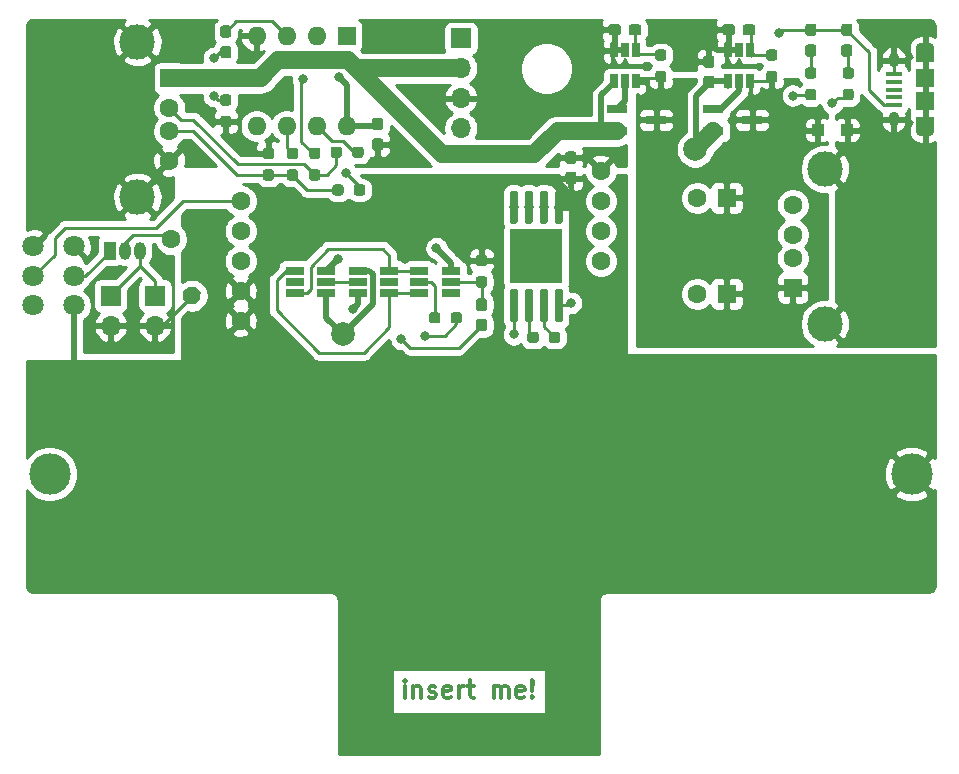
<source format=gbr>
%TF.GenerationSoftware,KiCad,Pcbnew,(5.1.9)-1*%
%TF.CreationDate,2021-05-12T15:20:05-07:00*%
%TF.ProjectId,vive_ups,76697665-5f75-4707-932e-6b696361645f,rev?*%
%TF.SameCoordinates,Original*%
%TF.FileFunction,Copper,L1,Top*%
%TF.FilePolarity,Positive*%
%FSLAX46Y46*%
G04 Gerber Fmt 4.6, Leading zero omitted, Abs format (unit mm)*
G04 Created by KiCad (PCBNEW (5.1.9)-1) date 2021-05-12 15:20:05*
%MOMM*%
%LPD*%
G01*
G04 APERTURE LIST*
%TA.AperFunction,NonConductor*%
%ADD10C,0.300000*%
%TD*%
%TA.AperFunction,ComponentPad*%
%ADD11C,1.600000*%
%TD*%
%TA.AperFunction,ComponentPad*%
%ADD12O,1.700000X1.700000*%
%TD*%
%TA.AperFunction,ComponentPad*%
%ADD13R,1.700000X1.700000*%
%TD*%
%TA.AperFunction,SMDPad,CuDef*%
%ADD14R,1.000000X1.000000*%
%TD*%
%TA.AperFunction,ComponentPad*%
%ADD15C,0.810000*%
%TD*%
%TA.AperFunction,SMDPad,CuDef*%
%ADD16R,4.450001X4.570001*%
%TD*%
%TA.AperFunction,ComponentPad*%
%ADD17R,1.600000X1.600000*%
%TD*%
%TA.AperFunction,ComponentPad*%
%ADD18C,1.800000*%
%TD*%
%TA.AperFunction,ComponentPad*%
%ADD19O,1.550000X0.890000*%
%TD*%
%TA.AperFunction,SMDPad,CuDef*%
%ADD20R,1.550000X1.200000*%
%TD*%
%TA.AperFunction,SMDPad,CuDef*%
%ADD21R,1.550000X1.500000*%
%TD*%
%TA.AperFunction,ComponentPad*%
%ADD22O,0.950000X1.250000*%
%TD*%
%TA.AperFunction,SMDPad,CuDef*%
%ADD23R,1.350000X0.400000*%
%TD*%
%TA.AperFunction,ComponentPad*%
%ADD24C,3.500000*%
%TD*%
%TA.AperFunction,SMDPad,CuDef*%
%ADD25R,1.560000X0.650000*%
%TD*%
%TA.AperFunction,ComponentPad*%
%ADD26R,1.500000X1.600000*%
%TD*%
%TA.AperFunction,ComponentPad*%
%ADD27C,3.000000*%
%TD*%
%TA.AperFunction,ComponentPad*%
%ADD28O,1.600000X1.600000*%
%TD*%
%TA.AperFunction,SMDPad,CuDef*%
%ADD29R,0.650000X1.220000*%
%TD*%
%TA.AperFunction,ComponentPad*%
%ADD30R,1.000000X1.500000*%
%TD*%
%TA.AperFunction,ComponentPad*%
%ADD31O,1.000000X1.500000*%
%TD*%
%TA.AperFunction,SMDPad,CuDef*%
%ADD32R,1.800000X0.800000*%
%TD*%
%TA.AperFunction,ViaPad*%
%ADD33C,0.800000*%
%TD*%
%TA.AperFunction,ViaPad*%
%ADD34C,2.000000*%
%TD*%
%TA.AperFunction,Conductor*%
%ADD35C,0.508000*%
%TD*%
%TA.AperFunction,Conductor*%
%ADD36C,0.254000*%
%TD*%
%TA.AperFunction,Conductor*%
%ADD37C,0.250000*%
%TD*%
%TA.AperFunction,Conductor*%
%ADD38C,0.381000*%
%TD*%
%TA.AperFunction,Conductor*%
%ADD39C,0.889000*%
%TD*%
%TA.AperFunction,Conductor*%
%ADD40C,1.524000*%
%TD*%
%TA.AperFunction,Conductor*%
%ADD41C,0.100000*%
%TD*%
G04 APERTURE END LIST*
D10*
X96715142Y-152062571D02*
X96715142Y-151062571D01*
X96715142Y-150562571D02*
X96643714Y-150634000D01*
X96715142Y-150705428D01*
X96786571Y-150634000D01*
X96715142Y-150562571D01*
X96715142Y-150705428D01*
X97429428Y-151062571D02*
X97429428Y-152062571D01*
X97429428Y-151205428D02*
X97500857Y-151134000D01*
X97643714Y-151062571D01*
X97858000Y-151062571D01*
X98000857Y-151134000D01*
X98072285Y-151276857D01*
X98072285Y-152062571D01*
X98715142Y-151991142D02*
X98858000Y-152062571D01*
X99143714Y-152062571D01*
X99286571Y-151991142D01*
X99358000Y-151848285D01*
X99358000Y-151776857D01*
X99286571Y-151634000D01*
X99143714Y-151562571D01*
X98929428Y-151562571D01*
X98786571Y-151491142D01*
X98715142Y-151348285D01*
X98715142Y-151276857D01*
X98786571Y-151134000D01*
X98929428Y-151062571D01*
X99143714Y-151062571D01*
X99286571Y-151134000D01*
X100572285Y-151991142D02*
X100429428Y-152062571D01*
X100143714Y-152062571D01*
X100000857Y-151991142D01*
X99929428Y-151848285D01*
X99929428Y-151276857D01*
X100000857Y-151134000D01*
X100143714Y-151062571D01*
X100429428Y-151062571D01*
X100572285Y-151134000D01*
X100643714Y-151276857D01*
X100643714Y-151419714D01*
X99929428Y-151562571D01*
X101286571Y-152062571D02*
X101286571Y-151062571D01*
X101286571Y-151348285D02*
X101358000Y-151205428D01*
X101429428Y-151134000D01*
X101572285Y-151062571D01*
X101715142Y-151062571D01*
X102000857Y-151062571D02*
X102572285Y-151062571D01*
X102215142Y-150562571D02*
X102215142Y-151848285D01*
X102286571Y-151991142D01*
X102429428Y-152062571D01*
X102572285Y-152062571D01*
X104215142Y-152062571D02*
X104215142Y-151062571D01*
X104215142Y-151205428D02*
X104286571Y-151134000D01*
X104429428Y-151062571D01*
X104643714Y-151062571D01*
X104786571Y-151134000D01*
X104858000Y-151276857D01*
X104858000Y-152062571D01*
X104858000Y-151276857D02*
X104929428Y-151134000D01*
X105072285Y-151062571D01*
X105286571Y-151062571D01*
X105429428Y-151134000D01*
X105500857Y-151276857D01*
X105500857Y-152062571D01*
X106786571Y-151991142D02*
X106643714Y-152062571D01*
X106358000Y-152062571D01*
X106215142Y-151991142D01*
X106143714Y-151848285D01*
X106143714Y-151276857D01*
X106215142Y-151134000D01*
X106358000Y-151062571D01*
X106643714Y-151062571D01*
X106786571Y-151134000D01*
X106858000Y-151276857D01*
X106858000Y-151419714D01*
X106143714Y-151562571D01*
X107500857Y-151919714D02*
X107572285Y-151991142D01*
X107500857Y-152062571D01*
X107429428Y-151991142D01*
X107500857Y-151919714D01*
X107500857Y-152062571D01*
X107500857Y-151491142D02*
X107429428Y-150634000D01*
X107500857Y-150562571D01*
X107572285Y-150634000D01*
X107500857Y-151491142D01*
X107500857Y-150562571D01*
%TO.P,R13,2*%
%TO.N,GND*%
%TA.AperFunction,ComponentPad*%
G36*
G01*
X78375046Y-117255085D02*
X78375046Y-117255085D01*
G75*
G02*
X79400416Y-117733223I273616J-751754D01*
G01*
X79400416Y-117733223D01*
G75*
G02*
X78922278Y-118758593I-751754J-273616D01*
G01*
X78922278Y-118758593D01*
G75*
G02*
X77896908Y-118280455I-273616J751754D01*
G01*
X77896908Y-118280455D01*
G75*
G02*
X78375046Y-117255085I751754J273616D01*
G01*
G37*
%TD.AperFunction*%
D11*
%TO.P,R13,1*%
%TO.N,/USB_Vin*%
X76911200Y-113233200D03*
%TD*%
%TO.P,C1,2*%
%TO.N,+3V3*%
%TA.AperFunction,SMDPad,CuDef*%
G36*
G01*
X94623900Y-104018200D02*
X94148900Y-104018200D01*
G75*
G02*
X93911400Y-103780700I0J237500D01*
G01*
X93911400Y-103180700D01*
G75*
G02*
X94148900Y-102943200I237500J0D01*
G01*
X94623900Y-102943200D01*
G75*
G02*
X94861400Y-103180700I0J-237500D01*
G01*
X94861400Y-103780700D01*
G75*
G02*
X94623900Y-104018200I-237500J0D01*
G01*
G37*
%TD.AperFunction*%
%TO.P,C1,1*%
%TO.N,GND*%
%TA.AperFunction,SMDPad,CuDef*%
G36*
G01*
X94623900Y-105743200D02*
X94148900Y-105743200D01*
G75*
G02*
X93911400Y-105505700I0J237500D01*
G01*
X93911400Y-104905700D01*
G75*
G02*
X94148900Y-104668200I237500J0D01*
G01*
X94623900Y-104668200D01*
G75*
G02*
X94861400Y-104905700I0J-237500D01*
G01*
X94861400Y-105505700D01*
G75*
G02*
X94623900Y-105743200I-237500J0D01*
G01*
G37*
%TD.AperFunction*%
%TD*%
D12*
%TO.P,J3,4*%
%TO.N,+3V3*%
X101447600Y-103835200D03*
%TO.P,J3,3*%
%TO.N,GND*%
X101447600Y-101295200D03*
%TO.P,J3,2*%
%TO.N,/USB_Vin*%
X101447600Y-98755200D03*
D13*
%TO.P,J3,1*%
%TO.N,Net-(J3-Pad1)*%
X101447600Y-96215200D03*
%TD*%
D12*
%TO.P,BZ2,2*%
%TO.N,GND*%
X71780400Y-120548400D03*
D13*
%TO.P,BZ2,1*%
%TO.N,Net-(BZ1-Pad1)*%
X71780400Y-118008400D03*
%TD*%
%TO.P,R14,2*%
%TO.N,GND*%
%TA.AperFunction,SMDPad,CuDef*%
G36*
G01*
X81296500Y-102787000D02*
X81771500Y-102787000D01*
G75*
G02*
X82009000Y-103024500I0J-237500D01*
G01*
X82009000Y-103524500D01*
G75*
G02*
X81771500Y-103762000I-237500J0D01*
G01*
X81296500Y-103762000D01*
G75*
G02*
X81059000Y-103524500I0J237500D01*
G01*
X81059000Y-103024500D01*
G75*
G02*
X81296500Y-102787000I237500J0D01*
G01*
G37*
%TD.AperFunction*%
%TO.P,R14,1*%
%TO.N,Net-(D1-Pad1)*%
%TA.AperFunction,SMDPad,CuDef*%
G36*
G01*
X81296500Y-100962000D02*
X81771500Y-100962000D01*
G75*
G02*
X82009000Y-101199500I0J-237500D01*
G01*
X82009000Y-101699500D01*
G75*
G02*
X81771500Y-101937000I-237500J0D01*
G01*
X81296500Y-101937000D01*
G75*
G02*
X81059000Y-101699500I0J237500D01*
G01*
X81059000Y-101199500D01*
G75*
G02*
X81296500Y-100962000I237500J0D01*
G01*
G37*
%TD.AperFunction*%
%TD*%
D14*
%TO.P,D4,2*%
%TO.N,GND*%
X134142800Y-103987600D03*
%TO.P,D4,1*%
%TO.N,+12V*%
X131642800Y-103987600D03*
%TD*%
%TO.P,D1,2*%
%TO.N,Net-(D1-Pad2)*%
%TA.AperFunction,SMDPad,CuDef*%
G36*
G01*
X81771500Y-96170000D02*
X81296500Y-96170000D01*
G75*
G02*
X81059000Y-95932500I0J237500D01*
G01*
X81059000Y-95357500D01*
G75*
G02*
X81296500Y-95120000I237500J0D01*
G01*
X81771500Y-95120000D01*
G75*
G02*
X82009000Y-95357500I0J-237500D01*
G01*
X82009000Y-95932500D01*
G75*
G02*
X81771500Y-96170000I-237500J0D01*
G01*
G37*
%TD.AperFunction*%
%TO.P,D1,1*%
%TO.N,Net-(D1-Pad1)*%
%TA.AperFunction,SMDPad,CuDef*%
G36*
G01*
X81771500Y-97920000D02*
X81296500Y-97920000D01*
G75*
G02*
X81059000Y-97682500I0J237500D01*
G01*
X81059000Y-97107500D01*
G75*
G02*
X81296500Y-96870000I237500J0D01*
G01*
X81771500Y-96870000D01*
G75*
G02*
X82009000Y-97107500I0J-237500D01*
G01*
X82009000Y-97682500D01*
G75*
G02*
X81771500Y-97920000I-237500J0D01*
G01*
G37*
%TD.AperFunction*%
%TD*%
D15*
%TO.P,U5,9*%
%TO.N,GND*%
X109093000Y-113411000D03*
X109093000Y-115951000D03*
X107823000Y-113411000D03*
X107823000Y-115951000D03*
X106553000Y-113411000D03*
X106553000Y-115951000D03*
D16*
X107823000Y-114681000D03*
%TO.P,U5,8*%
%TO.N,Net-(D2-Pad2)*%
%TA.AperFunction,SMDPad,CuDef*%
G36*
G01*
X106093000Y-111956000D02*
X105743000Y-111956000D01*
G75*
G02*
X105568000Y-111781000I0J175000D01*
G01*
X105568000Y-109281000D01*
G75*
G02*
X105743000Y-109106000I175000J0D01*
G01*
X106093000Y-109106000D01*
G75*
G02*
X106268000Y-109281000I0J-175000D01*
G01*
X106268000Y-111781000D01*
G75*
G02*
X106093000Y-111956000I-175000J0D01*
G01*
G37*
%TD.AperFunction*%
%TO.P,U5,7*%
%TO.N,Net-(R4-Pad1)*%
%TA.AperFunction,SMDPad,CuDef*%
G36*
G01*
X107363000Y-111956000D02*
X107013000Y-111956000D01*
G75*
G02*
X106838000Y-111781000I0J175000D01*
G01*
X106838000Y-109281000D01*
G75*
G02*
X107013000Y-109106000I175000J0D01*
G01*
X107363000Y-109106000D01*
G75*
G02*
X107538000Y-109281000I0J-175000D01*
G01*
X107538000Y-111781000D01*
G75*
G02*
X107363000Y-111956000I-175000J0D01*
G01*
G37*
%TD.AperFunction*%
%TO.P,U5,6*%
%TO.N,Net-(R3-Pad2)*%
%TA.AperFunction,SMDPad,CuDef*%
G36*
G01*
X108633000Y-111956000D02*
X108283000Y-111956000D01*
G75*
G02*
X108108000Y-111781000I0J175000D01*
G01*
X108108000Y-109281000D01*
G75*
G02*
X108283000Y-109106000I175000J0D01*
G01*
X108633000Y-109106000D01*
G75*
G02*
X108808000Y-109281000I0J-175000D01*
G01*
X108808000Y-111781000D01*
G75*
G02*
X108633000Y-111956000I-175000J0D01*
G01*
G37*
%TD.AperFunction*%
%TO.P,U5,5*%
%TO.N,/3.7V_Batt*%
%TA.AperFunction,SMDPad,CuDef*%
G36*
G01*
X109903000Y-111956000D02*
X109553000Y-111956000D01*
G75*
G02*
X109378000Y-111781000I0J175000D01*
G01*
X109378000Y-109281000D01*
G75*
G02*
X109553000Y-109106000I175000J0D01*
G01*
X109903000Y-109106000D01*
G75*
G02*
X110078000Y-109281000I0J-175000D01*
G01*
X110078000Y-111781000D01*
G75*
G02*
X109903000Y-111956000I-175000J0D01*
G01*
G37*
%TD.AperFunction*%
%TO.P,U5,4*%
%TO.N,Net-(D2-Pad2)*%
%TA.AperFunction,SMDPad,CuDef*%
G36*
G01*
X109903000Y-120256000D02*
X109553000Y-120256000D01*
G75*
G02*
X109378000Y-120081000I0J175000D01*
G01*
X109378000Y-117581000D01*
G75*
G02*
X109553000Y-117406000I175000J0D01*
G01*
X109903000Y-117406000D01*
G75*
G02*
X110078000Y-117581000I0J-175000D01*
G01*
X110078000Y-120081000D01*
G75*
G02*
X109903000Y-120256000I-175000J0D01*
G01*
G37*
%TD.AperFunction*%
%TO.P,U5,3*%
%TO.N,GND*%
%TA.AperFunction,SMDPad,CuDef*%
G36*
G01*
X108633000Y-120256000D02*
X108283000Y-120256000D01*
G75*
G02*
X108108000Y-120081000I0J175000D01*
G01*
X108108000Y-117581000D01*
G75*
G02*
X108283000Y-117406000I175000J0D01*
G01*
X108633000Y-117406000D01*
G75*
G02*
X108808000Y-117581000I0J-175000D01*
G01*
X108808000Y-120081000D01*
G75*
G02*
X108633000Y-120256000I-175000J0D01*
G01*
G37*
%TD.AperFunction*%
%TO.P,U5,2*%
%TO.N,Net-(R5-Pad1)*%
%TA.AperFunction,SMDPad,CuDef*%
G36*
G01*
X107363000Y-120256000D02*
X107013000Y-120256000D01*
G75*
G02*
X106838000Y-120081000I0J175000D01*
G01*
X106838000Y-117581000D01*
G75*
G02*
X107013000Y-117406000I175000J0D01*
G01*
X107363000Y-117406000D01*
G75*
G02*
X107538000Y-117581000I0J-175000D01*
G01*
X107538000Y-120081000D01*
G75*
G02*
X107363000Y-120256000I-175000J0D01*
G01*
G37*
%TD.AperFunction*%
%TO.P,U5,1*%
%TO.N,GND*%
%TA.AperFunction,SMDPad,CuDef*%
G36*
G01*
X106093000Y-120256000D02*
X105743000Y-120256000D01*
G75*
G02*
X105568000Y-120081000I0J175000D01*
G01*
X105568000Y-117581000D01*
G75*
G02*
X105743000Y-117406000I175000J0D01*
G01*
X106093000Y-117406000D01*
G75*
G02*
X106268000Y-117581000I0J-175000D01*
G01*
X106268000Y-120081000D01*
G75*
G02*
X106093000Y-120256000I-175000J0D01*
G01*
G37*
%TD.AperFunction*%
%TD*%
D11*
%TO.P,C5,2*%
%TO.N,GND*%
X121452000Y-109728000D03*
D17*
%TO.P,C5,1*%
%TO.N,+12V*%
X123952000Y-109728000D03*
%TD*%
D11*
%TO.P,U9,9*%
%TO.N,/12V_Backup*%
X113294000Y-115062000D03*
%TO.P,U9,8*%
X113294000Y-112522000D03*
%TO.P,U9,7*%
%TO.N,GND*%
X113294000Y-109982000D03*
%TO.P,U9,6*%
X113294000Y-107442000D03*
%TO.P,U9,5*%
%TO.N,/3.7V_Batt*%
X82794000Y-120142000D03*
%TO.P,U9,4*%
X82794000Y-117602000D03*
%TO.P,U9,3*%
%TO.N,GND*%
X82794000Y-115062000D03*
%TO.P,U9,2*%
X82794000Y-112522000D03*
%TO.P,U9,1*%
%TO.N,/stepup_EN*%
X82794000Y-109982000D03*
%TD*%
D12*
%TO.P,BZ1,2*%
%TO.N,GND*%
X75539600Y-120548400D03*
D13*
%TO.P,BZ1,1*%
%TO.N,Net-(BZ1-Pad1)*%
X75539600Y-118008400D03*
%TD*%
D18*
%TO.P,SW1,6*%
%TO.N,GND*%
X65254400Y-113832000D03*
%TO.P,SW1,5*%
%TO.N,/stepup_EN*%
X65254400Y-116332000D03*
%TO.P,SW1,4*%
%TO.N,Net-(SW1-Pad4)*%
X65254400Y-118832000D03*
%TO.P,SW1,3*%
%TO.N,GND*%
X68654400Y-113832000D03*
%TO.P,SW1,2*%
%TO.N,/buzzer_VDD*%
X68654400Y-116332000D03*
%TO.P,SW1,1*%
%TO.N,/3.7V_Batt*%
X68654400Y-118832000D03*
%TD*%
%TO.P,R10,2*%
%TO.N,/QC3_DmGnd*%
%TA.AperFunction,SMDPad,CuDef*%
G36*
G01*
X92233300Y-106104700D02*
X92233300Y-105629700D01*
G75*
G02*
X92470800Y-105392200I237500J0D01*
G01*
X92970800Y-105392200D01*
G75*
G02*
X93208300Y-105629700I0J-237500D01*
G01*
X93208300Y-106104700D01*
G75*
G02*
X92970800Y-106342200I-237500J0D01*
G01*
X92470800Y-106342200D01*
G75*
G02*
X92233300Y-106104700I0J237500D01*
G01*
G37*
%TD.AperFunction*%
%TO.P,R10,1*%
%TO.N,/USB_IN_D-*%
%TA.AperFunction,SMDPad,CuDef*%
G36*
G01*
X90408300Y-106104700D02*
X90408300Y-105629700D01*
G75*
G02*
X90645800Y-105392200I237500J0D01*
G01*
X91145800Y-105392200D01*
G75*
G02*
X91383300Y-105629700I0J-237500D01*
G01*
X91383300Y-106104700D01*
G75*
G02*
X91145800Y-106342200I-237500J0D01*
G01*
X90645800Y-106342200D01*
G75*
G02*
X90408300Y-106104700I0J237500D01*
G01*
G37*
%TD.AperFunction*%
%TD*%
D19*
%TO.P,J2,6*%
%TO.N,GND*%
X140771400Y-97058600D03*
X140771400Y-104058600D03*
D20*
X140771400Y-97658600D03*
X140771400Y-103458600D03*
D21*
X140771400Y-99558600D03*
X140771400Y-101558600D03*
D22*
X138071400Y-98058600D03*
X138071400Y-103058600D03*
D23*
%TO.P,J2,5*%
X138071400Y-99258600D03*
%TO.P,J2,4*%
%TO.N,Net-(J2-Pad4)*%
X138071400Y-99908600D03*
%TO.P,J2,3*%
%TO.N,Net-(J2-Pad3)*%
X138071400Y-100558600D03*
%TO.P,J2,2*%
%TO.N,Net-(J2-Pad2)*%
X138071400Y-101208600D03*
%TO.P,J2,1*%
%TO.N,Net-(D2-Pad2)*%
X138071400Y-101858600D03*
%TD*%
D24*
%TO.P,BT1,1*%
%TO.N,/3.7V_Batt*%
X139624000Y-133096000D03*
%TO.P,BT1,2*%
%TO.N,Net-(BT1-Pad2)*%
X66624000Y-133096000D03*
%TD*%
D11*
%TO.P,C9,2*%
%TO.N,GND*%
X121452000Y-117856000D03*
D17*
%TO.P,C9,1*%
%TO.N,+12V*%
X123952000Y-117856000D03*
%TD*%
D25*
%TO.P,U2,5*%
%TO.N,Net-(C2-Pad1)*%
X100600500Y-116840000D03*
%TO.P,U2,6*%
%TO.N,GND*%
X100600500Y-115890000D03*
%TO.P,U2,4*%
%TO.N,Net-(U2-Pad4)*%
X100600500Y-117790000D03*
%TO.P,U2,3*%
%TO.N,Net-(U2-Pad3)*%
X97900500Y-117790000D03*
%TO.P,U2,2*%
%TO.N,Net-(R2-Pad1)*%
X97900500Y-116840000D03*
%TO.P,U2,1*%
%TO.N,Net-(U2-Pad1)*%
X97900500Y-115890000D03*
%TD*%
%TO.P,R5,2*%
%TO.N,GND*%
%TA.AperFunction,SMDPad,CuDef*%
G36*
G01*
X108883000Y-121776500D02*
X108883000Y-121301500D01*
G75*
G02*
X109120500Y-121064000I237500J0D01*
G01*
X109620500Y-121064000D01*
G75*
G02*
X109858000Y-121301500I0J-237500D01*
G01*
X109858000Y-121776500D01*
G75*
G02*
X109620500Y-122014000I-237500J0D01*
G01*
X109120500Y-122014000D01*
G75*
G02*
X108883000Y-121776500I0J237500D01*
G01*
G37*
%TD.AperFunction*%
%TO.P,R5,1*%
%TO.N,Net-(R5-Pad1)*%
%TA.AperFunction,SMDPad,CuDef*%
G36*
G01*
X107058000Y-121776500D02*
X107058000Y-121301500D01*
G75*
G02*
X107295500Y-121064000I237500J0D01*
G01*
X107795500Y-121064000D01*
G75*
G02*
X108033000Y-121301500I0J-237500D01*
G01*
X108033000Y-121776500D01*
G75*
G02*
X107795500Y-122014000I-237500J0D01*
G01*
X107295500Y-122014000D01*
G75*
G02*
X107058000Y-121776500I0J237500D01*
G01*
G37*
%TD.AperFunction*%
%TD*%
%TO.P,R4,2*%
%TO.N,Net-(D3-Pad1)*%
%TA.AperFunction,SMDPad,CuDef*%
G36*
G01*
X131301500Y-99651000D02*
X130826500Y-99651000D01*
G75*
G02*
X130589000Y-99413500I0J237500D01*
G01*
X130589000Y-98913500D01*
G75*
G02*
X130826500Y-98676000I237500J0D01*
G01*
X131301500Y-98676000D01*
G75*
G02*
X131539000Y-98913500I0J-237500D01*
G01*
X131539000Y-99413500D01*
G75*
G02*
X131301500Y-99651000I-237500J0D01*
G01*
G37*
%TD.AperFunction*%
%TO.P,R4,1*%
%TO.N,Net-(R4-Pad1)*%
%TA.AperFunction,SMDPad,CuDef*%
G36*
G01*
X131301500Y-101476000D02*
X130826500Y-101476000D01*
G75*
G02*
X130589000Y-101238500I0J237500D01*
G01*
X130589000Y-100738500D01*
G75*
G02*
X130826500Y-100501000I237500J0D01*
G01*
X131301500Y-100501000D01*
G75*
G02*
X131539000Y-100738500I0J-237500D01*
G01*
X131539000Y-101238500D01*
G75*
G02*
X131301500Y-101476000I-237500J0D01*
G01*
G37*
%TD.AperFunction*%
%TD*%
%TO.P,R3,2*%
%TO.N,Net-(R3-Pad2)*%
%TA.AperFunction,SMDPad,CuDef*%
G36*
G01*
X134001500Y-100501000D02*
X134476500Y-100501000D01*
G75*
G02*
X134714000Y-100738500I0J-237500D01*
G01*
X134714000Y-101238500D01*
G75*
G02*
X134476500Y-101476000I-237500J0D01*
G01*
X134001500Y-101476000D01*
G75*
G02*
X133764000Y-101238500I0J237500D01*
G01*
X133764000Y-100738500D01*
G75*
G02*
X134001500Y-100501000I237500J0D01*
G01*
G37*
%TD.AperFunction*%
%TO.P,R3,1*%
%TO.N,Net-(D2-Pad1)*%
%TA.AperFunction,SMDPad,CuDef*%
G36*
G01*
X134001500Y-98676000D02*
X134476500Y-98676000D01*
G75*
G02*
X134714000Y-98913500I0J-237500D01*
G01*
X134714000Y-99413500D01*
G75*
G02*
X134476500Y-99651000I-237500J0D01*
G01*
X134001500Y-99651000D01*
G75*
G02*
X133764000Y-99413500I0J237500D01*
G01*
X133764000Y-98913500D01*
G75*
G02*
X134001500Y-98676000I237500J0D01*
G01*
G37*
%TD.AperFunction*%
%TD*%
%TO.P,D3,2*%
%TO.N,Net-(D2-Pad2)*%
%TA.AperFunction,SMDPad,CuDef*%
G36*
G01*
X131301500Y-96029000D02*
X130826500Y-96029000D01*
G75*
G02*
X130589000Y-95791500I0J237500D01*
G01*
X130589000Y-95216500D01*
G75*
G02*
X130826500Y-94979000I237500J0D01*
G01*
X131301500Y-94979000D01*
G75*
G02*
X131539000Y-95216500I0J-237500D01*
G01*
X131539000Y-95791500D01*
G75*
G02*
X131301500Y-96029000I-237500J0D01*
G01*
G37*
%TD.AperFunction*%
%TO.P,D3,1*%
%TO.N,Net-(D3-Pad1)*%
%TA.AperFunction,SMDPad,CuDef*%
G36*
G01*
X131301500Y-97779000D02*
X130826500Y-97779000D01*
G75*
G02*
X130589000Y-97541500I0J237500D01*
G01*
X130589000Y-96966500D01*
G75*
G02*
X130826500Y-96729000I237500J0D01*
G01*
X131301500Y-96729000D01*
G75*
G02*
X131539000Y-96966500I0J-237500D01*
G01*
X131539000Y-97541500D01*
G75*
G02*
X131301500Y-97779000I-237500J0D01*
G01*
G37*
%TD.AperFunction*%
%TD*%
%TO.P,D2,2*%
%TO.N,Net-(D2-Pad2)*%
%TA.AperFunction,SMDPad,CuDef*%
G36*
G01*
X134349500Y-96029000D02*
X133874500Y-96029000D01*
G75*
G02*
X133637000Y-95791500I0J237500D01*
G01*
X133637000Y-95216500D01*
G75*
G02*
X133874500Y-94979000I237500J0D01*
G01*
X134349500Y-94979000D01*
G75*
G02*
X134587000Y-95216500I0J-237500D01*
G01*
X134587000Y-95791500D01*
G75*
G02*
X134349500Y-96029000I-237500J0D01*
G01*
G37*
%TD.AperFunction*%
%TO.P,D2,1*%
%TO.N,Net-(D2-Pad1)*%
%TA.AperFunction,SMDPad,CuDef*%
G36*
G01*
X134349500Y-97779000D02*
X133874500Y-97779000D01*
G75*
G02*
X133637000Y-97541500I0J237500D01*
G01*
X133637000Y-96966500D01*
G75*
G02*
X133874500Y-96729000I237500J0D01*
G01*
X134349500Y-96729000D01*
G75*
G02*
X134587000Y-96966500I0J-237500D01*
G01*
X134587000Y-97541500D01*
G75*
G02*
X134349500Y-97779000I-237500J0D01*
G01*
G37*
%TD.AperFunction*%
%TD*%
%TO.P,C4,2*%
%TO.N,GND*%
%TA.AperFunction,SMDPad,CuDef*%
G36*
G01*
X110981500Y-106863000D02*
X110506500Y-106863000D01*
G75*
G02*
X110269000Y-106625500I0J237500D01*
G01*
X110269000Y-106025500D01*
G75*
G02*
X110506500Y-105788000I237500J0D01*
G01*
X110981500Y-105788000D01*
G75*
G02*
X111219000Y-106025500I0J-237500D01*
G01*
X111219000Y-106625500D01*
G75*
G02*
X110981500Y-106863000I-237500J0D01*
G01*
G37*
%TD.AperFunction*%
%TO.P,C4,1*%
%TO.N,/3.7V_Batt*%
%TA.AperFunction,SMDPad,CuDef*%
G36*
G01*
X110981500Y-108588000D02*
X110506500Y-108588000D01*
G75*
G02*
X110269000Y-108350500I0J237500D01*
G01*
X110269000Y-107750500D01*
G75*
G02*
X110506500Y-107513000I237500J0D01*
G01*
X110981500Y-107513000D01*
G75*
G02*
X111219000Y-107750500I0J-237500D01*
G01*
X111219000Y-108350500D01*
G75*
G02*
X110981500Y-108588000I-237500J0D01*
G01*
G37*
%TD.AperFunction*%
%TD*%
%TO.P,U3,5*%
%TO.N,N/C*%
X95393500Y-116840000D03*
%TO.P,U3,6*%
%TO.N,Net-(U2-Pad1)*%
X95393500Y-115890000D03*
%TO.P,U3,4*%
%TO.N,Net-(U2-Pad3)*%
X95393500Y-117790000D03*
%TO.P,U3,3*%
%TO.N,GND*%
X92693500Y-117790000D03*
%TO.P,U3,2*%
%TO.N,Net-(U3-Pad2)*%
X92693500Y-116840000D03*
%TO.P,U3,1*%
%TO.N,Net-(BT1-Pad2)*%
X92693500Y-115890000D03*
%TD*%
D11*
%TO.P,J4,4*%
%TO.N,GND*%
X129540000Y-110348000D03*
%TO.P,J4,3*%
%TO.N,Net-(J4-Pad3)*%
X129540000Y-112848000D03*
%TO.P,J4,2*%
%TO.N,Net-(J4-Pad2)*%
X129540000Y-114848000D03*
D26*
%TO.P,J4,1*%
%TO.N,+12V*%
X129540000Y-117348000D03*
D27*
%TO.P,J4,5*%
%TO.N,GND*%
X132250000Y-107278000D03*
X132250000Y-120418000D03*
%TD*%
D11*
%TO.P,J1,4*%
%TO.N,GND*%
X76751000Y-106590000D03*
%TO.P,J1,3*%
%TO.N,/USB_IN_D+*%
X76751000Y-104090000D03*
%TO.P,J1,2*%
%TO.N,/USB_IN_D-*%
X76751000Y-102090000D03*
D26*
%TO.P,J1,1*%
%TO.N,/USB_Vin*%
X76751000Y-99590000D03*
D27*
%TO.P,J1,5*%
%TO.N,GND*%
X74041000Y-109660000D03*
X74041000Y-96520000D03*
%TD*%
D28*
%TO.P,U8,8*%
%TO.N,+3V3*%
X91757500Y-103632000D03*
%TO.P,U8,4*%
%TO.N,GND*%
X84137500Y-96012000D03*
%TO.P,U8,7*%
%TO.N,/QC3_DmGnd*%
X89217500Y-103632000D03*
%TO.P,U8,3*%
%TO.N,Net-(D1-Pad2)*%
X86677500Y-96012000D03*
%TO.P,U8,6*%
%TO.N,/QC3_Dp*%
X86677500Y-103632000D03*
%TO.P,U8,2*%
%TO.N,/QC3_Dm*%
X89217500Y-96012000D03*
%TO.P,U8,5*%
%TO.N,Net-(U8-Pad5)*%
X84137500Y-103632000D03*
D17*
%TO.P,U8,1*%
%TO.N,+3V3*%
X91757500Y-96012000D03*
%TD*%
D29*
%TO.P,U7,6*%
%TO.N,+12V*%
X125918000Y-99862000D03*
%TO.P,U7,5*%
%TO.N,Net-(Q3-Pad1)*%
X124968000Y-99862000D03*
%TO.P,U7,4*%
%TO.N,/12V_Backup*%
X124018000Y-99862000D03*
%TO.P,U7,3*%
%TO.N,GND*%
X124018000Y-97242000D03*
%TO.P,U7,2*%
X124968000Y-97242000D03*
%TO.P,U7,1*%
%TO.N,Net-(C8-Pad1)*%
X125918000Y-97242000D03*
%TD*%
%TO.P,U6,6*%
%TO.N,+12V*%
X116266000Y-99862000D03*
%TO.P,U6,5*%
%TO.N,Net-(Q2-Pad1)*%
X115316000Y-99862000D03*
%TO.P,U6,4*%
%TO.N,/USB_Vin*%
X114366000Y-99862000D03*
%TO.P,U6,3*%
%TO.N,GND*%
X114366000Y-97242000D03*
%TO.P,U6,2*%
X115316000Y-97242000D03*
%TO.P,U6,1*%
%TO.N,Net-(C7-Pad1)*%
X116266000Y-97242000D03*
%TD*%
D25*
%TO.P,U4,5*%
%TO.N,N/C*%
X87359500Y-116840000D03*
%TO.P,U4,6*%
%TO.N,Net-(U2-Pad1)*%
X87359500Y-117790000D03*
%TO.P,U4,4*%
%TO.N,Net-(U2-Pad3)*%
X87359500Y-115890000D03*
%TO.P,U4,3*%
%TO.N,GND*%
X90059500Y-115890000D03*
%TO.P,U4,2*%
%TO.N,Net-(U3-Pad2)*%
X90059500Y-116840000D03*
%TO.P,U4,1*%
%TO.N,Net-(BT1-Pad2)*%
X90059500Y-117790000D03*
%TD*%
%TO.P,R12,2*%
%TO.N,Net-(C8-Pad1)*%
%TA.AperFunction,SMDPad,CuDef*%
G36*
G01*
X127999500Y-98127000D02*
X127524500Y-98127000D01*
G75*
G02*
X127287000Y-97889500I0J237500D01*
G01*
X127287000Y-97389500D01*
G75*
G02*
X127524500Y-97152000I237500J0D01*
G01*
X127999500Y-97152000D01*
G75*
G02*
X128237000Y-97389500I0J-237500D01*
G01*
X128237000Y-97889500D01*
G75*
G02*
X127999500Y-98127000I-237500J0D01*
G01*
G37*
%TD.AperFunction*%
%TO.P,R12,1*%
%TO.N,+12V*%
%TA.AperFunction,SMDPad,CuDef*%
G36*
G01*
X127999500Y-99952000D02*
X127524500Y-99952000D01*
G75*
G02*
X127287000Y-99714500I0J237500D01*
G01*
X127287000Y-99214500D01*
G75*
G02*
X127524500Y-98977000I237500J0D01*
G01*
X127999500Y-98977000D01*
G75*
G02*
X128237000Y-99214500I0J-237500D01*
G01*
X128237000Y-99714500D01*
G75*
G02*
X127999500Y-99952000I-237500J0D01*
G01*
G37*
%TD.AperFunction*%
%TD*%
%TO.P,R11,2*%
%TO.N,Net-(C7-Pad1)*%
%TA.AperFunction,SMDPad,CuDef*%
G36*
G01*
X118601500Y-98127000D02*
X118126500Y-98127000D01*
G75*
G02*
X117889000Y-97889500I0J237500D01*
G01*
X117889000Y-97389500D01*
G75*
G02*
X118126500Y-97152000I237500J0D01*
G01*
X118601500Y-97152000D01*
G75*
G02*
X118839000Y-97389500I0J-237500D01*
G01*
X118839000Y-97889500D01*
G75*
G02*
X118601500Y-98127000I-237500J0D01*
G01*
G37*
%TD.AperFunction*%
%TO.P,R11,1*%
%TO.N,+12V*%
%TA.AperFunction,SMDPad,CuDef*%
G36*
G01*
X118601500Y-99952000D02*
X118126500Y-99952000D01*
G75*
G02*
X117889000Y-99714500I0J237500D01*
G01*
X117889000Y-99214500D01*
G75*
G02*
X118126500Y-98977000I237500J0D01*
G01*
X118601500Y-98977000D01*
G75*
G02*
X118839000Y-99214500I0J-237500D01*
G01*
X118839000Y-99714500D01*
G75*
G02*
X118601500Y-99952000I-237500J0D01*
G01*
G37*
%TD.AperFunction*%
%TD*%
%TO.P,R9,2*%
%TO.N,/USB_IN_D-*%
%TA.AperFunction,SMDPad,CuDef*%
G36*
G01*
X88840300Y-107308200D02*
X89315300Y-107308200D01*
G75*
G02*
X89552800Y-107545700I0J-237500D01*
G01*
X89552800Y-108045700D01*
G75*
G02*
X89315300Y-108283200I-237500J0D01*
G01*
X88840300Y-108283200D01*
G75*
G02*
X88602800Y-108045700I0J237500D01*
G01*
X88602800Y-107545700D01*
G75*
G02*
X88840300Y-107308200I237500J0D01*
G01*
G37*
%TD.AperFunction*%
%TO.P,R9,1*%
%TO.N,/QC3_Dm*%
%TA.AperFunction,SMDPad,CuDef*%
G36*
G01*
X88840300Y-105483200D02*
X89315300Y-105483200D01*
G75*
G02*
X89552800Y-105720700I0J-237500D01*
G01*
X89552800Y-106220700D01*
G75*
G02*
X89315300Y-106458200I-237500J0D01*
G01*
X88840300Y-106458200D01*
G75*
G02*
X88602800Y-106220700I0J237500D01*
G01*
X88602800Y-105720700D01*
G75*
G02*
X88840300Y-105483200I237500J0D01*
G01*
G37*
%TD.AperFunction*%
%TD*%
%TO.P,R8,2*%
%TO.N,/USB_IN_D+*%
%TA.AperFunction,SMDPad,CuDef*%
G36*
G01*
X86935300Y-107308200D02*
X87410300Y-107308200D01*
G75*
G02*
X87647800Y-107545700I0J-237500D01*
G01*
X87647800Y-108045700D01*
G75*
G02*
X87410300Y-108283200I-237500J0D01*
G01*
X86935300Y-108283200D01*
G75*
G02*
X86697800Y-108045700I0J237500D01*
G01*
X86697800Y-107545700D01*
G75*
G02*
X86935300Y-107308200I237500J0D01*
G01*
G37*
%TD.AperFunction*%
%TO.P,R8,1*%
%TO.N,/QC3_Dp*%
%TA.AperFunction,SMDPad,CuDef*%
G36*
G01*
X86935300Y-105483200D02*
X87410300Y-105483200D01*
G75*
G02*
X87647800Y-105720700I0J-237500D01*
G01*
X87647800Y-106220700D01*
G75*
G02*
X87410300Y-106458200I-237500J0D01*
G01*
X86935300Y-106458200D01*
G75*
G02*
X86697800Y-106220700I0J237500D01*
G01*
X86697800Y-105720700D01*
G75*
G02*
X86935300Y-105483200I237500J0D01*
G01*
G37*
%TD.AperFunction*%
%TD*%
%TO.P,R7,2*%
%TO.N,GND*%
%TA.AperFunction,SMDPad,CuDef*%
G36*
G01*
X85378300Y-106458200D02*
X84903300Y-106458200D01*
G75*
G02*
X84665800Y-106220700I0J237500D01*
G01*
X84665800Y-105720700D01*
G75*
G02*
X84903300Y-105483200I237500J0D01*
G01*
X85378300Y-105483200D01*
G75*
G02*
X85615800Y-105720700I0J-237500D01*
G01*
X85615800Y-106220700D01*
G75*
G02*
X85378300Y-106458200I-237500J0D01*
G01*
G37*
%TD.AperFunction*%
%TO.P,R7,1*%
%TO.N,/USB_IN_D+*%
%TA.AperFunction,SMDPad,CuDef*%
G36*
G01*
X85378300Y-108283200D02*
X84903300Y-108283200D01*
G75*
G02*
X84665800Y-108045700I0J237500D01*
G01*
X84665800Y-107545700D01*
G75*
G02*
X84903300Y-107308200I237500J0D01*
G01*
X85378300Y-107308200D01*
G75*
G02*
X85615800Y-107545700I0J-237500D01*
G01*
X85615800Y-108045700D01*
G75*
G02*
X85378300Y-108283200I-237500J0D01*
G01*
G37*
%TD.AperFunction*%
%TD*%
%TO.P,R6,2*%
%TO.N,/USB_IN_D+*%
%TA.AperFunction,SMDPad,CuDef*%
G36*
G01*
X91523000Y-108830100D02*
X91523000Y-109305100D01*
G75*
G02*
X91285500Y-109542600I-237500J0D01*
G01*
X90785500Y-109542600D01*
G75*
G02*
X90548000Y-109305100I0J237500D01*
G01*
X90548000Y-108830100D01*
G75*
G02*
X90785500Y-108592600I237500J0D01*
G01*
X91285500Y-108592600D01*
G75*
G02*
X91523000Y-108830100I0J-237500D01*
G01*
G37*
%TD.AperFunction*%
%TO.P,R6,1*%
%TO.N,+3V3*%
%TA.AperFunction,SMDPad,CuDef*%
G36*
G01*
X93348000Y-108830100D02*
X93348000Y-109305100D01*
G75*
G02*
X93110500Y-109542600I-237500J0D01*
G01*
X92610500Y-109542600D01*
G75*
G02*
X92373000Y-109305100I0J237500D01*
G01*
X92373000Y-108830100D01*
G75*
G02*
X92610500Y-108592600I237500J0D01*
G01*
X93110500Y-108592600D01*
G75*
G02*
X93348000Y-108830100I0J-237500D01*
G01*
G37*
%TD.AperFunction*%
%TD*%
%TO.P,R2,2*%
%TO.N,GND*%
%TA.AperFunction,SMDPad,CuDef*%
G36*
G01*
X100564500Y-120125500D02*
X100564500Y-119650500D01*
G75*
G02*
X100802000Y-119413000I237500J0D01*
G01*
X101302000Y-119413000D01*
G75*
G02*
X101539500Y-119650500I0J-237500D01*
G01*
X101539500Y-120125500D01*
G75*
G02*
X101302000Y-120363000I-237500J0D01*
G01*
X100802000Y-120363000D01*
G75*
G02*
X100564500Y-120125500I0J237500D01*
G01*
G37*
%TD.AperFunction*%
%TO.P,R2,1*%
%TO.N,Net-(R2-Pad1)*%
%TA.AperFunction,SMDPad,CuDef*%
G36*
G01*
X98739500Y-120125500D02*
X98739500Y-119650500D01*
G75*
G02*
X98977000Y-119413000I237500J0D01*
G01*
X99477000Y-119413000D01*
G75*
G02*
X99714500Y-119650500I0J-237500D01*
G01*
X99714500Y-120125500D01*
G75*
G02*
X99477000Y-120363000I-237500J0D01*
G01*
X98977000Y-120363000D01*
G75*
G02*
X98739500Y-120125500I0J237500D01*
G01*
G37*
%TD.AperFunction*%
%TD*%
%TO.P,R1,2*%
%TO.N,Net-(C2-Pad1)*%
%TA.AperFunction,SMDPad,CuDef*%
G36*
G01*
X102950000Y-116352500D02*
X103425000Y-116352500D01*
G75*
G02*
X103662500Y-116590000I0J-237500D01*
G01*
X103662500Y-117090000D01*
G75*
G02*
X103425000Y-117327500I-237500J0D01*
G01*
X102950000Y-117327500D01*
G75*
G02*
X102712500Y-117090000I0J237500D01*
G01*
X102712500Y-116590000D01*
G75*
G02*
X102950000Y-116352500I237500J0D01*
G01*
G37*
%TD.AperFunction*%
%TO.P,R1,1*%
%TO.N,/3.7V_Batt*%
%TA.AperFunction,SMDPad,CuDef*%
G36*
G01*
X102950000Y-114527500D02*
X103425000Y-114527500D01*
G75*
G02*
X103662500Y-114765000I0J-237500D01*
G01*
X103662500Y-115265000D01*
G75*
G02*
X103425000Y-115502500I-237500J0D01*
G01*
X102950000Y-115502500D01*
G75*
G02*
X102712500Y-115265000I0J237500D01*
G01*
X102712500Y-114765000D01*
G75*
G02*
X102950000Y-114527500I237500J0D01*
G01*
G37*
%TD.AperFunction*%
%TD*%
D30*
%TO.P,Q1,1*%
%TO.N,/buzzer_VDD*%
X71729600Y-114198400D03*
D31*
%TO.P,Q1,3*%
%TO.N,Net-(BZ1-Pad1)*%
X74269600Y-114198400D03*
%TO.P,Q1,2*%
%TO.N,/USB_Vin*%
X72999600Y-114198400D03*
%TD*%
D32*
%TO.P,Q3,3*%
%TO.N,+12V*%
X126110000Y-103124000D03*
%TO.P,Q3,2*%
%TO.N,/12V_Backup*%
X122810000Y-104074000D03*
%TO.P,Q3,1*%
%TO.N,Net-(Q3-Pad1)*%
X122810000Y-102174000D03*
%TD*%
%TO.P,Q2,3*%
%TO.N,+12V*%
X117982000Y-103124000D03*
%TO.P,Q2,2*%
%TO.N,/USB_Vin*%
X114682000Y-104074000D03*
%TO.P,Q2,1*%
%TO.N,Net-(Q2-Pad1)*%
X114682000Y-102174000D03*
%TD*%
%TO.P,C8,2*%
%TO.N,GND*%
%TA.AperFunction,SMDPad,CuDef*%
G36*
G01*
X124643000Y-95266500D02*
X124643000Y-95741500D01*
G75*
G02*
X124405500Y-95979000I-237500J0D01*
G01*
X123805500Y-95979000D01*
G75*
G02*
X123568000Y-95741500I0J237500D01*
G01*
X123568000Y-95266500D01*
G75*
G02*
X123805500Y-95029000I237500J0D01*
G01*
X124405500Y-95029000D01*
G75*
G02*
X124643000Y-95266500I0J-237500D01*
G01*
G37*
%TD.AperFunction*%
%TO.P,C8,1*%
%TO.N,Net-(C8-Pad1)*%
%TA.AperFunction,SMDPad,CuDef*%
G36*
G01*
X126368000Y-95266500D02*
X126368000Y-95741500D01*
G75*
G02*
X126130500Y-95979000I-237500J0D01*
G01*
X125530500Y-95979000D01*
G75*
G02*
X125293000Y-95741500I0J237500D01*
G01*
X125293000Y-95266500D01*
G75*
G02*
X125530500Y-95029000I237500J0D01*
G01*
X126130500Y-95029000D01*
G75*
G02*
X126368000Y-95266500I0J-237500D01*
G01*
G37*
%TD.AperFunction*%
%TD*%
%TO.P,C7,2*%
%TO.N,GND*%
%TA.AperFunction,SMDPad,CuDef*%
G36*
G01*
X114991000Y-95266500D02*
X114991000Y-95741500D01*
G75*
G02*
X114753500Y-95979000I-237500J0D01*
G01*
X114153500Y-95979000D01*
G75*
G02*
X113916000Y-95741500I0J237500D01*
G01*
X113916000Y-95266500D01*
G75*
G02*
X114153500Y-95029000I237500J0D01*
G01*
X114753500Y-95029000D01*
G75*
G02*
X114991000Y-95266500I0J-237500D01*
G01*
G37*
%TD.AperFunction*%
%TO.P,C7,1*%
%TO.N,Net-(C7-Pad1)*%
%TA.AperFunction,SMDPad,CuDef*%
G36*
G01*
X116716000Y-95266500D02*
X116716000Y-95741500D01*
G75*
G02*
X116478500Y-95979000I-237500J0D01*
G01*
X115878500Y-95979000D01*
G75*
G02*
X115641000Y-95741500I0J237500D01*
G01*
X115641000Y-95266500D01*
G75*
G02*
X115878500Y-95029000I237500J0D01*
G01*
X116478500Y-95029000D01*
G75*
G02*
X116716000Y-95266500I0J-237500D01*
G01*
G37*
%TD.AperFunction*%
%TD*%
%TO.P,C6,2*%
%TO.N,GND*%
%TA.AperFunction,SMDPad,CuDef*%
G36*
G01*
X122665500Y-98735000D02*
X122190500Y-98735000D01*
G75*
G02*
X121953000Y-98497500I0J237500D01*
G01*
X121953000Y-97897500D01*
G75*
G02*
X122190500Y-97660000I237500J0D01*
G01*
X122665500Y-97660000D01*
G75*
G02*
X122903000Y-97897500I0J-237500D01*
G01*
X122903000Y-98497500D01*
G75*
G02*
X122665500Y-98735000I-237500J0D01*
G01*
G37*
%TD.AperFunction*%
%TO.P,C6,1*%
%TO.N,/12V_Backup*%
%TA.AperFunction,SMDPad,CuDef*%
G36*
G01*
X122665500Y-100460000D02*
X122190500Y-100460000D01*
G75*
G02*
X121953000Y-100222500I0J237500D01*
G01*
X121953000Y-99622500D01*
G75*
G02*
X122190500Y-99385000I237500J0D01*
G01*
X122665500Y-99385000D01*
G75*
G02*
X122903000Y-99622500I0J-237500D01*
G01*
X122903000Y-100222500D01*
G75*
G02*
X122665500Y-100460000I-237500J0D01*
G01*
G37*
%TD.AperFunction*%
%TD*%
%TO.P,C2,2*%
%TO.N,Net-(BT1-Pad2)*%
%TA.AperFunction,SMDPad,CuDef*%
G36*
G01*
X102950000Y-119959000D02*
X103425000Y-119959000D01*
G75*
G02*
X103662500Y-120196500I0J-237500D01*
G01*
X103662500Y-120796500D01*
G75*
G02*
X103425000Y-121034000I-237500J0D01*
G01*
X102950000Y-121034000D01*
G75*
G02*
X102712500Y-120796500I0J237500D01*
G01*
X102712500Y-120196500D01*
G75*
G02*
X102950000Y-119959000I237500J0D01*
G01*
G37*
%TD.AperFunction*%
%TO.P,C2,1*%
%TO.N,Net-(C2-Pad1)*%
%TA.AperFunction,SMDPad,CuDef*%
G36*
G01*
X102950000Y-118234000D02*
X103425000Y-118234000D01*
G75*
G02*
X103662500Y-118471500I0J-237500D01*
G01*
X103662500Y-119071500D01*
G75*
G02*
X103425000Y-119309000I-237500J0D01*
G01*
X102950000Y-119309000D01*
G75*
G02*
X102712500Y-119071500I0J237500D01*
G01*
X102712500Y-118471500D01*
G75*
G02*
X102950000Y-118234000I237500J0D01*
G01*
G37*
%TD.AperFunction*%
%TD*%
D33*
%TO.N,GND*%
X92265500Y-119126000D03*
X112776000Y-95504000D03*
X122428000Y-95123000D03*
X82600800Y-104902000D03*
X119176800Y-95504000D03*
X104444800Y-95300800D03*
X111252000Y-102108000D03*
X98425002Y-121412000D03*
X105918000Y-121285004D03*
X78689200Y-102057200D03*
X115011200Y-105765600D03*
X96367600Y-105511600D03*
X95859600Y-96570800D03*
X104698800Y-102412800D03*
X78333600Y-95961200D03*
X109370500Y-121539000D03*
X91011350Y-114938150D03*
X99364800Y-113995202D03*
X76809600Y-115925600D03*
D34*
%TO.N,/12V_Backup*%
X121259600Y-105613194D03*
D33*
%TO.N,/QC3_Dm*%
X88087200Y-99695000D03*
D34*
%TO.N,Net-(BT1-Pad2)*%
X91440000Y-121285000D03*
D33*
X96393000Y-121666000D03*
%TO.N,Net-(D2-Pad2)*%
X105918000Y-110531000D03*
X128397000Y-95758000D03*
X110744000Y-118618000D03*
%TO.N,Net-(R3-Pad2)*%
X108458000Y-110531000D03*
X132892800Y-101701600D03*
%TO.N,Net-(R4-Pad1)*%
X107188000Y-110490000D03*
X129540001Y-101076190D03*
%TO.N,+3V3*%
X91694000Y-107645200D03*
X91135200Y-99517200D03*
%TO.N,Net-(D1-Pad1)*%
X80518000Y-97891600D03*
X80518000Y-101092000D03*
%TD*%
D35*
%TO.N,GND*%
X92693500Y-118698000D02*
X92265500Y-119126000D01*
X92693500Y-117790000D02*
X92693500Y-118698000D01*
X124105500Y-95504000D02*
X124105500Y-96379500D01*
X124105500Y-97154500D02*
X124018000Y-97242000D01*
X124105500Y-96379500D02*
X124105500Y-97154500D01*
X114453500Y-97154500D02*
X114366000Y-97242000D01*
X114453500Y-95504000D02*
X114453500Y-97154500D01*
X115316000Y-97242000D02*
X114366000Y-97242000D01*
X124018000Y-97242000D02*
X124968000Y-97242000D01*
D36*
X114453500Y-95504000D02*
X112776000Y-95504000D01*
X138071400Y-98058600D02*
X138071400Y-99258600D01*
X112177500Y-106325500D02*
X113294000Y-107442000D01*
X110744000Y-106325500D02*
X112177500Y-106325500D01*
X124105500Y-95504000D02*
X122809000Y-95504000D01*
X122809000Y-95504000D02*
X122428000Y-95123000D01*
X101052000Y-119888000D02*
X101052000Y-120436000D01*
X101052000Y-120436000D02*
X100076000Y-121412000D01*
X100076000Y-121412000D02*
X98425002Y-121412000D01*
X105918000Y-118831000D02*
X105918000Y-121285004D01*
D35*
X124018000Y-97242000D02*
X123099200Y-97242000D01*
X123099200Y-97242000D02*
X122682000Y-96824800D01*
D36*
X108458000Y-120626500D02*
X109370500Y-121539000D01*
X108458000Y-118831000D02*
X108458000Y-120626500D01*
X109370500Y-121539000D02*
X109370500Y-121539000D01*
D35*
X90059500Y-115890000D02*
X91011350Y-114938150D01*
X100600500Y-115890000D02*
X100600500Y-115230902D01*
X100600500Y-115230902D02*
X99364800Y-113995202D01*
D36*
X76149200Y-120548400D02*
X78496262Y-118201338D01*
X78496262Y-118201338D02*
X78496262Y-117803639D01*
X75539600Y-120548400D02*
X76149200Y-120548400D01*
D37*
%TO.N,Net-(BZ1-Pad1)*%
X75539600Y-116738400D02*
X75539600Y-118008400D01*
X74269600Y-115468400D02*
X75539600Y-116738400D01*
X71780400Y-117957600D02*
X74269600Y-115468400D01*
X71780400Y-118008400D02*
X71780400Y-117957600D01*
D36*
X74269600Y-114198400D02*
X74269600Y-115468400D01*
%TO.N,+12V*%
X116560000Y-99568000D02*
X116266000Y-99862000D01*
X118260500Y-99568000D02*
X116560000Y-99568000D01*
X118364000Y-99464500D02*
X118260500Y-99568000D01*
X125958000Y-99822000D02*
X125918000Y-99862000D01*
X127404500Y-99822000D02*
X125958000Y-99822000D01*
X127762000Y-99464500D02*
X127404500Y-99822000D01*
X118364000Y-99464500D02*
X118364000Y-99822000D01*
%TO.N,Net-(C2-Pad1)*%
X103187500Y-116840000D02*
X103187500Y-118771500D01*
X103187500Y-116840000D02*
X100727500Y-116840000D01*
%TO.N,/3.7V_Batt*%
X110744000Y-109515000D02*
X110744000Y-109347000D01*
X110744000Y-107796500D02*
X110744000Y-109347000D01*
X110744000Y-109347000D02*
X110744000Y-110531000D01*
X110744000Y-110531000D02*
X110617000Y-110658000D01*
D38*
X68654400Y-118832000D02*
X68654400Y-118848400D01*
D35*
X68654400Y-118832000D02*
X68654400Y-124483600D01*
D39*
X110078000Y-109062000D02*
X109347000Y-108331000D01*
X110078000Y-110181000D02*
X110078000Y-109062000D01*
X109728000Y-110531000D02*
X110078000Y-110181000D01*
X109728000Y-110531000D02*
X110744000Y-109515000D01*
D36*
%TO.N,/12V_Backup*%
X123787500Y-100076000D02*
X124081500Y-100370000D01*
X122428000Y-99922500D02*
X122581500Y-100076000D01*
D35*
X122592798Y-104074000D02*
X122810000Y-104074000D01*
D40*
X121270806Y-105613194D02*
X121259600Y-105613194D01*
X122810000Y-104074000D02*
X121270806Y-105613194D01*
D35*
X121361200Y-105511594D02*
X121259600Y-105613194D01*
X121361200Y-101142800D02*
X121361200Y-105511594D01*
X122642000Y-99862000D02*
X121361200Y-101142800D01*
X124018000Y-99862000D02*
X122642000Y-99862000D01*
D36*
%TO.N,Net-(C7-Pad1)*%
X116178500Y-97154500D02*
X116266000Y-97242000D01*
X116178500Y-95504000D02*
X116178500Y-97154500D01*
X116560000Y-97536000D02*
X116266000Y-97242000D01*
X118260500Y-97536000D02*
X116560000Y-97536000D01*
X118364000Y-97639500D02*
X118260500Y-97536000D01*
%TO.N,Net-(C8-Pad1)*%
X125981500Y-95655000D02*
X125830500Y-95504000D01*
X125981500Y-97750000D02*
X125981500Y-95655000D01*
X127722000Y-97599500D02*
X127762000Y-97639500D01*
X126275500Y-97599500D02*
X127722000Y-97599500D01*
X125918000Y-97242000D02*
X126275500Y-97599500D01*
D40*
%TO.N,/USB_Vin*%
X85953600Y-98094800D02*
X91897200Y-98094800D01*
X84683600Y-99364800D02*
X85953600Y-98094800D01*
X84734400Y-99364800D02*
X84683600Y-99364800D01*
X84509200Y-99590000D02*
X84734400Y-99364800D01*
X76751000Y-99590000D02*
X84509200Y-99590000D01*
X101447600Y-98755200D02*
X92557600Y-98755200D01*
X92557600Y-98755200D02*
X91897200Y-98094800D01*
X107670600Y-106045000D02*
X109641600Y-104074000D01*
X99847400Y-106045000D02*
X107670600Y-106045000D01*
X91897200Y-98094800D02*
X99847400Y-106045000D01*
D35*
X114366000Y-99862000D02*
X114366000Y-100010000D01*
X113327999Y-103588001D02*
X112842000Y-104074000D01*
X113327999Y-101048001D02*
X113327999Y-103588001D01*
X114366000Y-100010000D02*
X113327999Y-101048001D01*
D40*
X112842000Y-104074000D02*
X114682000Y-104074000D01*
X109641600Y-104074000D02*
X112842000Y-104074000D01*
D36*
X76555600Y-112877600D02*
X76911200Y-113233200D01*
X73710800Y-112877600D02*
X76555600Y-112877600D01*
X72999600Y-113588800D02*
X73710800Y-112877600D01*
X72999600Y-114198400D02*
X72999600Y-113588800D01*
%TO.N,/USB_IN_D-*%
X88165300Y-106883200D02*
X89077800Y-107795700D01*
X82550000Y-106883200D02*
X88165300Y-106883200D01*
X78790800Y-103124000D02*
X82550000Y-106883200D01*
X77785000Y-103124000D02*
X78790800Y-103124000D01*
X76751000Y-102090000D02*
X77785000Y-103124000D01*
X90895800Y-106970200D02*
X90895800Y-105867200D01*
X90070300Y-107795700D02*
X90895800Y-106970200D01*
X89077800Y-107795700D02*
X90070300Y-107795700D01*
%TO.N,/USB_IN_D+*%
X87172800Y-107795700D02*
X85140800Y-107795700D01*
X85117300Y-107772200D02*
X85140800Y-107795700D01*
X88444700Y-109067600D02*
X91035500Y-109067600D01*
X87172800Y-107795700D02*
X88444700Y-109067600D01*
X82497300Y-107795700D02*
X84836000Y-107795700D01*
X78791600Y-104090000D02*
X82497300Y-107795700D01*
X76751000Y-104090000D02*
X78791600Y-104090000D01*
%TO.N,Net-(R2-Pad1)*%
X98869500Y-116840000D02*
X98027500Y-116840000D01*
X99227000Y-117197500D02*
X98869500Y-116840000D01*
X99227000Y-119888000D02*
X99227000Y-117197500D01*
%TO.N,Net-(R5-Pad1)*%
X107188000Y-121181500D02*
X107545500Y-121539000D01*
X107188000Y-118831000D02*
X107188000Y-121181500D01*
D37*
%TO.N,/QC3_Dp*%
X86614000Y-103695500D02*
X86677500Y-103632000D01*
X86677500Y-103632000D02*
X86677500Y-104076500D01*
D36*
X86360000Y-103949500D02*
X86677500Y-103632000D01*
X86817200Y-103771700D02*
X86677500Y-103632000D01*
X87172800Y-105970700D02*
X86868000Y-105665900D01*
X86982300Y-105780200D02*
X87172800Y-105970700D01*
X86677500Y-105475400D02*
X87172800Y-105970700D01*
X86677500Y-103632000D02*
X86677500Y-105475400D01*
D38*
%TO.N,/QC3_Dm*%
X89077800Y-105970700D02*
X89077800Y-105994200D01*
D36*
X88901900Y-105970700D02*
X87934800Y-105003600D01*
X89077800Y-105970700D02*
X88901900Y-105970700D01*
X87934800Y-99847400D02*
X88087200Y-99695000D01*
X87934800Y-105003600D02*
X87934800Y-99847400D01*
%TO.N,/QC3_DmGnd*%
X92720800Y-105867200D02*
X92720800Y-105763700D01*
X89509600Y-103632000D02*
X89217500Y-103632000D01*
X89560400Y-103632000D02*
X89217500Y-103632000D01*
X92720800Y-105867200D02*
X92354400Y-105867200D01*
X90538300Y-104952800D02*
X89217500Y-103632000D01*
X92416000Y-105867200D02*
X91501600Y-104952800D01*
X91501600Y-104952800D02*
X90538300Y-104952800D01*
%TO.N,Net-(U2-Pad3)*%
X98027500Y-117790000D02*
X95393500Y-117790000D01*
X95393500Y-117790000D02*
X95125500Y-117790000D01*
X93220962Y-122866002D02*
X95393500Y-120693464D01*
X89465002Y-122866002D02*
X93220962Y-122866002D01*
X85852000Y-116713000D02*
X85852000Y-119253000D01*
X95393500Y-120693464D02*
X95393500Y-117790000D01*
X86675000Y-115890000D02*
X85852000Y-116713000D01*
X85852000Y-119253000D02*
X89465002Y-122866002D01*
X87359500Y-115890000D02*
X86675000Y-115890000D01*
%TO.N,Net-(U2-Pad1)*%
X98027500Y-115890000D02*
X95393500Y-115890000D01*
X95393500Y-115890000D02*
X95379500Y-115890000D01*
X95393500Y-114634000D02*
X95393500Y-115890000D01*
X94805500Y-114046000D02*
X95393500Y-114634000D01*
X90209898Y-114046000D02*
X94805500Y-114046000D01*
X88709500Y-115546398D02*
X90209898Y-114046000D01*
X88709500Y-117474000D02*
X88709500Y-115546398D01*
X88393500Y-117790000D02*
X88709500Y-117474000D01*
X87359500Y-117790000D02*
X88393500Y-117790000D01*
%TO.N,Net-(U3-Pad2)*%
X92693500Y-116840000D02*
X90059500Y-116840000D01*
D35*
%TO.N,Net-(BT1-Pad2)*%
X90059500Y-119904500D02*
X91440000Y-121285000D01*
X92693500Y-115890000D02*
X93665702Y-115890000D01*
X93665702Y-115890000D02*
X93980000Y-116204298D01*
X93980000Y-116204298D02*
X93980000Y-118745000D01*
X90059500Y-117790000D02*
X90059500Y-119904500D01*
X93980000Y-118745000D02*
X91440000Y-121285000D01*
D36*
X101256000Y-122428000D02*
X97155000Y-122428000D01*
X97155000Y-122428000D02*
X96393000Y-121666000D01*
X103187500Y-120496500D02*
X101256000Y-122428000D01*
%TO.N,Net-(D2-Pad2)*%
X136017000Y-100617802D02*
X137257798Y-101858600D01*
X136017000Y-97409000D02*
X136017000Y-100617802D01*
X137257798Y-101858600D02*
X138071400Y-101858600D01*
X134253000Y-95645000D02*
X136017000Y-97409000D01*
X134112000Y-95645000D02*
X134253000Y-95645000D01*
X131064000Y-95504000D02*
X134112000Y-95504000D01*
X128524000Y-95645000D02*
X128665000Y-95504000D01*
X128665000Y-95504000D02*
X130923000Y-95504000D01*
X130923000Y-95504000D02*
X131064000Y-95645000D01*
X110531000Y-118831000D02*
X110744000Y-118618000D01*
X109728000Y-118831000D02*
X110531000Y-118831000D01*
%TO.N,Net-(D2-Pad1)*%
X134239000Y-99417500D02*
X134239000Y-97649000D01*
%TO.N,Net-(D3-Pad1)*%
X131064000Y-97254000D02*
X131064000Y-99163500D01*
%TO.N,Net-(R3-Pad2)*%
X134239000Y-101242500D02*
X133351900Y-101242500D01*
X133351900Y-101242500D02*
X132892800Y-101701600D01*
%TO.N,Net-(R4-Pad1)*%
X107188000Y-110531000D02*
X107188000Y-110490000D01*
X129627691Y-100988500D02*
X129540001Y-101076190D01*
X131064000Y-100988500D02*
X129627691Y-100988500D01*
D37*
%TO.N,/buzzer_VDD*%
X71780400Y-114198400D02*
X71932800Y-114198400D01*
X69646800Y-116332000D02*
X71780400Y-114198400D01*
X68654400Y-116332000D02*
X69646800Y-116332000D01*
D36*
%TO.N,/stepup_EN*%
X67056000Y-113157000D02*
X67056000Y-114530400D01*
X67945000Y-112268000D02*
X67056000Y-113157000D01*
X75666600Y-112268000D02*
X67945000Y-112268000D01*
X67056000Y-114530400D02*
X65254400Y-116332000D01*
X77952600Y-109982000D02*
X75666600Y-112268000D01*
X82794000Y-109982000D02*
X77952600Y-109982000D01*
%TO.N,Net-(D1-Pad2)*%
X85407500Y-94742000D02*
X86677500Y-96012000D01*
X82437000Y-94742000D02*
X85407500Y-94742000D01*
X81534000Y-95645000D02*
X82437000Y-94742000D01*
D35*
%TO.N,Net-(Q2-Pad1)*%
X115316000Y-101540000D02*
X114682000Y-102174000D01*
X115316000Y-99862000D02*
X115316000Y-101540000D01*
%TO.N,Net-(Q3-Pad1)*%
X124968000Y-100685600D02*
X124968000Y-99862000D01*
X123479600Y-102174000D02*
X124968000Y-100685600D01*
X122810000Y-102174000D02*
X123479600Y-102174000D01*
D36*
%TO.N,+3V3*%
X93118300Y-109169200D02*
X92999828Y-109050728D01*
D35*
X91757500Y-103632000D02*
X91757500Y-103951400D01*
X94387500Y-103632000D02*
X94538800Y-103480700D01*
X91757500Y-103632000D02*
X94387500Y-103632000D01*
D36*
X92860500Y-109067600D02*
X92860500Y-108811700D01*
X92860500Y-108811700D02*
X91694000Y-107645200D01*
D35*
X91757500Y-103632000D02*
X91757500Y-100139500D01*
X91757500Y-100139500D02*
X91135200Y-99517200D01*
D36*
%TO.N,Net-(D1-Pad1)*%
X81534000Y-97395000D02*
X81014600Y-97395000D01*
X81014600Y-97395000D02*
X80518000Y-97891600D01*
X80875500Y-101449500D02*
X80518000Y-101092000D01*
X81534000Y-101449500D02*
X80875500Y-101449500D01*
%TD*%
%TO.N,/3.7V_Batt*%
X109792750Y-107923500D02*
X110617000Y-107923500D01*
X110617000Y-107903500D01*
X110871000Y-107903500D01*
X110871000Y-107923500D01*
X111695250Y-107923500D01*
X111795750Y-107823000D01*
X111906673Y-107823000D01*
X111914147Y-107860574D01*
X112022320Y-108121727D01*
X112179363Y-108356759D01*
X112379241Y-108556637D01*
X112611759Y-108712000D01*
X112379241Y-108867363D01*
X112179363Y-109067241D01*
X112022320Y-109302273D01*
X111914147Y-109563426D01*
X111859000Y-109840665D01*
X111859000Y-110123335D01*
X111914147Y-110400574D01*
X112022320Y-110661727D01*
X112179363Y-110896759D01*
X112379241Y-111096637D01*
X112611759Y-111252000D01*
X112379241Y-111407363D01*
X112179363Y-111607241D01*
X112022320Y-111842273D01*
X111914147Y-112103426D01*
X111859000Y-112380665D01*
X111859000Y-112663335D01*
X111914147Y-112940574D01*
X112022320Y-113201727D01*
X112179363Y-113436759D01*
X112379241Y-113636637D01*
X112611759Y-113792000D01*
X112379241Y-113947363D01*
X112179363Y-114147241D01*
X112022320Y-114382273D01*
X111914147Y-114643426D01*
X111859000Y-114920665D01*
X111859000Y-115203335D01*
X111914147Y-115480574D01*
X112022320Y-115741727D01*
X112179363Y-115976759D01*
X112379241Y-116176637D01*
X112614273Y-116333680D01*
X112875426Y-116441853D01*
X113152665Y-116497000D01*
X113435335Y-116497000D01*
X113712574Y-116441853D01*
X113973727Y-116333680D01*
X114208759Y-116176637D01*
X114408637Y-115976759D01*
X114565680Y-115741727D01*
X114673853Y-115480574D01*
X114729000Y-115203335D01*
X114729000Y-114920665D01*
X114673853Y-114643426D01*
X114565680Y-114382273D01*
X114408637Y-114147241D01*
X114208759Y-113947363D01*
X113976241Y-113792000D01*
X114208759Y-113636637D01*
X114408637Y-113436759D01*
X114565680Y-113201727D01*
X114673853Y-112940574D01*
X114729000Y-112663335D01*
X114729000Y-112380665D01*
X114673853Y-112103426D01*
X114565680Y-111842273D01*
X114408637Y-111607241D01*
X114208759Y-111407363D01*
X113976241Y-111252000D01*
X114208759Y-111096637D01*
X114408637Y-110896759D01*
X114565680Y-110661727D01*
X114673853Y-110400574D01*
X114729000Y-110123335D01*
X114729000Y-109840665D01*
X114673853Y-109563426D01*
X114565680Y-109302273D01*
X114408637Y-109067241D01*
X114208759Y-108867363D01*
X113976241Y-108712000D01*
X114208759Y-108556637D01*
X114408637Y-108356759D01*
X114565680Y-108121727D01*
X114673853Y-107860574D01*
X114681327Y-107823000D01*
X115443000Y-107823000D01*
X115443000Y-122936000D01*
X115445440Y-122960776D01*
X115452667Y-122984601D01*
X115464403Y-123006557D01*
X115480197Y-123025803D01*
X115499443Y-123041597D01*
X115521399Y-123053333D01*
X115545224Y-123060560D01*
X115570000Y-123063000D01*
X141580000Y-123063000D01*
X141580000Y-131762202D01*
X141293609Y-131605997D01*
X139803605Y-133096000D01*
X141293609Y-134586003D01*
X141580000Y-134429798D01*
X141580000Y-142461721D01*
X141565278Y-142611869D01*
X141531047Y-142725246D01*
X141475446Y-142829817D01*
X141400594Y-142921595D01*
X141309335Y-142997091D01*
X141205160Y-143053419D01*
X141092024Y-143088440D01*
X140943979Y-143104000D01*
X113824419Y-143104000D01*
X113792000Y-143100807D01*
X113759581Y-143104000D01*
X113662617Y-143113550D01*
X113538207Y-143151290D01*
X113423550Y-143212575D01*
X113323052Y-143295052D01*
X113240575Y-143395550D01*
X113179290Y-143510207D01*
X113141550Y-143634617D01*
X113128807Y-143764000D01*
X113132001Y-143796429D01*
X113132000Y-156820000D01*
X91084000Y-156820000D01*
X91084000Y-149594000D01*
X95573000Y-149594000D01*
X95573000Y-153414000D01*
X108643000Y-153414000D01*
X108643000Y-149594000D01*
X95573000Y-149594000D01*
X91084000Y-149594000D01*
X91084000Y-143796419D01*
X91087193Y-143764000D01*
X91074450Y-143634617D01*
X91036710Y-143510207D01*
X90975425Y-143395550D01*
X90892948Y-143295052D01*
X90792450Y-143212575D01*
X90677793Y-143151290D01*
X90553383Y-143113550D01*
X90456419Y-143104000D01*
X90424000Y-143100807D01*
X90391581Y-143104000D01*
X65310279Y-143104000D01*
X65160131Y-143089278D01*
X65046754Y-143055047D01*
X64942183Y-142999446D01*
X64850405Y-142924594D01*
X64774909Y-142833335D01*
X64718581Y-142729160D01*
X64683560Y-142616024D01*
X64668000Y-142467979D01*
X64668000Y-134461526D01*
X64771450Y-134616349D01*
X65103651Y-134948550D01*
X65494279Y-135209560D01*
X65928321Y-135389346D01*
X66389098Y-135481000D01*
X66858902Y-135481000D01*
X67319679Y-135389346D01*
X67753721Y-135209560D01*
X68144349Y-134948550D01*
X68327290Y-134765609D01*
X138133997Y-134765609D01*
X138320073Y-135106766D01*
X138737409Y-135322513D01*
X139188815Y-135452696D01*
X139656946Y-135492313D01*
X140123811Y-135439842D01*
X140571468Y-135297297D01*
X140927927Y-135106766D01*
X141114003Y-134765609D01*
X139624000Y-133275605D01*
X138133997Y-134765609D01*
X68327290Y-134765609D01*
X68476550Y-134616349D01*
X68737560Y-134225721D01*
X68917346Y-133791679D01*
X69009000Y-133330902D01*
X69009000Y-133128946D01*
X137227687Y-133128946D01*
X137280158Y-133595811D01*
X137422703Y-134043468D01*
X137613234Y-134399927D01*
X137954391Y-134586003D01*
X139444395Y-133096000D01*
X137954391Y-131605997D01*
X137613234Y-131792073D01*
X137397487Y-132209409D01*
X137267304Y-132660815D01*
X137227687Y-133128946D01*
X69009000Y-133128946D01*
X69009000Y-132861098D01*
X68917346Y-132400321D01*
X68737560Y-131966279D01*
X68476550Y-131575651D01*
X68327290Y-131426391D01*
X138133997Y-131426391D01*
X139624000Y-132916395D01*
X141114003Y-131426391D01*
X140927927Y-131085234D01*
X140510591Y-130869487D01*
X140059185Y-130739304D01*
X139591054Y-130699687D01*
X139124189Y-130752158D01*
X138676532Y-130894703D01*
X138320073Y-131085234D01*
X138133997Y-131426391D01*
X68327290Y-131426391D01*
X68144349Y-131243450D01*
X67753721Y-130982440D01*
X67319679Y-130802654D01*
X66858902Y-130711000D01*
X66389098Y-130711000D01*
X65928321Y-130802654D01*
X65494279Y-130982440D01*
X65103651Y-131243450D01*
X64771450Y-131575651D01*
X64668000Y-131730474D01*
X64668000Y-123571000D01*
X77724000Y-123571000D01*
X77748776Y-123568560D01*
X77772601Y-123561333D01*
X77794557Y-123549597D01*
X77813803Y-123533803D01*
X77829597Y-123514557D01*
X77841333Y-123492601D01*
X77848560Y-123468776D01*
X77851000Y-123444000D01*
X77851000Y-121134702D01*
X81980903Y-121134702D01*
X82052486Y-121378671D01*
X82307996Y-121499571D01*
X82582184Y-121568300D01*
X82864512Y-121582217D01*
X83144130Y-121540787D01*
X83410292Y-121445603D01*
X83535514Y-121378671D01*
X83607097Y-121134702D01*
X82794000Y-120321605D01*
X81980903Y-121134702D01*
X77851000Y-121134702D01*
X77851000Y-120212512D01*
X81353783Y-120212512D01*
X81395213Y-120492130D01*
X81490397Y-120758292D01*
X81557329Y-120883514D01*
X81801298Y-120955097D01*
X82614395Y-120142000D01*
X82973605Y-120142000D01*
X83786702Y-120955097D01*
X84030671Y-120883514D01*
X84151571Y-120628004D01*
X84220300Y-120353816D01*
X84234217Y-120071488D01*
X84192787Y-119791870D01*
X84097603Y-119525708D01*
X84030671Y-119400486D01*
X83786702Y-119328903D01*
X82973605Y-120142000D01*
X82614395Y-120142000D01*
X81801298Y-119328903D01*
X81557329Y-119400486D01*
X81436429Y-119655996D01*
X81367700Y-119930184D01*
X81353783Y-120212512D01*
X77851000Y-120212512D01*
X77851000Y-119924231D01*
X78362250Y-119412981D01*
X78507327Y-119441839D01*
X78789997Y-119441839D01*
X79067236Y-119386692D01*
X79328389Y-119278519D01*
X79563421Y-119121476D01*
X79763299Y-118921598D01*
X79920342Y-118686566D01*
X79958393Y-118594702D01*
X81980903Y-118594702D01*
X82052486Y-118838671D01*
X82118636Y-118869971D01*
X82052486Y-118905329D01*
X81980903Y-119149298D01*
X82794000Y-119962395D01*
X83607097Y-119149298D01*
X83535514Y-118905329D01*
X83469364Y-118874029D01*
X83535514Y-118838671D01*
X83607097Y-118594702D01*
X82794000Y-117781605D01*
X81980903Y-118594702D01*
X79958393Y-118594702D01*
X80028515Y-118425413D01*
X80083662Y-118148174D01*
X80083662Y-117865504D01*
X80045273Y-117672512D01*
X81353783Y-117672512D01*
X81395213Y-117952130D01*
X81490397Y-118218292D01*
X81557329Y-118343514D01*
X81801298Y-118415097D01*
X82614395Y-117602000D01*
X82973605Y-117602000D01*
X83786702Y-118415097D01*
X84030671Y-118343514D01*
X84151571Y-118088004D01*
X84220300Y-117813816D01*
X84234217Y-117531488D01*
X84192787Y-117251870D01*
X84097603Y-116985708D01*
X84030671Y-116860486D01*
X83786702Y-116788903D01*
X82973605Y-117602000D01*
X82614395Y-117602000D01*
X81801298Y-116788903D01*
X81557329Y-116860486D01*
X81436429Y-117115996D01*
X81367700Y-117390184D01*
X81353783Y-117672512D01*
X80045273Y-117672512D01*
X80028515Y-117588265D01*
X79920342Y-117327112D01*
X79763299Y-117092080D01*
X79563421Y-116892202D01*
X79328389Y-116735159D01*
X79067236Y-116626986D01*
X78789997Y-116571839D01*
X78507327Y-116571839D01*
X78230088Y-116626986D01*
X77968935Y-116735159D01*
X77851000Y-116813960D01*
X77851000Y-114322796D01*
X78025837Y-114147959D01*
X78182880Y-113912927D01*
X78291053Y-113651774D01*
X78346200Y-113374535D01*
X78346200Y-113091865D01*
X78291053Y-112814626D01*
X78182880Y-112553473D01*
X78025837Y-112318441D01*
X77851000Y-112143604D01*
X77851000Y-111161231D01*
X78268231Y-110744000D01*
X81577293Y-110744000D01*
X81679363Y-110896759D01*
X81879241Y-111096637D01*
X82111759Y-111252000D01*
X81879241Y-111407363D01*
X81679363Y-111607241D01*
X81522320Y-111842273D01*
X81414147Y-112103426D01*
X81359000Y-112380665D01*
X81359000Y-112663335D01*
X81414147Y-112940574D01*
X81522320Y-113201727D01*
X81679363Y-113436759D01*
X81879241Y-113636637D01*
X82111759Y-113792000D01*
X81879241Y-113947363D01*
X81679363Y-114147241D01*
X81522320Y-114382273D01*
X81414147Y-114643426D01*
X81359000Y-114920665D01*
X81359000Y-115203335D01*
X81414147Y-115480574D01*
X81522320Y-115741727D01*
X81679363Y-115976759D01*
X81879241Y-116176637D01*
X82113128Y-116332915D01*
X82052486Y-116365329D01*
X81980903Y-116609298D01*
X82794000Y-117422395D01*
X83503395Y-116713000D01*
X85086314Y-116713000D01*
X85090000Y-116750423D01*
X85090001Y-119215567D01*
X85086314Y-119253000D01*
X85101027Y-119402378D01*
X85144599Y-119546015D01*
X85215355Y-119678392D01*
X85258378Y-119730815D01*
X85310579Y-119794422D01*
X85339649Y-119818279D01*
X88899723Y-123378354D01*
X88923580Y-123407424D01*
X89039610Y-123502647D01*
X89171987Y-123573404D01*
X89315624Y-123616976D01*
X89427576Y-123628002D01*
X89427578Y-123628002D01*
X89465001Y-123631688D01*
X89502424Y-123628002D01*
X93183539Y-123628002D01*
X93220962Y-123631688D01*
X93258385Y-123628002D01*
X93258388Y-123628002D01*
X93370340Y-123616976D01*
X93513977Y-123573404D01*
X93646354Y-123502647D01*
X93762384Y-123407424D01*
X93786246Y-123378348D01*
X95364413Y-121800181D01*
X95397774Y-121967898D01*
X95475795Y-122156256D01*
X95589063Y-122325774D01*
X95733226Y-122469937D01*
X95902744Y-122583205D01*
X96091102Y-122661226D01*
X96291061Y-122701000D01*
X96350369Y-122701000D01*
X96589720Y-122940351D01*
X96613578Y-122969422D01*
X96642648Y-122993279D01*
X96729607Y-123064645D01*
X96800364Y-123102465D01*
X96861985Y-123135402D01*
X97005622Y-123178974D01*
X97117574Y-123190000D01*
X97117577Y-123190000D01*
X97155000Y-123193686D01*
X97192423Y-123190000D01*
X101218577Y-123190000D01*
X101256000Y-123193686D01*
X101293423Y-123190000D01*
X101293426Y-123190000D01*
X101405378Y-123178974D01*
X101549015Y-123135402D01*
X101681392Y-123064645D01*
X101797422Y-122969422D01*
X101821284Y-122940346D01*
X103089559Y-121672072D01*
X103425000Y-121672072D01*
X103595816Y-121655248D01*
X103760067Y-121605423D01*
X103911442Y-121524512D01*
X104044123Y-121415623D01*
X104153012Y-121282942D01*
X104233923Y-121131567D01*
X104283748Y-120967316D01*
X104300572Y-120796500D01*
X104300572Y-120196500D01*
X104283748Y-120025684D01*
X104233923Y-119861433D01*
X104153012Y-119710058D01*
X104090593Y-119634000D01*
X104153012Y-119557942D01*
X104233923Y-119406567D01*
X104283748Y-119242316D01*
X104300572Y-119071500D01*
X104300572Y-118471500D01*
X104283748Y-118300684D01*
X104233923Y-118136433D01*
X104153012Y-117985058D01*
X104044123Y-117852377D01*
X103956846Y-117780750D01*
X104044123Y-117709123D01*
X104153012Y-117576442D01*
X104233923Y-117425067D01*
X104283748Y-117260816D01*
X104300572Y-117090000D01*
X104300572Y-116590000D01*
X104283748Y-116419184D01*
X104233923Y-116254933D01*
X104153012Y-116103558D01*
X104063688Y-115994717D01*
X104113685Y-115953685D01*
X104193037Y-115856994D01*
X104252002Y-115746680D01*
X104288312Y-115626982D01*
X104300572Y-115502500D01*
X104297500Y-115300750D01*
X104138750Y-115142000D01*
X103314500Y-115142000D01*
X103314500Y-115162000D01*
X103060500Y-115162000D01*
X103060500Y-115142000D01*
X102236250Y-115142000D01*
X102077500Y-115300750D01*
X102074428Y-115502500D01*
X102086688Y-115626982D01*
X102122998Y-115746680D01*
X102181963Y-115856994D01*
X102261315Y-115953685D01*
X102311312Y-115994717D01*
X102242963Y-116078000D01*
X102018572Y-116078000D01*
X102018572Y-115565000D01*
X102006312Y-115440518D01*
X101970002Y-115320820D01*
X101911037Y-115210506D01*
X101831685Y-115113815D01*
X101734994Y-115034463D01*
X101624680Y-114975498D01*
X101504982Y-114939188D01*
X101439042Y-114932694D01*
X101425803Y-114889051D01*
X101343253Y-114734611D01*
X101262532Y-114636252D01*
X101259995Y-114633161D01*
X101259994Y-114633160D01*
X101232159Y-114599243D01*
X101198241Y-114571407D01*
X101154334Y-114527500D01*
X102074428Y-114527500D01*
X102077500Y-114729250D01*
X102236250Y-114888000D01*
X103060500Y-114888000D01*
X103060500Y-114051250D01*
X103314500Y-114051250D01*
X103314500Y-114888000D01*
X104138750Y-114888000D01*
X104297500Y-114729250D01*
X104300572Y-114527500D01*
X104288312Y-114403018D01*
X104252002Y-114283320D01*
X104193037Y-114173006D01*
X104113685Y-114076315D01*
X104016994Y-113996963D01*
X103906680Y-113937998D01*
X103786982Y-113901688D01*
X103662500Y-113889428D01*
X103473250Y-113892500D01*
X103314500Y-114051250D01*
X103060500Y-114051250D01*
X102901750Y-113892500D01*
X102712500Y-113889428D01*
X102588018Y-113901688D01*
X102468320Y-113937998D01*
X102358006Y-113996963D01*
X102261315Y-114076315D01*
X102181963Y-114173006D01*
X102122998Y-114283320D01*
X102086688Y-114403018D01*
X102074428Y-114527500D01*
X101154334Y-114527500D01*
X100369930Y-113743097D01*
X100360026Y-113693304D01*
X100282005Y-113504946D01*
X100168737Y-113335428D01*
X100024574Y-113191265D01*
X99855056Y-113077997D01*
X99666698Y-112999976D01*
X99466739Y-112960202D01*
X99262861Y-112960202D01*
X99062902Y-112999976D01*
X98874544Y-113077997D01*
X98705026Y-113191265D01*
X98560863Y-113335428D01*
X98447595Y-113504946D01*
X98369574Y-113693304D01*
X98329800Y-113893263D01*
X98329800Y-114097141D01*
X98369574Y-114297100D01*
X98447595Y-114485458D01*
X98560863Y-114654976D01*
X98705026Y-114799139D01*
X98874544Y-114912407D01*
X99062902Y-114990428D01*
X99112695Y-115000332D01*
X99304795Y-115192433D01*
X99289963Y-115210506D01*
X99250500Y-115284335D01*
X99211037Y-115210506D01*
X99131685Y-115113815D01*
X99034994Y-115034463D01*
X98924680Y-114975498D01*
X98804982Y-114939188D01*
X98680500Y-114926928D01*
X97120500Y-114926928D01*
X96996018Y-114939188D01*
X96876320Y-114975498D01*
X96766006Y-115034463D01*
X96669315Y-115113815D01*
X96657674Y-115128000D01*
X96636326Y-115128000D01*
X96624685Y-115113815D01*
X96527994Y-115034463D01*
X96417680Y-114975498D01*
X96297982Y-114939188D01*
X96173500Y-114926928D01*
X96155500Y-114926928D01*
X96155500Y-114671423D01*
X96159186Y-114634000D01*
X96155142Y-114592942D01*
X96144474Y-114484622D01*
X96100902Y-114340985D01*
X96045527Y-114237385D01*
X96030145Y-114208607D01*
X95985394Y-114154079D01*
X95934922Y-114092578D01*
X95905847Y-114068717D01*
X95370784Y-113533654D01*
X95346922Y-113504578D01*
X95230892Y-113409355D01*
X95098515Y-113338598D01*
X94954878Y-113295026D01*
X94842926Y-113284000D01*
X94842923Y-113284000D01*
X94805500Y-113280314D01*
X94768077Y-113284000D01*
X90247320Y-113284000D01*
X90209897Y-113280314D01*
X90172474Y-113284000D01*
X90172472Y-113284000D01*
X90060520Y-113295026D01*
X89916883Y-113338598D01*
X89784506Y-113409355D01*
X89668476Y-113504578D01*
X89644619Y-113533648D01*
X88241313Y-114936955D01*
X88139500Y-114926928D01*
X86579500Y-114926928D01*
X86455018Y-114939188D01*
X86335320Y-114975498D01*
X86225006Y-115034463D01*
X86128315Y-115113815D01*
X86048963Y-115210506D01*
X85989998Y-115320820D01*
X85953688Y-115440518D01*
X85943510Y-115543859D01*
X85339653Y-116147716D01*
X85310578Y-116171578D01*
X85264769Y-116227397D01*
X85215355Y-116287608D01*
X85187628Y-116339482D01*
X85144598Y-116419986D01*
X85101026Y-116563623D01*
X85090925Y-116666185D01*
X85086314Y-116713000D01*
X83503395Y-116713000D01*
X83607097Y-116609298D01*
X83535514Y-116365329D01*
X83471008Y-116334806D01*
X83473727Y-116333680D01*
X83708759Y-116176637D01*
X83908637Y-115976759D01*
X84065680Y-115741727D01*
X84173853Y-115480574D01*
X84229000Y-115203335D01*
X84229000Y-114920665D01*
X84173853Y-114643426D01*
X84065680Y-114382273D01*
X83908637Y-114147241D01*
X83708759Y-113947363D01*
X83476241Y-113792000D01*
X83708759Y-113636637D01*
X83908637Y-113436759D01*
X84065680Y-113201727D01*
X84173853Y-112940574D01*
X84229000Y-112663335D01*
X84229000Y-112380665D01*
X84173853Y-112103426D01*
X84065680Y-111842273D01*
X83908637Y-111607241D01*
X83708759Y-111407363D01*
X83476241Y-111252000D01*
X83708759Y-111096637D01*
X83908637Y-110896759D01*
X84065680Y-110661727D01*
X84162053Y-110429061D01*
X104883000Y-110429061D01*
X104883000Y-110632939D01*
X104922774Y-110832898D01*
X104929928Y-110850169D01*
X104929928Y-111781000D01*
X104945551Y-111939622D01*
X104991819Y-112092149D01*
X105016106Y-112137587D01*
X105008498Y-112151820D01*
X104972188Y-112271518D01*
X104959928Y-112396000D01*
X104959928Y-116966000D01*
X104972188Y-117090482D01*
X105008498Y-117210180D01*
X105016106Y-117224413D01*
X104991819Y-117269851D01*
X104945551Y-117422378D01*
X104929928Y-117581000D01*
X104929928Y-120081000D01*
X104945551Y-120239622D01*
X104991819Y-120392149D01*
X105066955Y-120532719D01*
X105129889Y-120609404D01*
X105114063Y-120625230D01*
X105000795Y-120794748D01*
X104922774Y-120983106D01*
X104883000Y-121183065D01*
X104883000Y-121386943D01*
X104922774Y-121586902D01*
X105000795Y-121775260D01*
X105114063Y-121944778D01*
X105258226Y-122088941D01*
X105427744Y-122202209D01*
X105616102Y-122280230D01*
X105816061Y-122320004D01*
X106019939Y-122320004D01*
X106219898Y-122280230D01*
X106408256Y-122202209D01*
X106501665Y-122139795D01*
X106567488Y-122262942D01*
X106676377Y-122395623D01*
X106809058Y-122504512D01*
X106960433Y-122585423D01*
X107124684Y-122635248D01*
X107295500Y-122652072D01*
X107795500Y-122652072D01*
X107966316Y-122635248D01*
X108130567Y-122585423D01*
X108281942Y-122504512D01*
X108414623Y-122395623D01*
X108458000Y-122342768D01*
X108501377Y-122395623D01*
X108634058Y-122504512D01*
X108785433Y-122585423D01*
X108949684Y-122635248D01*
X109120500Y-122652072D01*
X109620500Y-122652072D01*
X109791316Y-122635248D01*
X109955567Y-122585423D01*
X110106942Y-122504512D01*
X110239623Y-122395623D01*
X110348512Y-122262942D01*
X110429423Y-122111567D01*
X110479248Y-121947316D01*
X110496072Y-121776500D01*
X110496072Y-121301500D01*
X110479248Y-121130684D01*
X110429423Y-120966433D01*
X110348512Y-120815058D01*
X110317311Y-120777040D01*
X110354719Y-120757045D01*
X110477929Y-120655929D01*
X110579045Y-120532719D01*
X110654181Y-120392149D01*
X110700449Y-120239622D01*
X110716072Y-120081000D01*
X110716072Y-119653000D01*
X110845939Y-119653000D01*
X111045898Y-119613226D01*
X111234256Y-119535205D01*
X111403774Y-119421937D01*
X111547937Y-119277774D01*
X111661205Y-119108256D01*
X111739226Y-118919898D01*
X111779000Y-118719939D01*
X111779000Y-118516061D01*
X111739226Y-118316102D01*
X111661205Y-118127744D01*
X111547937Y-117958226D01*
X111403774Y-117814063D01*
X111234256Y-117700795D01*
X111045898Y-117622774D01*
X110845939Y-117583000D01*
X110716072Y-117583000D01*
X110716072Y-117581000D01*
X110700449Y-117422378D01*
X110654181Y-117269851D01*
X110629894Y-117224413D01*
X110637502Y-117210180D01*
X110673812Y-117090482D01*
X110686072Y-116966000D01*
X110686072Y-112396000D01*
X110673812Y-112271518D01*
X110657722Y-112218477D01*
X110667502Y-112200180D01*
X110703812Y-112080482D01*
X110716072Y-111956000D01*
X110713000Y-110816750D01*
X110554250Y-110658000D01*
X109855000Y-110658000D01*
X109855000Y-110678000D01*
X109601000Y-110678000D01*
X109601000Y-110658000D01*
X109581000Y-110658000D01*
X109581000Y-110404000D01*
X109601000Y-110404000D01*
X109601000Y-110384000D01*
X109855000Y-110384000D01*
X109855000Y-110404000D01*
X110554250Y-110404000D01*
X110713000Y-110245250D01*
X110716072Y-109106000D01*
X110703812Y-108981518D01*
X110667502Y-108861820D01*
X110617000Y-108767339D01*
X110617000Y-108177500D01*
X110871000Y-108177500D01*
X110871000Y-109064250D01*
X111029750Y-109223000D01*
X111219000Y-109226072D01*
X111343482Y-109213812D01*
X111463180Y-109177502D01*
X111573494Y-109118537D01*
X111670185Y-109039185D01*
X111749537Y-108942494D01*
X111808502Y-108832180D01*
X111844812Y-108712482D01*
X111857072Y-108588000D01*
X111854000Y-108336250D01*
X111695250Y-108177500D01*
X110871000Y-108177500D01*
X110617000Y-108177500D01*
X109792750Y-108177500D01*
X109634000Y-108336250D01*
X109632356Y-108471000D01*
X109600998Y-108471000D01*
X109600998Y-108629748D01*
X109442250Y-108471000D01*
X109378000Y-108467928D01*
X109253518Y-108480188D01*
X109133820Y-108516498D01*
X109026525Y-108573850D01*
X108944149Y-108529819D01*
X108791622Y-108483551D01*
X108633000Y-108467928D01*
X108283000Y-108467928D01*
X108124378Y-108483551D01*
X107971851Y-108529819D01*
X107831281Y-108604955D01*
X107823000Y-108611751D01*
X107814719Y-108604955D01*
X107674149Y-108529819D01*
X107521622Y-108483551D01*
X107363000Y-108467928D01*
X107013000Y-108467928D01*
X106854378Y-108483551D01*
X106701851Y-108529819D01*
X106561281Y-108604955D01*
X106553000Y-108611751D01*
X106544719Y-108604955D01*
X106404149Y-108529819D01*
X106251622Y-108483551D01*
X106093000Y-108467928D01*
X105743000Y-108467928D01*
X105584378Y-108483551D01*
X105431851Y-108529819D01*
X105291281Y-108604955D01*
X105168071Y-108706071D01*
X105066955Y-108829281D01*
X104991819Y-108969851D01*
X104945551Y-109122378D01*
X104929928Y-109281000D01*
X104929928Y-110211831D01*
X104922774Y-110229102D01*
X104883000Y-110429061D01*
X84162053Y-110429061D01*
X84173853Y-110400574D01*
X84229000Y-110123335D01*
X84229000Y-109840665D01*
X84173853Y-109563426D01*
X84065680Y-109302273D01*
X83908637Y-109067241D01*
X83708759Y-108867363D01*
X83473727Y-108710320D01*
X83212574Y-108602147D01*
X82989127Y-108557700D01*
X84196263Y-108557700D01*
X84284177Y-108664823D01*
X84416858Y-108773712D01*
X84568233Y-108854623D01*
X84732484Y-108904448D01*
X84903300Y-108921272D01*
X85378300Y-108921272D01*
X85549116Y-108904448D01*
X85713367Y-108854623D01*
X85864742Y-108773712D01*
X85997423Y-108664823D01*
X86085337Y-108557700D01*
X86228263Y-108557700D01*
X86316177Y-108664823D01*
X86448858Y-108773712D01*
X86600233Y-108854623D01*
X86764484Y-108904448D01*
X86935300Y-108921272D01*
X87220742Y-108921272D01*
X87879421Y-109579952D01*
X87903278Y-109609022D01*
X88019308Y-109704245D01*
X88151685Y-109775002D01*
X88295322Y-109818574D01*
X88407274Y-109829600D01*
X88407276Y-109829600D01*
X88444699Y-109833286D01*
X88482122Y-109829600D01*
X90088722Y-109829600D01*
X90166377Y-109924223D01*
X90299058Y-110033112D01*
X90450433Y-110114023D01*
X90614684Y-110163848D01*
X90785500Y-110180672D01*
X91285500Y-110180672D01*
X91456316Y-110163848D01*
X91620567Y-110114023D01*
X91771942Y-110033112D01*
X91904623Y-109924223D01*
X91948000Y-109871368D01*
X91991377Y-109924223D01*
X92124058Y-110033112D01*
X92275433Y-110114023D01*
X92439684Y-110163848D01*
X92610500Y-110180672D01*
X93110500Y-110180672D01*
X93281316Y-110163848D01*
X93445567Y-110114023D01*
X93596942Y-110033112D01*
X93729623Y-109924223D01*
X93838512Y-109791542D01*
X93919423Y-109640167D01*
X93969248Y-109475916D01*
X93986072Y-109305100D01*
X93986072Y-108830100D01*
X93969248Y-108659284D01*
X93919423Y-108495033D01*
X93838512Y-108343658D01*
X93729623Y-108210977D01*
X93596942Y-108102088D01*
X93445567Y-108021177D01*
X93281316Y-107971352D01*
X93110500Y-107954528D01*
X93080959Y-107954528D01*
X92949431Y-107823000D01*
X109692250Y-107823000D01*
X109792750Y-107923500D01*
%TA.AperFunction,Conductor*%
D41*
G36*
X109792750Y-107923500D02*
G01*
X110617000Y-107923500D01*
X110617000Y-107903500D01*
X110871000Y-107903500D01*
X110871000Y-107923500D01*
X111695250Y-107923500D01*
X111795750Y-107823000D01*
X111906673Y-107823000D01*
X111914147Y-107860574D01*
X112022320Y-108121727D01*
X112179363Y-108356759D01*
X112379241Y-108556637D01*
X112611759Y-108712000D01*
X112379241Y-108867363D01*
X112179363Y-109067241D01*
X112022320Y-109302273D01*
X111914147Y-109563426D01*
X111859000Y-109840665D01*
X111859000Y-110123335D01*
X111914147Y-110400574D01*
X112022320Y-110661727D01*
X112179363Y-110896759D01*
X112379241Y-111096637D01*
X112611759Y-111252000D01*
X112379241Y-111407363D01*
X112179363Y-111607241D01*
X112022320Y-111842273D01*
X111914147Y-112103426D01*
X111859000Y-112380665D01*
X111859000Y-112663335D01*
X111914147Y-112940574D01*
X112022320Y-113201727D01*
X112179363Y-113436759D01*
X112379241Y-113636637D01*
X112611759Y-113792000D01*
X112379241Y-113947363D01*
X112179363Y-114147241D01*
X112022320Y-114382273D01*
X111914147Y-114643426D01*
X111859000Y-114920665D01*
X111859000Y-115203335D01*
X111914147Y-115480574D01*
X112022320Y-115741727D01*
X112179363Y-115976759D01*
X112379241Y-116176637D01*
X112614273Y-116333680D01*
X112875426Y-116441853D01*
X113152665Y-116497000D01*
X113435335Y-116497000D01*
X113712574Y-116441853D01*
X113973727Y-116333680D01*
X114208759Y-116176637D01*
X114408637Y-115976759D01*
X114565680Y-115741727D01*
X114673853Y-115480574D01*
X114729000Y-115203335D01*
X114729000Y-114920665D01*
X114673853Y-114643426D01*
X114565680Y-114382273D01*
X114408637Y-114147241D01*
X114208759Y-113947363D01*
X113976241Y-113792000D01*
X114208759Y-113636637D01*
X114408637Y-113436759D01*
X114565680Y-113201727D01*
X114673853Y-112940574D01*
X114729000Y-112663335D01*
X114729000Y-112380665D01*
X114673853Y-112103426D01*
X114565680Y-111842273D01*
X114408637Y-111607241D01*
X114208759Y-111407363D01*
X113976241Y-111252000D01*
X114208759Y-111096637D01*
X114408637Y-110896759D01*
X114565680Y-110661727D01*
X114673853Y-110400574D01*
X114729000Y-110123335D01*
X114729000Y-109840665D01*
X114673853Y-109563426D01*
X114565680Y-109302273D01*
X114408637Y-109067241D01*
X114208759Y-108867363D01*
X113976241Y-108712000D01*
X114208759Y-108556637D01*
X114408637Y-108356759D01*
X114565680Y-108121727D01*
X114673853Y-107860574D01*
X114681327Y-107823000D01*
X115443000Y-107823000D01*
X115443000Y-122936000D01*
X115445440Y-122960776D01*
X115452667Y-122984601D01*
X115464403Y-123006557D01*
X115480197Y-123025803D01*
X115499443Y-123041597D01*
X115521399Y-123053333D01*
X115545224Y-123060560D01*
X115570000Y-123063000D01*
X141580000Y-123063000D01*
X141580000Y-131762202D01*
X141293609Y-131605997D01*
X139803605Y-133096000D01*
X141293609Y-134586003D01*
X141580000Y-134429798D01*
X141580000Y-142461721D01*
X141565278Y-142611869D01*
X141531047Y-142725246D01*
X141475446Y-142829817D01*
X141400594Y-142921595D01*
X141309335Y-142997091D01*
X141205160Y-143053419D01*
X141092024Y-143088440D01*
X140943979Y-143104000D01*
X113824419Y-143104000D01*
X113792000Y-143100807D01*
X113759581Y-143104000D01*
X113662617Y-143113550D01*
X113538207Y-143151290D01*
X113423550Y-143212575D01*
X113323052Y-143295052D01*
X113240575Y-143395550D01*
X113179290Y-143510207D01*
X113141550Y-143634617D01*
X113128807Y-143764000D01*
X113132001Y-143796429D01*
X113132000Y-156820000D01*
X91084000Y-156820000D01*
X91084000Y-149594000D01*
X95573000Y-149594000D01*
X95573000Y-153414000D01*
X108643000Y-153414000D01*
X108643000Y-149594000D01*
X95573000Y-149594000D01*
X91084000Y-149594000D01*
X91084000Y-143796419D01*
X91087193Y-143764000D01*
X91074450Y-143634617D01*
X91036710Y-143510207D01*
X90975425Y-143395550D01*
X90892948Y-143295052D01*
X90792450Y-143212575D01*
X90677793Y-143151290D01*
X90553383Y-143113550D01*
X90456419Y-143104000D01*
X90424000Y-143100807D01*
X90391581Y-143104000D01*
X65310279Y-143104000D01*
X65160131Y-143089278D01*
X65046754Y-143055047D01*
X64942183Y-142999446D01*
X64850405Y-142924594D01*
X64774909Y-142833335D01*
X64718581Y-142729160D01*
X64683560Y-142616024D01*
X64668000Y-142467979D01*
X64668000Y-134461526D01*
X64771450Y-134616349D01*
X65103651Y-134948550D01*
X65494279Y-135209560D01*
X65928321Y-135389346D01*
X66389098Y-135481000D01*
X66858902Y-135481000D01*
X67319679Y-135389346D01*
X67753721Y-135209560D01*
X68144349Y-134948550D01*
X68327290Y-134765609D01*
X138133997Y-134765609D01*
X138320073Y-135106766D01*
X138737409Y-135322513D01*
X139188815Y-135452696D01*
X139656946Y-135492313D01*
X140123811Y-135439842D01*
X140571468Y-135297297D01*
X140927927Y-135106766D01*
X141114003Y-134765609D01*
X139624000Y-133275605D01*
X138133997Y-134765609D01*
X68327290Y-134765609D01*
X68476550Y-134616349D01*
X68737560Y-134225721D01*
X68917346Y-133791679D01*
X69009000Y-133330902D01*
X69009000Y-133128946D01*
X137227687Y-133128946D01*
X137280158Y-133595811D01*
X137422703Y-134043468D01*
X137613234Y-134399927D01*
X137954391Y-134586003D01*
X139444395Y-133096000D01*
X137954391Y-131605997D01*
X137613234Y-131792073D01*
X137397487Y-132209409D01*
X137267304Y-132660815D01*
X137227687Y-133128946D01*
X69009000Y-133128946D01*
X69009000Y-132861098D01*
X68917346Y-132400321D01*
X68737560Y-131966279D01*
X68476550Y-131575651D01*
X68327290Y-131426391D01*
X138133997Y-131426391D01*
X139624000Y-132916395D01*
X141114003Y-131426391D01*
X140927927Y-131085234D01*
X140510591Y-130869487D01*
X140059185Y-130739304D01*
X139591054Y-130699687D01*
X139124189Y-130752158D01*
X138676532Y-130894703D01*
X138320073Y-131085234D01*
X138133997Y-131426391D01*
X68327290Y-131426391D01*
X68144349Y-131243450D01*
X67753721Y-130982440D01*
X67319679Y-130802654D01*
X66858902Y-130711000D01*
X66389098Y-130711000D01*
X65928321Y-130802654D01*
X65494279Y-130982440D01*
X65103651Y-131243450D01*
X64771450Y-131575651D01*
X64668000Y-131730474D01*
X64668000Y-123571000D01*
X77724000Y-123571000D01*
X77748776Y-123568560D01*
X77772601Y-123561333D01*
X77794557Y-123549597D01*
X77813803Y-123533803D01*
X77829597Y-123514557D01*
X77841333Y-123492601D01*
X77848560Y-123468776D01*
X77851000Y-123444000D01*
X77851000Y-121134702D01*
X81980903Y-121134702D01*
X82052486Y-121378671D01*
X82307996Y-121499571D01*
X82582184Y-121568300D01*
X82864512Y-121582217D01*
X83144130Y-121540787D01*
X83410292Y-121445603D01*
X83535514Y-121378671D01*
X83607097Y-121134702D01*
X82794000Y-120321605D01*
X81980903Y-121134702D01*
X77851000Y-121134702D01*
X77851000Y-120212512D01*
X81353783Y-120212512D01*
X81395213Y-120492130D01*
X81490397Y-120758292D01*
X81557329Y-120883514D01*
X81801298Y-120955097D01*
X82614395Y-120142000D01*
X82973605Y-120142000D01*
X83786702Y-120955097D01*
X84030671Y-120883514D01*
X84151571Y-120628004D01*
X84220300Y-120353816D01*
X84234217Y-120071488D01*
X84192787Y-119791870D01*
X84097603Y-119525708D01*
X84030671Y-119400486D01*
X83786702Y-119328903D01*
X82973605Y-120142000D01*
X82614395Y-120142000D01*
X81801298Y-119328903D01*
X81557329Y-119400486D01*
X81436429Y-119655996D01*
X81367700Y-119930184D01*
X81353783Y-120212512D01*
X77851000Y-120212512D01*
X77851000Y-119924231D01*
X78362250Y-119412981D01*
X78507327Y-119441839D01*
X78789997Y-119441839D01*
X79067236Y-119386692D01*
X79328389Y-119278519D01*
X79563421Y-119121476D01*
X79763299Y-118921598D01*
X79920342Y-118686566D01*
X79958393Y-118594702D01*
X81980903Y-118594702D01*
X82052486Y-118838671D01*
X82118636Y-118869971D01*
X82052486Y-118905329D01*
X81980903Y-119149298D01*
X82794000Y-119962395D01*
X83607097Y-119149298D01*
X83535514Y-118905329D01*
X83469364Y-118874029D01*
X83535514Y-118838671D01*
X83607097Y-118594702D01*
X82794000Y-117781605D01*
X81980903Y-118594702D01*
X79958393Y-118594702D01*
X80028515Y-118425413D01*
X80083662Y-118148174D01*
X80083662Y-117865504D01*
X80045273Y-117672512D01*
X81353783Y-117672512D01*
X81395213Y-117952130D01*
X81490397Y-118218292D01*
X81557329Y-118343514D01*
X81801298Y-118415097D01*
X82614395Y-117602000D01*
X82973605Y-117602000D01*
X83786702Y-118415097D01*
X84030671Y-118343514D01*
X84151571Y-118088004D01*
X84220300Y-117813816D01*
X84234217Y-117531488D01*
X84192787Y-117251870D01*
X84097603Y-116985708D01*
X84030671Y-116860486D01*
X83786702Y-116788903D01*
X82973605Y-117602000D01*
X82614395Y-117602000D01*
X81801298Y-116788903D01*
X81557329Y-116860486D01*
X81436429Y-117115996D01*
X81367700Y-117390184D01*
X81353783Y-117672512D01*
X80045273Y-117672512D01*
X80028515Y-117588265D01*
X79920342Y-117327112D01*
X79763299Y-117092080D01*
X79563421Y-116892202D01*
X79328389Y-116735159D01*
X79067236Y-116626986D01*
X78789997Y-116571839D01*
X78507327Y-116571839D01*
X78230088Y-116626986D01*
X77968935Y-116735159D01*
X77851000Y-116813960D01*
X77851000Y-114322796D01*
X78025837Y-114147959D01*
X78182880Y-113912927D01*
X78291053Y-113651774D01*
X78346200Y-113374535D01*
X78346200Y-113091865D01*
X78291053Y-112814626D01*
X78182880Y-112553473D01*
X78025837Y-112318441D01*
X77851000Y-112143604D01*
X77851000Y-111161231D01*
X78268231Y-110744000D01*
X81577293Y-110744000D01*
X81679363Y-110896759D01*
X81879241Y-111096637D01*
X82111759Y-111252000D01*
X81879241Y-111407363D01*
X81679363Y-111607241D01*
X81522320Y-111842273D01*
X81414147Y-112103426D01*
X81359000Y-112380665D01*
X81359000Y-112663335D01*
X81414147Y-112940574D01*
X81522320Y-113201727D01*
X81679363Y-113436759D01*
X81879241Y-113636637D01*
X82111759Y-113792000D01*
X81879241Y-113947363D01*
X81679363Y-114147241D01*
X81522320Y-114382273D01*
X81414147Y-114643426D01*
X81359000Y-114920665D01*
X81359000Y-115203335D01*
X81414147Y-115480574D01*
X81522320Y-115741727D01*
X81679363Y-115976759D01*
X81879241Y-116176637D01*
X82113128Y-116332915D01*
X82052486Y-116365329D01*
X81980903Y-116609298D01*
X82794000Y-117422395D01*
X83503395Y-116713000D01*
X85086314Y-116713000D01*
X85090000Y-116750423D01*
X85090001Y-119215567D01*
X85086314Y-119253000D01*
X85101027Y-119402378D01*
X85144599Y-119546015D01*
X85215355Y-119678392D01*
X85258378Y-119730815D01*
X85310579Y-119794422D01*
X85339649Y-119818279D01*
X88899723Y-123378354D01*
X88923580Y-123407424D01*
X89039610Y-123502647D01*
X89171987Y-123573404D01*
X89315624Y-123616976D01*
X89427576Y-123628002D01*
X89427578Y-123628002D01*
X89465001Y-123631688D01*
X89502424Y-123628002D01*
X93183539Y-123628002D01*
X93220962Y-123631688D01*
X93258385Y-123628002D01*
X93258388Y-123628002D01*
X93370340Y-123616976D01*
X93513977Y-123573404D01*
X93646354Y-123502647D01*
X93762384Y-123407424D01*
X93786246Y-123378348D01*
X95364413Y-121800181D01*
X95397774Y-121967898D01*
X95475795Y-122156256D01*
X95589063Y-122325774D01*
X95733226Y-122469937D01*
X95902744Y-122583205D01*
X96091102Y-122661226D01*
X96291061Y-122701000D01*
X96350369Y-122701000D01*
X96589720Y-122940351D01*
X96613578Y-122969422D01*
X96642648Y-122993279D01*
X96729607Y-123064645D01*
X96800364Y-123102465D01*
X96861985Y-123135402D01*
X97005622Y-123178974D01*
X97117574Y-123190000D01*
X97117577Y-123190000D01*
X97155000Y-123193686D01*
X97192423Y-123190000D01*
X101218577Y-123190000D01*
X101256000Y-123193686D01*
X101293423Y-123190000D01*
X101293426Y-123190000D01*
X101405378Y-123178974D01*
X101549015Y-123135402D01*
X101681392Y-123064645D01*
X101797422Y-122969422D01*
X101821284Y-122940346D01*
X103089559Y-121672072D01*
X103425000Y-121672072D01*
X103595816Y-121655248D01*
X103760067Y-121605423D01*
X103911442Y-121524512D01*
X104044123Y-121415623D01*
X104153012Y-121282942D01*
X104233923Y-121131567D01*
X104283748Y-120967316D01*
X104300572Y-120796500D01*
X104300572Y-120196500D01*
X104283748Y-120025684D01*
X104233923Y-119861433D01*
X104153012Y-119710058D01*
X104090593Y-119634000D01*
X104153012Y-119557942D01*
X104233923Y-119406567D01*
X104283748Y-119242316D01*
X104300572Y-119071500D01*
X104300572Y-118471500D01*
X104283748Y-118300684D01*
X104233923Y-118136433D01*
X104153012Y-117985058D01*
X104044123Y-117852377D01*
X103956846Y-117780750D01*
X104044123Y-117709123D01*
X104153012Y-117576442D01*
X104233923Y-117425067D01*
X104283748Y-117260816D01*
X104300572Y-117090000D01*
X104300572Y-116590000D01*
X104283748Y-116419184D01*
X104233923Y-116254933D01*
X104153012Y-116103558D01*
X104063688Y-115994717D01*
X104113685Y-115953685D01*
X104193037Y-115856994D01*
X104252002Y-115746680D01*
X104288312Y-115626982D01*
X104300572Y-115502500D01*
X104297500Y-115300750D01*
X104138750Y-115142000D01*
X103314500Y-115142000D01*
X103314500Y-115162000D01*
X103060500Y-115162000D01*
X103060500Y-115142000D01*
X102236250Y-115142000D01*
X102077500Y-115300750D01*
X102074428Y-115502500D01*
X102086688Y-115626982D01*
X102122998Y-115746680D01*
X102181963Y-115856994D01*
X102261315Y-115953685D01*
X102311312Y-115994717D01*
X102242963Y-116078000D01*
X102018572Y-116078000D01*
X102018572Y-115565000D01*
X102006312Y-115440518D01*
X101970002Y-115320820D01*
X101911037Y-115210506D01*
X101831685Y-115113815D01*
X101734994Y-115034463D01*
X101624680Y-114975498D01*
X101504982Y-114939188D01*
X101439042Y-114932694D01*
X101425803Y-114889051D01*
X101343253Y-114734611D01*
X101262532Y-114636252D01*
X101259995Y-114633161D01*
X101259994Y-114633160D01*
X101232159Y-114599243D01*
X101198241Y-114571407D01*
X101154334Y-114527500D01*
X102074428Y-114527500D01*
X102077500Y-114729250D01*
X102236250Y-114888000D01*
X103060500Y-114888000D01*
X103060500Y-114051250D01*
X103314500Y-114051250D01*
X103314500Y-114888000D01*
X104138750Y-114888000D01*
X104297500Y-114729250D01*
X104300572Y-114527500D01*
X104288312Y-114403018D01*
X104252002Y-114283320D01*
X104193037Y-114173006D01*
X104113685Y-114076315D01*
X104016994Y-113996963D01*
X103906680Y-113937998D01*
X103786982Y-113901688D01*
X103662500Y-113889428D01*
X103473250Y-113892500D01*
X103314500Y-114051250D01*
X103060500Y-114051250D01*
X102901750Y-113892500D01*
X102712500Y-113889428D01*
X102588018Y-113901688D01*
X102468320Y-113937998D01*
X102358006Y-113996963D01*
X102261315Y-114076315D01*
X102181963Y-114173006D01*
X102122998Y-114283320D01*
X102086688Y-114403018D01*
X102074428Y-114527500D01*
X101154334Y-114527500D01*
X100369930Y-113743097D01*
X100360026Y-113693304D01*
X100282005Y-113504946D01*
X100168737Y-113335428D01*
X100024574Y-113191265D01*
X99855056Y-113077997D01*
X99666698Y-112999976D01*
X99466739Y-112960202D01*
X99262861Y-112960202D01*
X99062902Y-112999976D01*
X98874544Y-113077997D01*
X98705026Y-113191265D01*
X98560863Y-113335428D01*
X98447595Y-113504946D01*
X98369574Y-113693304D01*
X98329800Y-113893263D01*
X98329800Y-114097141D01*
X98369574Y-114297100D01*
X98447595Y-114485458D01*
X98560863Y-114654976D01*
X98705026Y-114799139D01*
X98874544Y-114912407D01*
X99062902Y-114990428D01*
X99112695Y-115000332D01*
X99304795Y-115192433D01*
X99289963Y-115210506D01*
X99250500Y-115284335D01*
X99211037Y-115210506D01*
X99131685Y-115113815D01*
X99034994Y-115034463D01*
X98924680Y-114975498D01*
X98804982Y-114939188D01*
X98680500Y-114926928D01*
X97120500Y-114926928D01*
X96996018Y-114939188D01*
X96876320Y-114975498D01*
X96766006Y-115034463D01*
X96669315Y-115113815D01*
X96657674Y-115128000D01*
X96636326Y-115128000D01*
X96624685Y-115113815D01*
X96527994Y-115034463D01*
X96417680Y-114975498D01*
X96297982Y-114939188D01*
X96173500Y-114926928D01*
X96155500Y-114926928D01*
X96155500Y-114671423D01*
X96159186Y-114634000D01*
X96155142Y-114592942D01*
X96144474Y-114484622D01*
X96100902Y-114340985D01*
X96045527Y-114237385D01*
X96030145Y-114208607D01*
X95985394Y-114154079D01*
X95934922Y-114092578D01*
X95905847Y-114068717D01*
X95370784Y-113533654D01*
X95346922Y-113504578D01*
X95230892Y-113409355D01*
X95098515Y-113338598D01*
X94954878Y-113295026D01*
X94842926Y-113284000D01*
X94842923Y-113284000D01*
X94805500Y-113280314D01*
X94768077Y-113284000D01*
X90247320Y-113284000D01*
X90209897Y-113280314D01*
X90172474Y-113284000D01*
X90172472Y-113284000D01*
X90060520Y-113295026D01*
X89916883Y-113338598D01*
X89784506Y-113409355D01*
X89668476Y-113504578D01*
X89644619Y-113533648D01*
X88241313Y-114936955D01*
X88139500Y-114926928D01*
X86579500Y-114926928D01*
X86455018Y-114939188D01*
X86335320Y-114975498D01*
X86225006Y-115034463D01*
X86128315Y-115113815D01*
X86048963Y-115210506D01*
X85989998Y-115320820D01*
X85953688Y-115440518D01*
X85943510Y-115543859D01*
X85339653Y-116147716D01*
X85310578Y-116171578D01*
X85264769Y-116227397D01*
X85215355Y-116287608D01*
X85187628Y-116339482D01*
X85144598Y-116419986D01*
X85101026Y-116563623D01*
X85090925Y-116666185D01*
X85086314Y-116713000D01*
X83503395Y-116713000D01*
X83607097Y-116609298D01*
X83535514Y-116365329D01*
X83471008Y-116334806D01*
X83473727Y-116333680D01*
X83708759Y-116176637D01*
X83908637Y-115976759D01*
X84065680Y-115741727D01*
X84173853Y-115480574D01*
X84229000Y-115203335D01*
X84229000Y-114920665D01*
X84173853Y-114643426D01*
X84065680Y-114382273D01*
X83908637Y-114147241D01*
X83708759Y-113947363D01*
X83476241Y-113792000D01*
X83708759Y-113636637D01*
X83908637Y-113436759D01*
X84065680Y-113201727D01*
X84173853Y-112940574D01*
X84229000Y-112663335D01*
X84229000Y-112380665D01*
X84173853Y-112103426D01*
X84065680Y-111842273D01*
X83908637Y-111607241D01*
X83708759Y-111407363D01*
X83476241Y-111252000D01*
X83708759Y-111096637D01*
X83908637Y-110896759D01*
X84065680Y-110661727D01*
X84162053Y-110429061D01*
X104883000Y-110429061D01*
X104883000Y-110632939D01*
X104922774Y-110832898D01*
X104929928Y-110850169D01*
X104929928Y-111781000D01*
X104945551Y-111939622D01*
X104991819Y-112092149D01*
X105016106Y-112137587D01*
X105008498Y-112151820D01*
X104972188Y-112271518D01*
X104959928Y-112396000D01*
X104959928Y-116966000D01*
X104972188Y-117090482D01*
X105008498Y-117210180D01*
X105016106Y-117224413D01*
X104991819Y-117269851D01*
X104945551Y-117422378D01*
X104929928Y-117581000D01*
X104929928Y-120081000D01*
X104945551Y-120239622D01*
X104991819Y-120392149D01*
X105066955Y-120532719D01*
X105129889Y-120609404D01*
X105114063Y-120625230D01*
X105000795Y-120794748D01*
X104922774Y-120983106D01*
X104883000Y-121183065D01*
X104883000Y-121386943D01*
X104922774Y-121586902D01*
X105000795Y-121775260D01*
X105114063Y-121944778D01*
X105258226Y-122088941D01*
X105427744Y-122202209D01*
X105616102Y-122280230D01*
X105816061Y-122320004D01*
X106019939Y-122320004D01*
X106219898Y-122280230D01*
X106408256Y-122202209D01*
X106501665Y-122139795D01*
X106567488Y-122262942D01*
X106676377Y-122395623D01*
X106809058Y-122504512D01*
X106960433Y-122585423D01*
X107124684Y-122635248D01*
X107295500Y-122652072D01*
X107795500Y-122652072D01*
X107966316Y-122635248D01*
X108130567Y-122585423D01*
X108281942Y-122504512D01*
X108414623Y-122395623D01*
X108458000Y-122342768D01*
X108501377Y-122395623D01*
X108634058Y-122504512D01*
X108785433Y-122585423D01*
X108949684Y-122635248D01*
X109120500Y-122652072D01*
X109620500Y-122652072D01*
X109791316Y-122635248D01*
X109955567Y-122585423D01*
X110106942Y-122504512D01*
X110239623Y-122395623D01*
X110348512Y-122262942D01*
X110429423Y-122111567D01*
X110479248Y-121947316D01*
X110496072Y-121776500D01*
X110496072Y-121301500D01*
X110479248Y-121130684D01*
X110429423Y-120966433D01*
X110348512Y-120815058D01*
X110317311Y-120777040D01*
X110354719Y-120757045D01*
X110477929Y-120655929D01*
X110579045Y-120532719D01*
X110654181Y-120392149D01*
X110700449Y-120239622D01*
X110716072Y-120081000D01*
X110716072Y-119653000D01*
X110845939Y-119653000D01*
X111045898Y-119613226D01*
X111234256Y-119535205D01*
X111403774Y-119421937D01*
X111547937Y-119277774D01*
X111661205Y-119108256D01*
X111739226Y-118919898D01*
X111779000Y-118719939D01*
X111779000Y-118516061D01*
X111739226Y-118316102D01*
X111661205Y-118127744D01*
X111547937Y-117958226D01*
X111403774Y-117814063D01*
X111234256Y-117700795D01*
X111045898Y-117622774D01*
X110845939Y-117583000D01*
X110716072Y-117583000D01*
X110716072Y-117581000D01*
X110700449Y-117422378D01*
X110654181Y-117269851D01*
X110629894Y-117224413D01*
X110637502Y-117210180D01*
X110673812Y-117090482D01*
X110686072Y-116966000D01*
X110686072Y-112396000D01*
X110673812Y-112271518D01*
X110657722Y-112218477D01*
X110667502Y-112200180D01*
X110703812Y-112080482D01*
X110716072Y-111956000D01*
X110713000Y-110816750D01*
X110554250Y-110658000D01*
X109855000Y-110658000D01*
X109855000Y-110678000D01*
X109601000Y-110678000D01*
X109601000Y-110658000D01*
X109581000Y-110658000D01*
X109581000Y-110404000D01*
X109601000Y-110404000D01*
X109601000Y-110384000D01*
X109855000Y-110384000D01*
X109855000Y-110404000D01*
X110554250Y-110404000D01*
X110713000Y-110245250D01*
X110716072Y-109106000D01*
X110703812Y-108981518D01*
X110667502Y-108861820D01*
X110617000Y-108767339D01*
X110617000Y-108177500D01*
X110871000Y-108177500D01*
X110871000Y-109064250D01*
X111029750Y-109223000D01*
X111219000Y-109226072D01*
X111343482Y-109213812D01*
X111463180Y-109177502D01*
X111573494Y-109118537D01*
X111670185Y-109039185D01*
X111749537Y-108942494D01*
X111808502Y-108832180D01*
X111844812Y-108712482D01*
X111857072Y-108588000D01*
X111854000Y-108336250D01*
X111695250Y-108177500D01*
X110871000Y-108177500D01*
X110617000Y-108177500D01*
X109792750Y-108177500D01*
X109634000Y-108336250D01*
X109632356Y-108471000D01*
X109600998Y-108471000D01*
X109600998Y-108629748D01*
X109442250Y-108471000D01*
X109378000Y-108467928D01*
X109253518Y-108480188D01*
X109133820Y-108516498D01*
X109026525Y-108573850D01*
X108944149Y-108529819D01*
X108791622Y-108483551D01*
X108633000Y-108467928D01*
X108283000Y-108467928D01*
X108124378Y-108483551D01*
X107971851Y-108529819D01*
X107831281Y-108604955D01*
X107823000Y-108611751D01*
X107814719Y-108604955D01*
X107674149Y-108529819D01*
X107521622Y-108483551D01*
X107363000Y-108467928D01*
X107013000Y-108467928D01*
X106854378Y-108483551D01*
X106701851Y-108529819D01*
X106561281Y-108604955D01*
X106553000Y-108611751D01*
X106544719Y-108604955D01*
X106404149Y-108529819D01*
X106251622Y-108483551D01*
X106093000Y-108467928D01*
X105743000Y-108467928D01*
X105584378Y-108483551D01*
X105431851Y-108529819D01*
X105291281Y-108604955D01*
X105168071Y-108706071D01*
X105066955Y-108829281D01*
X104991819Y-108969851D01*
X104945551Y-109122378D01*
X104929928Y-109281000D01*
X104929928Y-110211831D01*
X104922774Y-110229102D01*
X104883000Y-110429061D01*
X84162053Y-110429061D01*
X84173853Y-110400574D01*
X84229000Y-110123335D01*
X84229000Y-109840665D01*
X84173853Y-109563426D01*
X84065680Y-109302273D01*
X83908637Y-109067241D01*
X83708759Y-108867363D01*
X83473727Y-108710320D01*
X83212574Y-108602147D01*
X82989127Y-108557700D01*
X84196263Y-108557700D01*
X84284177Y-108664823D01*
X84416858Y-108773712D01*
X84568233Y-108854623D01*
X84732484Y-108904448D01*
X84903300Y-108921272D01*
X85378300Y-108921272D01*
X85549116Y-108904448D01*
X85713367Y-108854623D01*
X85864742Y-108773712D01*
X85997423Y-108664823D01*
X86085337Y-108557700D01*
X86228263Y-108557700D01*
X86316177Y-108664823D01*
X86448858Y-108773712D01*
X86600233Y-108854623D01*
X86764484Y-108904448D01*
X86935300Y-108921272D01*
X87220742Y-108921272D01*
X87879421Y-109579952D01*
X87903278Y-109609022D01*
X88019308Y-109704245D01*
X88151685Y-109775002D01*
X88295322Y-109818574D01*
X88407274Y-109829600D01*
X88407276Y-109829600D01*
X88444699Y-109833286D01*
X88482122Y-109829600D01*
X90088722Y-109829600D01*
X90166377Y-109924223D01*
X90299058Y-110033112D01*
X90450433Y-110114023D01*
X90614684Y-110163848D01*
X90785500Y-110180672D01*
X91285500Y-110180672D01*
X91456316Y-110163848D01*
X91620567Y-110114023D01*
X91771942Y-110033112D01*
X91904623Y-109924223D01*
X91948000Y-109871368D01*
X91991377Y-109924223D01*
X92124058Y-110033112D01*
X92275433Y-110114023D01*
X92439684Y-110163848D01*
X92610500Y-110180672D01*
X93110500Y-110180672D01*
X93281316Y-110163848D01*
X93445567Y-110114023D01*
X93596942Y-110033112D01*
X93729623Y-109924223D01*
X93838512Y-109791542D01*
X93919423Y-109640167D01*
X93969248Y-109475916D01*
X93986072Y-109305100D01*
X93986072Y-108830100D01*
X93969248Y-108659284D01*
X93919423Y-108495033D01*
X93838512Y-108343658D01*
X93729623Y-108210977D01*
X93596942Y-108102088D01*
X93445567Y-108021177D01*
X93281316Y-107971352D01*
X93110500Y-107954528D01*
X93080959Y-107954528D01*
X92949431Y-107823000D01*
X109692250Y-107823000D01*
X109792750Y-107923500D01*
G37*
%TD.AperFunction*%
%TD*%
D36*
%TO.N,GND*%
X75531347Y-113651774D02*
X75639520Y-113912927D01*
X75796563Y-114147959D01*
X75996441Y-114347837D01*
X76231473Y-114504880D01*
X76492626Y-114613053D01*
X76769865Y-114668200D01*
X77052535Y-114668200D01*
X77089000Y-114660947D01*
X77089000Y-122809000D01*
X69543400Y-122809000D01*
X69543400Y-120905290D01*
X70338924Y-120905290D01*
X70383575Y-121052499D01*
X70508759Y-121315320D01*
X70682812Y-121548669D01*
X70899045Y-121743578D01*
X71149148Y-121892557D01*
X71423509Y-121989881D01*
X71653400Y-121869214D01*
X71653400Y-120675400D01*
X71907400Y-120675400D01*
X71907400Y-121869214D01*
X72137291Y-121989881D01*
X72411652Y-121892557D01*
X72661755Y-121743578D01*
X72877988Y-121548669D01*
X73052041Y-121315320D01*
X73177225Y-121052499D01*
X73221876Y-120905290D01*
X74098124Y-120905290D01*
X74142775Y-121052499D01*
X74267959Y-121315320D01*
X74442012Y-121548669D01*
X74658245Y-121743578D01*
X74908348Y-121892557D01*
X75182709Y-121989881D01*
X75412600Y-121869214D01*
X75412600Y-120675400D01*
X75666600Y-120675400D01*
X75666600Y-121869214D01*
X75896491Y-121989881D01*
X76170852Y-121892557D01*
X76420955Y-121743578D01*
X76637188Y-121548669D01*
X76811241Y-121315320D01*
X76936425Y-121052499D01*
X76981076Y-120905290D01*
X76859755Y-120675400D01*
X75666600Y-120675400D01*
X75412600Y-120675400D01*
X74219445Y-120675400D01*
X74098124Y-120905290D01*
X73221876Y-120905290D01*
X73100555Y-120675400D01*
X71907400Y-120675400D01*
X71653400Y-120675400D01*
X70460245Y-120675400D01*
X70338924Y-120905290D01*
X69543400Y-120905290D01*
X69543400Y-120084117D01*
X69632905Y-120024312D01*
X69846712Y-119810505D01*
X70014699Y-119559095D01*
X70130411Y-119279743D01*
X70189400Y-118983184D01*
X70189400Y-118680816D01*
X70130411Y-118384257D01*
X70014699Y-118104905D01*
X69846712Y-117853495D01*
X69632905Y-117639688D01*
X69546569Y-117582000D01*
X69632905Y-117524312D01*
X69846712Y-117310505D01*
X70014699Y-117059095D01*
X70047676Y-116979482D01*
X70071076Y-116966974D01*
X70186801Y-116872001D01*
X70210604Y-116842997D01*
X71467130Y-115586472D01*
X72229600Y-115586472D01*
X72354082Y-115574212D01*
X72473780Y-115537902D01*
X72551979Y-115496103D01*
X72563153Y-115502076D01*
X72777101Y-115566977D01*
X72999600Y-115588891D01*
X73082468Y-115580729D01*
X72142870Y-116520328D01*
X70930400Y-116520328D01*
X70805918Y-116532588D01*
X70686220Y-116568898D01*
X70575906Y-116627863D01*
X70479215Y-116707215D01*
X70399863Y-116803906D01*
X70340898Y-116914220D01*
X70304588Y-117033918D01*
X70292328Y-117158400D01*
X70292328Y-118858400D01*
X70304588Y-118982882D01*
X70340898Y-119102580D01*
X70399863Y-119212894D01*
X70479215Y-119309585D01*
X70575906Y-119388937D01*
X70686220Y-119447902D01*
X70766866Y-119472366D01*
X70682812Y-119548131D01*
X70508759Y-119781480D01*
X70383575Y-120044301D01*
X70338924Y-120191510D01*
X70460245Y-120421400D01*
X71653400Y-120421400D01*
X71653400Y-120401400D01*
X71907400Y-120401400D01*
X71907400Y-120421400D01*
X73100555Y-120421400D01*
X73221876Y-120191510D01*
X73177225Y-120044301D01*
X73052041Y-119781480D01*
X72877988Y-119548131D01*
X72793934Y-119472366D01*
X72874580Y-119447902D01*
X72984894Y-119388937D01*
X73081585Y-119309585D01*
X73160937Y-119212894D01*
X73219902Y-119102580D01*
X73256212Y-118982882D01*
X73268472Y-118858400D01*
X73268472Y-117544330D01*
X74269601Y-116543202D01*
X74347589Y-116621191D01*
X74335106Y-116627863D01*
X74238415Y-116707215D01*
X74159063Y-116803906D01*
X74100098Y-116914220D01*
X74063788Y-117033918D01*
X74051528Y-117158400D01*
X74051528Y-118858400D01*
X74063788Y-118982882D01*
X74100098Y-119102580D01*
X74159063Y-119212894D01*
X74238415Y-119309585D01*
X74335106Y-119388937D01*
X74445420Y-119447902D01*
X74526066Y-119472366D01*
X74442012Y-119548131D01*
X74267959Y-119781480D01*
X74142775Y-120044301D01*
X74098124Y-120191510D01*
X74219445Y-120421400D01*
X75412600Y-120421400D01*
X75412600Y-120401400D01*
X75666600Y-120401400D01*
X75666600Y-120421400D01*
X76859755Y-120421400D01*
X76981076Y-120191510D01*
X76936425Y-120044301D01*
X76811241Y-119781480D01*
X76637188Y-119548131D01*
X76553134Y-119472366D01*
X76633780Y-119447902D01*
X76744094Y-119388937D01*
X76840785Y-119309585D01*
X76920137Y-119212894D01*
X76979102Y-119102580D01*
X77015412Y-118982882D01*
X77027672Y-118858400D01*
X77027672Y-117158400D01*
X77015412Y-117033918D01*
X76979102Y-116914220D01*
X76920137Y-116803906D01*
X76840785Y-116707215D01*
X76744094Y-116627863D01*
X76633780Y-116568898D01*
X76514082Y-116532588D01*
X76389600Y-116520328D01*
X76267646Y-116520328D01*
X76245146Y-116446153D01*
X76174574Y-116314124D01*
X76079601Y-116198399D01*
X76050604Y-116174602D01*
X75100751Y-115224750D01*
X75217884Y-115082023D01*
X75323276Y-114884847D01*
X75388177Y-114670899D01*
X75404600Y-114504152D01*
X75404600Y-113892649D01*
X75388177Y-113725902D01*
X75361997Y-113639600D01*
X75528925Y-113639600D01*
X75531347Y-113651774D01*
%TA.AperFunction,Conductor*%
D41*
G36*
X75531347Y-113651774D02*
G01*
X75639520Y-113912927D01*
X75796563Y-114147959D01*
X75996441Y-114347837D01*
X76231473Y-114504880D01*
X76492626Y-114613053D01*
X76769865Y-114668200D01*
X77052535Y-114668200D01*
X77089000Y-114660947D01*
X77089000Y-122809000D01*
X69543400Y-122809000D01*
X69543400Y-120905290D01*
X70338924Y-120905290D01*
X70383575Y-121052499D01*
X70508759Y-121315320D01*
X70682812Y-121548669D01*
X70899045Y-121743578D01*
X71149148Y-121892557D01*
X71423509Y-121989881D01*
X71653400Y-121869214D01*
X71653400Y-120675400D01*
X71907400Y-120675400D01*
X71907400Y-121869214D01*
X72137291Y-121989881D01*
X72411652Y-121892557D01*
X72661755Y-121743578D01*
X72877988Y-121548669D01*
X73052041Y-121315320D01*
X73177225Y-121052499D01*
X73221876Y-120905290D01*
X74098124Y-120905290D01*
X74142775Y-121052499D01*
X74267959Y-121315320D01*
X74442012Y-121548669D01*
X74658245Y-121743578D01*
X74908348Y-121892557D01*
X75182709Y-121989881D01*
X75412600Y-121869214D01*
X75412600Y-120675400D01*
X75666600Y-120675400D01*
X75666600Y-121869214D01*
X75896491Y-121989881D01*
X76170852Y-121892557D01*
X76420955Y-121743578D01*
X76637188Y-121548669D01*
X76811241Y-121315320D01*
X76936425Y-121052499D01*
X76981076Y-120905290D01*
X76859755Y-120675400D01*
X75666600Y-120675400D01*
X75412600Y-120675400D01*
X74219445Y-120675400D01*
X74098124Y-120905290D01*
X73221876Y-120905290D01*
X73100555Y-120675400D01*
X71907400Y-120675400D01*
X71653400Y-120675400D01*
X70460245Y-120675400D01*
X70338924Y-120905290D01*
X69543400Y-120905290D01*
X69543400Y-120084117D01*
X69632905Y-120024312D01*
X69846712Y-119810505D01*
X70014699Y-119559095D01*
X70130411Y-119279743D01*
X70189400Y-118983184D01*
X70189400Y-118680816D01*
X70130411Y-118384257D01*
X70014699Y-118104905D01*
X69846712Y-117853495D01*
X69632905Y-117639688D01*
X69546569Y-117582000D01*
X69632905Y-117524312D01*
X69846712Y-117310505D01*
X70014699Y-117059095D01*
X70047676Y-116979482D01*
X70071076Y-116966974D01*
X70186801Y-116872001D01*
X70210604Y-116842997D01*
X71467130Y-115586472D01*
X72229600Y-115586472D01*
X72354082Y-115574212D01*
X72473780Y-115537902D01*
X72551979Y-115496103D01*
X72563153Y-115502076D01*
X72777101Y-115566977D01*
X72999600Y-115588891D01*
X73082468Y-115580729D01*
X72142870Y-116520328D01*
X70930400Y-116520328D01*
X70805918Y-116532588D01*
X70686220Y-116568898D01*
X70575906Y-116627863D01*
X70479215Y-116707215D01*
X70399863Y-116803906D01*
X70340898Y-116914220D01*
X70304588Y-117033918D01*
X70292328Y-117158400D01*
X70292328Y-118858400D01*
X70304588Y-118982882D01*
X70340898Y-119102580D01*
X70399863Y-119212894D01*
X70479215Y-119309585D01*
X70575906Y-119388937D01*
X70686220Y-119447902D01*
X70766866Y-119472366D01*
X70682812Y-119548131D01*
X70508759Y-119781480D01*
X70383575Y-120044301D01*
X70338924Y-120191510D01*
X70460245Y-120421400D01*
X71653400Y-120421400D01*
X71653400Y-120401400D01*
X71907400Y-120401400D01*
X71907400Y-120421400D01*
X73100555Y-120421400D01*
X73221876Y-120191510D01*
X73177225Y-120044301D01*
X73052041Y-119781480D01*
X72877988Y-119548131D01*
X72793934Y-119472366D01*
X72874580Y-119447902D01*
X72984894Y-119388937D01*
X73081585Y-119309585D01*
X73160937Y-119212894D01*
X73219902Y-119102580D01*
X73256212Y-118982882D01*
X73268472Y-118858400D01*
X73268472Y-117544330D01*
X74269601Y-116543202D01*
X74347589Y-116621191D01*
X74335106Y-116627863D01*
X74238415Y-116707215D01*
X74159063Y-116803906D01*
X74100098Y-116914220D01*
X74063788Y-117033918D01*
X74051528Y-117158400D01*
X74051528Y-118858400D01*
X74063788Y-118982882D01*
X74100098Y-119102580D01*
X74159063Y-119212894D01*
X74238415Y-119309585D01*
X74335106Y-119388937D01*
X74445420Y-119447902D01*
X74526066Y-119472366D01*
X74442012Y-119548131D01*
X74267959Y-119781480D01*
X74142775Y-120044301D01*
X74098124Y-120191510D01*
X74219445Y-120421400D01*
X75412600Y-120421400D01*
X75412600Y-120401400D01*
X75666600Y-120401400D01*
X75666600Y-120421400D01*
X76859755Y-120421400D01*
X76981076Y-120191510D01*
X76936425Y-120044301D01*
X76811241Y-119781480D01*
X76637188Y-119548131D01*
X76553134Y-119472366D01*
X76633780Y-119447902D01*
X76744094Y-119388937D01*
X76840785Y-119309585D01*
X76920137Y-119212894D01*
X76979102Y-119102580D01*
X77015412Y-118982882D01*
X77027672Y-118858400D01*
X77027672Y-117158400D01*
X77015412Y-117033918D01*
X76979102Y-116914220D01*
X76920137Y-116803906D01*
X76840785Y-116707215D01*
X76744094Y-116627863D01*
X76633780Y-116568898D01*
X76514082Y-116532588D01*
X76389600Y-116520328D01*
X76267646Y-116520328D01*
X76245146Y-116446153D01*
X76174574Y-116314124D01*
X76079601Y-116198399D01*
X76050604Y-116174602D01*
X75100751Y-115224750D01*
X75217884Y-115082023D01*
X75323276Y-114884847D01*
X75388177Y-114670899D01*
X75404600Y-114504152D01*
X75404600Y-113892649D01*
X75388177Y-113725902D01*
X75361997Y-113639600D01*
X75528925Y-113639600D01*
X75531347Y-113651774D01*
G37*
%TD.AperFunction*%
D36*
X141087869Y-94654722D02*
X141201246Y-94688953D01*
X141305819Y-94744555D01*
X141397596Y-94819407D01*
X141473091Y-94910664D01*
X141529419Y-95014844D01*
X141564440Y-95127976D01*
X141580001Y-95276031D01*
X141580001Y-96086699D01*
X141436657Y-96024128D01*
X141228400Y-95978600D01*
X140898400Y-95978600D01*
X140898400Y-99431600D01*
X140918400Y-99431600D01*
X140918400Y-99685600D01*
X140898400Y-99685600D01*
X140898400Y-101431600D01*
X140918400Y-101431600D01*
X140918400Y-101685600D01*
X140898400Y-101685600D01*
X140898400Y-105138600D01*
X141228400Y-105138600D01*
X141436657Y-105093072D01*
X141580001Y-105030502D01*
X141580001Y-122301000D01*
X133264251Y-122301000D01*
X133406038Y-122225214D01*
X133562048Y-121909653D01*
X133223000Y-121570605D01*
X133223000Y-121211395D01*
X133741653Y-121730048D01*
X134057214Y-121574038D01*
X134248020Y-121199255D01*
X134362044Y-120794449D01*
X134394902Y-120375176D01*
X134345334Y-119957549D01*
X134215243Y-119557617D01*
X134057214Y-119261962D01*
X133741653Y-119105952D01*
X133223000Y-119624605D01*
X133223000Y-119265395D01*
X133562048Y-118926347D01*
X133406038Y-118610786D01*
X133223000Y-118517599D01*
X133223000Y-109183049D01*
X133406038Y-109085214D01*
X133562048Y-108769653D01*
X133223000Y-108430605D01*
X133223000Y-108071395D01*
X133741653Y-108590048D01*
X134057214Y-108434038D01*
X134248020Y-108059255D01*
X134362044Y-107654449D01*
X134394902Y-107235176D01*
X134345334Y-106817549D01*
X134215243Y-106417617D01*
X134057214Y-106121962D01*
X133741653Y-105965952D01*
X133223000Y-106484605D01*
X133223000Y-106125395D01*
X133562048Y-105786347D01*
X133406038Y-105470786D01*
X133223000Y-105377599D01*
X133223000Y-104964542D01*
X133288306Y-105018137D01*
X133398620Y-105077102D01*
X133518318Y-105113412D01*
X133642800Y-105125672D01*
X133857050Y-105122600D01*
X134015800Y-104963850D01*
X134015800Y-104114600D01*
X134269800Y-104114600D01*
X134269800Y-104963850D01*
X134428550Y-105122600D01*
X134642800Y-105125672D01*
X134767282Y-105113412D01*
X134886980Y-105077102D01*
X134997294Y-105018137D01*
X135093985Y-104938785D01*
X135173337Y-104842094D01*
X135232302Y-104731780D01*
X135268612Y-104612082D01*
X135280872Y-104487600D01*
X135277800Y-104273350D01*
X135119050Y-104114600D01*
X134269800Y-104114600D01*
X134015800Y-104114600D01*
X133995800Y-104114600D01*
X133995800Y-103860600D01*
X134015800Y-103860600D01*
X134015800Y-103011350D01*
X134269800Y-103011350D01*
X134269800Y-103860600D01*
X135119050Y-103860600D01*
X135277800Y-103701850D01*
X135280872Y-103487600D01*
X135268612Y-103363118D01*
X135267585Y-103359731D01*
X136970170Y-103359731D01*
X137020814Y-103571666D01*
X137111831Y-103769649D01*
X137239724Y-103946071D01*
X137399578Y-104094153D01*
X137585250Y-104208203D01*
X137773462Y-104277868D01*
X137944400Y-104151334D01*
X137944400Y-103185600D01*
X138198400Y-103185600D01*
X138198400Y-104151334D01*
X138369338Y-104277868D01*
X138557550Y-104208203D01*
X138743222Y-104094153D01*
X138903076Y-103946071D01*
X139030969Y-103769649D01*
X139121986Y-103571666D01*
X139172630Y-103359731D01*
X139023964Y-103185600D01*
X138198400Y-103185600D01*
X137944400Y-103185600D01*
X137118836Y-103185600D01*
X136970170Y-103359731D01*
X135267585Y-103359731D01*
X135232302Y-103243420D01*
X135173337Y-103133106D01*
X135093985Y-103036415D01*
X134997294Y-102957063D01*
X134886980Y-102898098D01*
X134767282Y-102861788D01*
X134642800Y-102849528D01*
X134428550Y-102852600D01*
X134269800Y-103011350D01*
X134015800Y-103011350D01*
X133857050Y-102852600D01*
X133642800Y-102849528D01*
X133518318Y-102861788D01*
X133398620Y-102898098D01*
X133288306Y-102957063D01*
X133223000Y-103010658D01*
X133223000Y-102685103D01*
X133383056Y-102618805D01*
X133552574Y-102505537D01*
X133696737Y-102361374D01*
X133810005Y-102191856D01*
X133848468Y-102099000D01*
X134001500Y-102114072D01*
X134476500Y-102114072D01*
X134647316Y-102097248D01*
X134811567Y-102047423D01*
X134962942Y-101966512D01*
X135095623Y-101857623D01*
X135204512Y-101724942D01*
X135285423Y-101573567D01*
X135335248Y-101409316D01*
X135352072Y-101238500D01*
X135352072Y-100990279D01*
X135380355Y-101043194D01*
X135435241Y-101110072D01*
X135475579Y-101159224D01*
X135504649Y-101183081D01*
X136692519Y-102370952D01*
X136716376Y-102400022D01*
X136832406Y-102495245D01*
X136964783Y-102566002D01*
X137012466Y-102580467D01*
X136970170Y-102757469D01*
X137118836Y-102931600D01*
X137944400Y-102931600D01*
X137944400Y-102911600D01*
X138198400Y-102911600D01*
X138198400Y-102931600D01*
X139023964Y-102931600D01*
X139172630Y-102757469D01*
X139127239Y-102567516D01*
X139197585Y-102509785D01*
X139276937Y-102413094D01*
X139335902Y-102302780D01*
X139358867Y-102227073D01*
X139358328Y-102308600D01*
X139370588Y-102433082D01*
X139406898Y-102552780D01*
X139423372Y-102583600D01*
X139406898Y-102614420D01*
X139370588Y-102734118D01*
X139358328Y-102858600D01*
X139361400Y-103172850D01*
X139520150Y-103331600D01*
X139639078Y-103331600D01*
X139587921Y-103384726D01*
X139472854Y-103564180D01*
X139435475Y-103670275D01*
X139361400Y-103744350D01*
X139358328Y-104058600D01*
X139361400Y-104089792D01*
X139361400Y-104185602D01*
X139371352Y-104185602D01*
X139406898Y-104302780D01*
X139420287Y-104327830D01*
X139401965Y-104351813D01*
X139472854Y-104553020D01*
X139587921Y-104732474D01*
X139735787Y-104886031D01*
X139910769Y-105007790D01*
X140106143Y-105093072D01*
X140314400Y-105138600D01*
X140644400Y-105138600D01*
X140644400Y-101685600D01*
X140624400Y-101685600D01*
X140624400Y-101431600D01*
X140644400Y-101431600D01*
X140644400Y-99685600D01*
X140624400Y-99685600D01*
X140624400Y-99431600D01*
X140644400Y-99431600D01*
X140644400Y-95978600D01*
X140314400Y-95978600D01*
X140106143Y-96024128D01*
X139910769Y-96109410D01*
X139735787Y-96231169D01*
X139587921Y-96384726D01*
X139472854Y-96564180D01*
X139401965Y-96765387D01*
X139420287Y-96789370D01*
X139406898Y-96814420D01*
X139371352Y-96931598D01*
X139361400Y-96931598D01*
X139361400Y-97027408D01*
X139358328Y-97058600D01*
X139361400Y-97372850D01*
X139435475Y-97446925D01*
X139472854Y-97553020D01*
X139587921Y-97732474D01*
X139639078Y-97785600D01*
X139520150Y-97785600D01*
X139361400Y-97944350D01*
X139358328Y-98258600D01*
X139370588Y-98383082D01*
X139406898Y-98502780D01*
X139423372Y-98533600D01*
X139406898Y-98564420D01*
X139370588Y-98684118D01*
X139358328Y-98808600D01*
X139358860Y-98888971D01*
X139331921Y-98805024D01*
X139271200Y-98695667D01*
X139190312Y-98600257D01*
X139127143Y-98550085D01*
X139172630Y-98359731D01*
X139023964Y-98185600D01*
X138198400Y-98185600D01*
X138198400Y-98205600D01*
X137944400Y-98205600D01*
X137944400Y-98185600D01*
X137118836Y-98185600D01*
X136970170Y-98359731D01*
X137015657Y-98550085D01*
X136952488Y-98600257D01*
X136871600Y-98695667D01*
X136810879Y-98805024D01*
X136779000Y-98904366D01*
X136779000Y-97757469D01*
X136970170Y-97757469D01*
X137118836Y-97931600D01*
X137944400Y-97931600D01*
X137944400Y-96965866D01*
X138198400Y-96965866D01*
X138198400Y-97931600D01*
X139023964Y-97931600D01*
X139172630Y-97757469D01*
X139121986Y-97545534D01*
X139030969Y-97347551D01*
X138903076Y-97171129D01*
X138743222Y-97023047D01*
X138557550Y-96908997D01*
X138369338Y-96839332D01*
X138198400Y-96965866D01*
X137944400Y-96965866D01*
X137773462Y-96839332D01*
X137585250Y-96908997D01*
X137399578Y-97023047D01*
X137239724Y-97171129D01*
X137111831Y-97347551D01*
X137020814Y-97545534D01*
X136970170Y-97757469D01*
X136779000Y-97757469D01*
X136779000Y-97446423D01*
X136782686Y-97409000D01*
X136778746Y-97369000D01*
X136767974Y-97259622D01*
X136724402Y-97115985D01*
X136680681Y-97034188D01*
X136653645Y-96983607D01*
X136607695Y-96927618D01*
X136558422Y-96867578D01*
X136529347Y-96843717D01*
X135225072Y-95539442D01*
X135225072Y-95216500D01*
X135208248Y-95045684D01*
X135158423Y-94881433D01*
X135077512Y-94730058D01*
X135003603Y-94640000D01*
X140937721Y-94640000D01*
X141087869Y-94654722D01*
%TA.AperFunction,Conductor*%
D41*
G36*
X141087869Y-94654722D02*
G01*
X141201246Y-94688953D01*
X141305819Y-94744555D01*
X141397596Y-94819407D01*
X141473091Y-94910664D01*
X141529419Y-95014844D01*
X141564440Y-95127976D01*
X141580001Y-95276031D01*
X141580001Y-96086699D01*
X141436657Y-96024128D01*
X141228400Y-95978600D01*
X140898400Y-95978600D01*
X140898400Y-99431600D01*
X140918400Y-99431600D01*
X140918400Y-99685600D01*
X140898400Y-99685600D01*
X140898400Y-101431600D01*
X140918400Y-101431600D01*
X140918400Y-101685600D01*
X140898400Y-101685600D01*
X140898400Y-105138600D01*
X141228400Y-105138600D01*
X141436657Y-105093072D01*
X141580001Y-105030502D01*
X141580001Y-122301000D01*
X133264251Y-122301000D01*
X133406038Y-122225214D01*
X133562048Y-121909653D01*
X133223000Y-121570605D01*
X133223000Y-121211395D01*
X133741653Y-121730048D01*
X134057214Y-121574038D01*
X134248020Y-121199255D01*
X134362044Y-120794449D01*
X134394902Y-120375176D01*
X134345334Y-119957549D01*
X134215243Y-119557617D01*
X134057214Y-119261962D01*
X133741653Y-119105952D01*
X133223000Y-119624605D01*
X133223000Y-119265395D01*
X133562048Y-118926347D01*
X133406038Y-118610786D01*
X133223000Y-118517599D01*
X133223000Y-109183049D01*
X133406038Y-109085214D01*
X133562048Y-108769653D01*
X133223000Y-108430605D01*
X133223000Y-108071395D01*
X133741653Y-108590048D01*
X134057214Y-108434038D01*
X134248020Y-108059255D01*
X134362044Y-107654449D01*
X134394902Y-107235176D01*
X134345334Y-106817549D01*
X134215243Y-106417617D01*
X134057214Y-106121962D01*
X133741653Y-105965952D01*
X133223000Y-106484605D01*
X133223000Y-106125395D01*
X133562048Y-105786347D01*
X133406038Y-105470786D01*
X133223000Y-105377599D01*
X133223000Y-104964542D01*
X133288306Y-105018137D01*
X133398620Y-105077102D01*
X133518318Y-105113412D01*
X133642800Y-105125672D01*
X133857050Y-105122600D01*
X134015800Y-104963850D01*
X134015800Y-104114600D01*
X134269800Y-104114600D01*
X134269800Y-104963850D01*
X134428550Y-105122600D01*
X134642800Y-105125672D01*
X134767282Y-105113412D01*
X134886980Y-105077102D01*
X134997294Y-105018137D01*
X135093985Y-104938785D01*
X135173337Y-104842094D01*
X135232302Y-104731780D01*
X135268612Y-104612082D01*
X135280872Y-104487600D01*
X135277800Y-104273350D01*
X135119050Y-104114600D01*
X134269800Y-104114600D01*
X134015800Y-104114600D01*
X133995800Y-104114600D01*
X133995800Y-103860600D01*
X134015800Y-103860600D01*
X134015800Y-103011350D01*
X134269800Y-103011350D01*
X134269800Y-103860600D01*
X135119050Y-103860600D01*
X135277800Y-103701850D01*
X135280872Y-103487600D01*
X135268612Y-103363118D01*
X135267585Y-103359731D01*
X136970170Y-103359731D01*
X137020814Y-103571666D01*
X137111831Y-103769649D01*
X137239724Y-103946071D01*
X137399578Y-104094153D01*
X137585250Y-104208203D01*
X137773462Y-104277868D01*
X137944400Y-104151334D01*
X137944400Y-103185600D01*
X138198400Y-103185600D01*
X138198400Y-104151334D01*
X138369338Y-104277868D01*
X138557550Y-104208203D01*
X138743222Y-104094153D01*
X138903076Y-103946071D01*
X139030969Y-103769649D01*
X139121986Y-103571666D01*
X139172630Y-103359731D01*
X139023964Y-103185600D01*
X138198400Y-103185600D01*
X137944400Y-103185600D01*
X137118836Y-103185600D01*
X136970170Y-103359731D01*
X135267585Y-103359731D01*
X135232302Y-103243420D01*
X135173337Y-103133106D01*
X135093985Y-103036415D01*
X134997294Y-102957063D01*
X134886980Y-102898098D01*
X134767282Y-102861788D01*
X134642800Y-102849528D01*
X134428550Y-102852600D01*
X134269800Y-103011350D01*
X134015800Y-103011350D01*
X133857050Y-102852600D01*
X133642800Y-102849528D01*
X133518318Y-102861788D01*
X133398620Y-102898098D01*
X133288306Y-102957063D01*
X133223000Y-103010658D01*
X133223000Y-102685103D01*
X133383056Y-102618805D01*
X133552574Y-102505537D01*
X133696737Y-102361374D01*
X133810005Y-102191856D01*
X133848468Y-102099000D01*
X134001500Y-102114072D01*
X134476500Y-102114072D01*
X134647316Y-102097248D01*
X134811567Y-102047423D01*
X134962942Y-101966512D01*
X135095623Y-101857623D01*
X135204512Y-101724942D01*
X135285423Y-101573567D01*
X135335248Y-101409316D01*
X135352072Y-101238500D01*
X135352072Y-100990279D01*
X135380355Y-101043194D01*
X135435241Y-101110072D01*
X135475579Y-101159224D01*
X135504649Y-101183081D01*
X136692519Y-102370952D01*
X136716376Y-102400022D01*
X136832406Y-102495245D01*
X136964783Y-102566002D01*
X137012466Y-102580467D01*
X136970170Y-102757469D01*
X137118836Y-102931600D01*
X137944400Y-102931600D01*
X137944400Y-102911600D01*
X138198400Y-102911600D01*
X138198400Y-102931600D01*
X139023964Y-102931600D01*
X139172630Y-102757469D01*
X139127239Y-102567516D01*
X139197585Y-102509785D01*
X139276937Y-102413094D01*
X139335902Y-102302780D01*
X139358867Y-102227073D01*
X139358328Y-102308600D01*
X139370588Y-102433082D01*
X139406898Y-102552780D01*
X139423372Y-102583600D01*
X139406898Y-102614420D01*
X139370588Y-102734118D01*
X139358328Y-102858600D01*
X139361400Y-103172850D01*
X139520150Y-103331600D01*
X139639078Y-103331600D01*
X139587921Y-103384726D01*
X139472854Y-103564180D01*
X139435475Y-103670275D01*
X139361400Y-103744350D01*
X139358328Y-104058600D01*
X139361400Y-104089792D01*
X139361400Y-104185602D01*
X139371352Y-104185602D01*
X139406898Y-104302780D01*
X139420287Y-104327830D01*
X139401965Y-104351813D01*
X139472854Y-104553020D01*
X139587921Y-104732474D01*
X139735787Y-104886031D01*
X139910769Y-105007790D01*
X140106143Y-105093072D01*
X140314400Y-105138600D01*
X140644400Y-105138600D01*
X140644400Y-101685600D01*
X140624400Y-101685600D01*
X140624400Y-101431600D01*
X140644400Y-101431600D01*
X140644400Y-99685600D01*
X140624400Y-99685600D01*
X140624400Y-99431600D01*
X140644400Y-99431600D01*
X140644400Y-95978600D01*
X140314400Y-95978600D01*
X140106143Y-96024128D01*
X139910769Y-96109410D01*
X139735787Y-96231169D01*
X139587921Y-96384726D01*
X139472854Y-96564180D01*
X139401965Y-96765387D01*
X139420287Y-96789370D01*
X139406898Y-96814420D01*
X139371352Y-96931598D01*
X139361400Y-96931598D01*
X139361400Y-97027408D01*
X139358328Y-97058600D01*
X139361400Y-97372850D01*
X139435475Y-97446925D01*
X139472854Y-97553020D01*
X139587921Y-97732474D01*
X139639078Y-97785600D01*
X139520150Y-97785600D01*
X139361400Y-97944350D01*
X139358328Y-98258600D01*
X139370588Y-98383082D01*
X139406898Y-98502780D01*
X139423372Y-98533600D01*
X139406898Y-98564420D01*
X139370588Y-98684118D01*
X139358328Y-98808600D01*
X139358860Y-98888971D01*
X139331921Y-98805024D01*
X139271200Y-98695667D01*
X139190312Y-98600257D01*
X139127143Y-98550085D01*
X139172630Y-98359731D01*
X139023964Y-98185600D01*
X138198400Y-98185600D01*
X138198400Y-98205600D01*
X137944400Y-98205600D01*
X137944400Y-98185600D01*
X137118836Y-98185600D01*
X136970170Y-98359731D01*
X137015657Y-98550085D01*
X136952488Y-98600257D01*
X136871600Y-98695667D01*
X136810879Y-98805024D01*
X136779000Y-98904366D01*
X136779000Y-97757469D01*
X136970170Y-97757469D01*
X137118836Y-97931600D01*
X137944400Y-97931600D01*
X137944400Y-96965866D01*
X138198400Y-96965866D01*
X138198400Y-97931600D01*
X139023964Y-97931600D01*
X139172630Y-97757469D01*
X139121986Y-97545534D01*
X139030969Y-97347551D01*
X138903076Y-97171129D01*
X138743222Y-97023047D01*
X138557550Y-96908997D01*
X138369338Y-96839332D01*
X138198400Y-96965866D01*
X137944400Y-96965866D01*
X137773462Y-96839332D01*
X137585250Y-96908997D01*
X137399578Y-97023047D01*
X137239724Y-97171129D01*
X137111831Y-97347551D01*
X137020814Y-97545534D01*
X136970170Y-97757469D01*
X136779000Y-97757469D01*
X136779000Y-97446423D01*
X136782686Y-97409000D01*
X136778746Y-97369000D01*
X136767974Y-97259622D01*
X136724402Y-97115985D01*
X136680681Y-97034188D01*
X136653645Y-96983607D01*
X136607695Y-96927618D01*
X136558422Y-96867578D01*
X136529347Y-96843717D01*
X135225072Y-95539442D01*
X135225072Y-95216500D01*
X135208248Y-95045684D01*
X135158423Y-94881433D01*
X135077512Y-94730058D01*
X135003603Y-94640000D01*
X140937721Y-94640000D01*
X141087869Y-94654722D01*
G37*
%TD.AperFunction*%
D36*
X70699063Y-113093906D02*
X70640098Y-113204220D01*
X70603788Y-113323918D01*
X70591528Y-113448400D01*
X70591528Y-114312470D01*
X69698608Y-115205391D01*
X69632905Y-115139688D01*
X69490090Y-115044262D01*
X69538875Y-114896080D01*
X68654400Y-114011605D01*
X68640258Y-114025748D01*
X68460653Y-113846143D01*
X68474795Y-113832000D01*
X68460653Y-113817858D01*
X68640258Y-113638253D01*
X68654400Y-113652395D01*
X68668543Y-113638253D01*
X68848148Y-113817858D01*
X68834005Y-113832000D01*
X69718480Y-114716475D01*
X69972661Y-114632792D01*
X70103558Y-114360225D01*
X70178765Y-114067358D01*
X70195391Y-113765447D01*
X70152797Y-113466093D01*
X70052622Y-113180801D01*
X69972661Y-113031208D01*
X69968992Y-113030000D01*
X70751509Y-113030000D01*
X70699063Y-113093906D01*
%TA.AperFunction,Conductor*%
D41*
G36*
X70699063Y-113093906D02*
G01*
X70640098Y-113204220D01*
X70603788Y-113323918D01*
X70591528Y-113448400D01*
X70591528Y-114312470D01*
X69698608Y-115205391D01*
X69632905Y-115139688D01*
X69490090Y-115044262D01*
X69538875Y-114896080D01*
X68654400Y-114011605D01*
X68640258Y-114025748D01*
X68460653Y-113846143D01*
X68474795Y-113832000D01*
X68460653Y-113817858D01*
X68640258Y-113638253D01*
X68654400Y-113652395D01*
X68668543Y-113638253D01*
X68848148Y-113817858D01*
X68834005Y-113832000D01*
X69718480Y-114716475D01*
X69972661Y-114632792D01*
X70103558Y-114360225D01*
X70178765Y-114067358D01*
X70195391Y-113765447D01*
X70152797Y-113466093D01*
X70052622Y-113180801D01*
X69972661Y-113031208D01*
X69968992Y-113030000D01*
X70751509Y-113030000D01*
X70699063Y-113093906D01*
G37*
%TD.AperFunction*%
D36*
X72884962Y-94712786D02*
X72728952Y-95028347D01*
X74041000Y-96340395D01*
X75353048Y-95028347D01*
X75197038Y-94712786D01*
X75054071Y-94640000D01*
X80797249Y-94640000D01*
X80677377Y-94738377D01*
X80568488Y-94871058D01*
X80487577Y-95022433D01*
X80437752Y-95186684D01*
X80420928Y-95357500D01*
X80420928Y-95932500D01*
X80437752Y-96103316D01*
X80487577Y-96267567D01*
X80568488Y-96418942D01*
X80651425Y-96520000D01*
X80568488Y-96621058D01*
X80487577Y-96772433D01*
X80462045Y-96856600D01*
X80416061Y-96856600D01*
X80216102Y-96896374D01*
X80027744Y-96974395D01*
X79858226Y-97087663D01*
X79714063Y-97231826D01*
X79600795Y-97401344D01*
X79522774Y-97589702D01*
X79483000Y-97789661D01*
X79483000Y-97993539D01*
X79522675Y-98193000D01*
X77720462Y-98193000D01*
X77625482Y-98164188D01*
X77501000Y-98151928D01*
X76001000Y-98151928D01*
X75876518Y-98164188D01*
X75756820Y-98200498D01*
X75646506Y-98259463D01*
X75549815Y-98338815D01*
X75470463Y-98435506D01*
X75411498Y-98545820D01*
X75375188Y-98665518D01*
X75362928Y-98790000D01*
X75362928Y-99430728D01*
X75347241Y-99590000D01*
X75362928Y-99749272D01*
X75362928Y-100390000D01*
X75375188Y-100514482D01*
X75411498Y-100634180D01*
X75470463Y-100744494D01*
X75549815Y-100841185D01*
X75646506Y-100920537D01*
X75756820Y-100979502D01*
X75814581Y-100997023D01*
X75636363Y-101175241D01*
X75479320Y-101410273D01*
X75371147Y-101671426D01*
X75316000Y-101948665D01*
X75316000Y-102231335D01*
X75371147Y-102508574D01*
X75479320Y-102769727D01*
X75636363Y-103004759D01*
X75721604Y-103090000D01*
X75636363Y-103175241D01*
X75479320Y-103410273D01*
X75371147Y-103671426D01*
X75316000Y-103948665D01*
X75316000Y-104231335D01*
X75371147Y-104508574D01*
X75479320Y-104769727D01*
X75636363Y-105004759D01*
X75836241Y-105204637D01*
X76036869Y-105338692D01*
X76009486Y-105353329D01*
X75937903Y-105597298D01*
X76751000Y-106410395D01*
X77564097Y-105597298D01*
X77492514Y-105353329D01*
X77463659Y-105339676D01*
X77665759Y-105204637D01*
X77865637Y-105004759D01*
X77967707Y-104852000D01*
X78475970Y-104852000D01*
X80684969Y-107061000D01*
X78112332Y-107061000D01*
X78177300Y-106801816D01*
X78191217Y-106519488D01*
X78149787Y-106239870D01*
X78054603Y-105973708D01*
X77987671Y-105848486D01*
X77743702Y-105776903D01*
X76930605Y-106590000D01*
X76944748Y-106604143D01*
X76765143Y-106783748D01*
X76751000Y-106769605D01*
X75937903Y-107582702D01*
X76009486Y-107826671D01*
X76264996Y-107947571D01*
X76539184Y-108016300D01*
X76821512Y-108030217D01*
X77089000Y-107990584D01*
X77089000Y-109767969D01*
X75350970Y-111506000D01*
X75124474Y-111506000D01*
X75197038Y-111467214D01*
X75353048Y-111151653D01*
X74041000Y-109839605D01*
X72728952Y-111151653D01*
X72884962Y-111467214D01*
X72961146Y-111506000D01*
X67982423Y-111506000D01*
X67945000Y-111502314D01*
X67907577Y-111506000D01*
X67907574Y-111506000D01*
X67795622Y-111517026D01*
X67651985Y-111560598D01*
X67606948Y-111584671D01*
X67519607Y-111631355D01*
X67487116Y-111658020D01*
X67403578Y-111726578D01*
X67379721Y-111755649D01*
X66543653Y-112591716D01*
X66514578Y-112615578D01*
X66458983Y-112683322D01*
X66419355Y-112731608D01*
X66418175Y-112733816D01*
X66348598Y-112863986D01*
X66322823Y-112948955D01*
X66318480Y-112947525D01*
X65434005Y-113832000D01*
X65448148Y-113846143D01*
X65268543Y-114025748D01*
X65254400Y-114011605D01*
X65240258Y-114025748D01*
X65060653Y-113846143D01*
X65074795Y-113832000D01*
X65060653Y-113817858D01*
X65240258Y-113638253D01*
X65254400Y-113652395D01*
X66138875Y-112767920D01*
X66055192Y-112513739D01*
X65782625Y-112382842D01*
X65489758Y-112307635D01*
X65187847Y-112291009D01*
X64888493Y-112333603D01*
X64668000Y-112411025D01*
X64668000Y-109702824D01*
X71896098Y-109702824D01*
X71945666Y-110120451D01*
X72075757Y-110520383D01*
X72233786Y-110816038D01*
X72549347Y-110972048D01*
X73861395Y-109660000D01*
X74220605Y-109660000D01*
X75532653Y-110972048D01*
X75848214Y-110816038D01*
X76039020Y-110441255D01*
X76153044Y-110036449D01*
X76185902Y-109617176D01*
X76136334Y-109199549D01*
X76006243Y-108799617D01*
X75848214Y-108503962D01*
X75532653Y-108347952D01*
X74220605Y-109660000D01*
X73861395Y-109660000D01*
X72549347Y-108347952D01*
X72233786Y-108503962D01*
X72042980Y-108878745D01*
X71928956Y-109283551D01*
X71896098Y-109702824D01*
X64668000Y-109702824D01*
X64668000Y-108168347D01*
X72728952Y-108168347D01*
X74041000Y-109480395D01*
X75353048Y-108168347D01*
X75197038Y-107852786D01*
X74822255Y-107661980D01*
X74417449Y-107547956D01*
X73998176Y-107515098D01*
X73580549Y-107564666D01*
X73180617Y-107694757D01*
X72884962Y-107852786D01*
X72728952Y-108168347D01*
X64668000Y-108168347D01*
X64668000Y-106660512D01*
X75310783Y-106660512D01*
X75352213Y-106940130D01*
X75447397Y-107206292D01*
X75514329Y-107331514D01*
X75758298Y-107403097D01*
X76571395Y-106590000D01*
X75758298Y-105776903D01*
X75514329Y-105848486D01*
X75393429Y-106103996D01*
X75324700Y-106378184D01*
X75310783Y-106660512D01*
X64668000Y-106660512D01*
X64668000Y-98011653D01*
X72728952Y-98011653D01*
X72884962Y-98327214D01*
X73259745Y-98518020D01*
X73664551Y-98632044D01*
X74083824Y-98664902D01*
X74501451Y-98615334D01*
X74901383Y-98485243D01*
X75197038Y-98327214D01*
X75353048Y-98011653D01*
X74041000Y-96699605D01*
X72728952Y-98011653D01*
X64668000Y-98011653D01*
X64668000Y-96562824D01*
X71896098Y-96562824D01*
X71945666Y-96980451D01*
X72075757Y-97380383D01*
X72233786Y-97676038D01*
X72549347Y-97832048D01*
X73861395Y-96520000D01*
X74220605Y-96520000D01*
X75532653Y-97832048D01*
X75848214Y-97676038D01*
X76039020Y-97301255D01*
X76153044Y-96896449D01*
X76185902Y-96477176D01*
X76136334Y-96059549D01*
X76006243Y-95659617D01*
X75848214Y-95363962D01*
X75532653Y-95207952D01*
X74220605Y-96520000D01*
X73861395Y-96520000D01*
X72549347Y-95207952D01*
X72233786Y-95363962D01*
X72042980Y-95738745D01*
X71928956Y-96143551D01*
X71896098Y-96562824D01*
X64668000Y-96562824D01*
X64668000Y-95282279D01*
X64682722Y-95132131D01*
X64716953Y-95018754D01*
X64772555Y-94914181D01*
X64847407Y-94822404D01*
X64938664Y-94746909D01*
X65042844Y-94690581D01*
X65155976Y-94655560D01*
X65304022Y-94640000D01*
X73021137Y-94640000D01*
X72884962Y-94712786D01*
%TA.AperFunction,Conductor*%
D41*
G36*
X72884962Y-94712786D02*
G01*
X72728952Y-95028347D01*
X74041000Y-96340395D01*
X75353048Y-95028347D01*
X75197038Y-94712786D01*
X75054071Y-94640000D01*
X80797249Y-94640000D01*
X80677377Y-94738377D01*
X80568488Y-94871058D01*
X80487577Y-95022433D01*
X80437752Y-95186684D01*
X80420928Y-95357500D01*
X80420928Y-95932500D01*
X80437752Y-96103316D01*
X80487577Y-96267567D01*
X80568488Y-96418942D01*
X80651425Y-96520000D01*
X80568488Y-96621058D01*
X80487577Y-96772433D01*
X80462045Y-96856600D01*
X80416061Y-96856600D01*
X80216102Y-96896374D01*
X80027744Y-96974395D01*
X79858226Y-97087663D01*
X79714063Y-97231826D01*
X79600795Y-97401344D01*
X79522774Y-97589702D01*
X79483000Y-97789661D01*
X79483000Y-97993539D01*
X79522675Y-98193000D01*
X77720462Y-98193000D01*
X77625482Y-98164188D01*
X77501000Y-98151928D01*
X76001000Y-98151928D01*
X75876518Y-98164188D01*
X75756820Y-98200498D01*
X75646506Y-98259463D01*
X75549815Y-98338815D01*
X75470463Y-98435506D01*
X75411498Y-98545820D01*
X75375188Y-98665518D01*
X75362928Y-98790000D01*
X75362928Y-99430728D01*
X75347241Y-99590000D01*
X75362928Y-99749272D01*
X75362928Y-100390000D01*
X75375188Y-100514482D01*
X75411498Y-100634180D01*
X75470463Y-100744494D01*
X75549815Y-100841185D01*
X75646506Y-100920537D01*
X75756820Y-100979502D01*
X75814581Y-100997023D01*
X75636363Y-101175241D01*
X75479320Y-101410273D01*
X75371147Y-101671426D01*
X75316000Y-101948665D01*
X75316000Y-102231335D01*
X75371147Y-102508574D01*
X75479320Y-102769727D01*
X75636363Y-103004759D01*
X75721604Y-103090000D01*
X75636363Y-103175241D01*
X75479320Y-103410273D01*
X75371147Y-103671426D01*
X75316000Y-103948665D01*
X75316000Y-104231335D01*
X75371147Y-104508574D01*
X75479320Y-104769727D01*
X75636363Y-105004759D01*
X75836241Y-105204637D01*
X76036869Y-105338692D01*
X76009486Y-105353329D01*
X75937903Y-105597298D01*
X76751000Y-106410395D01*
X77564097Y-105597298D01*
X77492514Y-105353329D01*
X77463659Y-105339676D01*
X77665759Y-105204637D01*
X77865637Y-105004759D01*
X77967707Y-104852000D01*
X78475970Y-104852000D01*
X80684969Y-107061000D01*
X78112332Y-107061000D01*
X78177300Y-106801816D01*
X78191217Y-106519488D01*
X78149787Y-106239870D01*
X78054603Y-105973708D01*
X77987671Y-105848486D01*
X77743702Y-105776903D01*
X76930605Y-106590000D01*
X76944748Y-106604143D01*
X76765143Y-106783748D01*
X76751000Y-106769605D01*
X75937903Y-107582702D01*
X76009486Y-107826671D01*
X76264996Y-107947571D01*
X76539184Y-108016300D01*
X76821512Y-108030217D01*
X77089000Y-107990584D01*
X77089000Y-109767969D01*
X75350970Y-111506000D01*
X75124474Y-111506000D01*
X75197038Y-111467214D01*
X75353048Y-111151653D01*
X74041000Y-109839605D01*
X72728952Y-111151653D01*
X72884962Y-111467214D01*
X72961146Y-111506000D01*
X67982423Y-111506000D01*
X67945000Y-111502314D01*
X67907577Y-111506000D01*
X67907574Y-111506000D01*
X67795622Y-111517026D01*
X67651985Y-111560598D01*
X67606948Y-111584671D01*
X67519607Y-111631355D01*
X67487116Y-111658020D01*
X67403578Y-111726578D01*
X67379721Y-111755649D01*
X66543653Y-112591716D01*
X66514578Y-112615578D01*
X66458983Y-112683322D01*
X66419355Y-112731608D01*
X66418175Y-112733816D01*
X66348598Y-112863986D01*
X66322823Y-112948955D01*
X66318480Y-112947525D01*
X65434005Y-113832000D01*
X65448148Y-113846143D01*
X65268543Y-114025748D01*
X65254400Y-114011605D01*
X65240258Y-114025748D01*
X65060653Y-113846143D01*
X65074795Y-113832000D01*
X65060653Y-113817858D01*
X65240258Y-113638253D01*
X65254400Y-113652395D01*
X66138875Y-112767920D01*
X66055192Y-112513739D01*
X65782625Y-112382842D01*
X65489758Y-112307635D01*
X65187847Y-112291009D01*
X64888493Y-112333603D01*
X64668000Y-112411025D01*
X64668000Y-109702824D01*
X71896098Y-109702824D01*
X71945666Y-110120451D01*
X72075757Y-110520383D01*
X72233786Y-110816038D01*
X72549347Y-110972048D01*
X73861395Y-109660000D01*
X74220605Y-109660000D01*
X75532653Y-110972048D01*
X75848214Y-110816038D01*
X76039020Y-110441255D01*
X76153044Y-110036449D01*
X76185902Y-109617176D01*
X76136334Y-109199549D01*
X76006243Y-108799617D01*
X75848214Y-108503962D01*
X75532653Y-108347952D01*
X74220605Y-109660000D01*
X73861395Y-109660000D01*
X72549347Y-108347952D01*
X72233786Y-108503962D01*
X72042980Y-108878745D01*
X71928956Y-109283551D01*
X71896098Y-109702824D01*
X64668000Y-109702824D01*
X64668000Y-108168347D01*
X72728952Y-108168347D01*
X74041000Y-109480395D01*
X75353048Y-108168347D01*
X75197038Y-107852786D01*
X74822255Y-107661980D01*
X74417449Y-107547956D01*
X73998176Y-107515098D01*
X73580549Y-107564666D01*
X73180617Y-107694757D01*
X72884962Y-107852786D01*
X72728952Y-108168347D01*
X64668000Y-108168347D01*
X64668000Y-106660512D01*
X75310783Y-106660512D01*
X75352213Y-106940130D01*
X75447397Y-107206292D01*
X75514329Y-107331514D01*
X75758298Y-107403097D01*
X76571395Y-106590000D01*
X75758298Y-105776903D01*
X75514329Y-105848486D01*
X75393429Y-106103996D01*
X75324700Y-106378184D01*
X75310783Y-106660512D01*
X64668000Y-106660512D01*
X64668000Y-98011653D01*
X72728952Y-98011653D01*
X72884962Y-98327214D01*
X73259745Y-98518020D01*
X73664551Y-98632044D01*
X74083824Y-98664902D01*
X74501451Y-98615334D01*
X74901383Y-98485243D01*
X75197038Y-98327214D01*
X75353048Y-98011653D01*
X74041000Y-96699605D01*
X72728952Y-98011653D01*
X64668000Y-98011653D01*
X64668000Y-96562824D01*
X71896098Y-96562824D01*
X71945666Y-96980451D01*
X72075757Y-97380383D01*
X72233786Y-97676038D01*
X72549347Y-97832048D01*
X73861395Y-96520000D01*
X74220605Y-96520000D01*
X75532653Y-97832048D01*
X75848214Y-97676038D01*
X76039020Y-97301255D01*
X76153044Y-96896449D01*
X76185902Y-96477176D01*
X76136334Y-96059549D01*
X76006243Y-95659617D01*
X75848214Y-95363962D01*
X75532653Y-95207952D01*
X74220605Y-96520000D01*
X73861395Y-96520000D01*
X72549347Y-95207952D01*
X72233786Y-95363962D01*
X72042980Y-95738745D01*
X71928956Y-96143551D01*
X71896098Y-96562824D01*
X64668000Y-96562824D01*
X64668000Y-95282279D01*
X64682722Y-95132131D01*
X64716953Y-95018754D01*
X64772555Y-94914181D01*
X64847407Y-94822404D01*
X64938664Y-94746909D01*
X65042844Y-94690581D01*
X65155976Y-94655560D01*
X65304022Y-94640000D01*
X73021137Y-94640000D01*
X72884962Y-94712786D01*
G37*
%TD.AperFunction*%
D36*
X98811041Y-106984297D02*
X98854792Y-107037608D01*
X98883295Y-107061000D01*
X92548434Y-107061000D01*
X92497937Y-106985426D01*
X92492783Y-106980272D01*
X92970800Y-106980272D01*
X93141616Y-106963448D01*
X93305867Y-106913623D01*
X93457242Y-106832712D01*
X93589923Y-106723823D01*
X93698812Y-106591142D01*
X93779723Y-106439767D01*
X93800772Y-106370376D01*
X93911400Y-106381272D01*
X94100650Y-106378200D01*
X94259400Y-106219450D01*
X94259400Y-105332700D01*
X94513400Y-105332700D01*
X94513400Y-106219450D01*
X94672150Y-106378200D01*
X94861400Y-106381272D01*
X94985882Y-106369012D01*
X95105580Y-106332702D01*
X95215894Y-106273737D01*
X95312585Y-106194385D01*
X95391937Y-106097694D01*
X95450902Y-105987380D01*
X95487212Y-105867682D01*
X95499472Y-105743200D01*
X95496400Y-105491450D01*
X95337650Y-105332700D01*
X94513400Y-105332700D01*
X94259400Y-105332700D01*
X94239400Y-105332700D01*
X94239400Y-105078700D01*
X94259400Y-105078700D01*
X94259400Y-105058700D01*
X94513400Y-105058700D01*
X94513400Y-105078700D01*
X95337650Y-105078700D01*
X95496400Y-104919950D01*
X95499472Y-104668200D01*
X95487212Y-104543718D01*
X95450902Y-104424020D01*
X95391937Y-104313706D01*
X95352626Y-104265806D01*
X95432823Y-104115767D01*
X95482648Y-103951516D01*
X95499472Y-103780700D01*
X95499472Y-103672728D01*
X98811041Y-106984297D01*
%TA.AperFunction,Conductor*%
D41*
G36*
X98811041Y-106984297D02*
G01*
X98854792Y-107037608D01*
X98883295Y-107061000D01*
X92548434Y-107061000D01*
X92497937Y-106985426D01*
X92492783Y-106980272D01*
X92970800Y-106980272D01*
X93141616Y-106963448D01*
X93305867Y-106913623D01*
X93457242Y-106832712D01*
X93589923Y-106723823D01*
X93698812Y-106591142D01*
X93779723Y-106439767D01*
X93800772Y-106370376D01*
X93911400Y-106381272D01*
X94100650Y-106378200D01*
X94259400Y-106219450D01*
X94259400Y-105332700D01*
X94513400Y-105332700D01*
X94513400Y-106219450D01*
X94672150Y-106378200D01*
X94861400Y-106381272D01*
X94985882Y-106369012D01*
X95105580Y-106332702D01*
X95215894Y-106273737D01*
X95312585Y-106194385D01*
X95391937Y-106097694D01*
X95450902Y-105987380D01*
X95487212Y-105867682D01*
X95499472Y-105743200D01*
X95496400Y-105491450D01*
X95337650Y-105332700D01*
X94513400Y-105332700D01*
X94259400Y-105332700D01*
X94239400Y-105332700D01*
X94239400Y-105078700D01*
X94259400Y-105078700D01*
X94259400Y-105058700D01*
X94513400Y-105058700D01*
X94513400Y-105078700D01*
X95337650Y-105078700D01*
X95496400Y-104919950D01*
X95499472Y-104668200D01*
X95487212Y-104543718D01*
X95450902Y-104424020D01*
X95391937Y-104313706D01*
X95352626Y-104265806D01*
X95432823Y-104115767D01*
X95482648Y-103951516D01*
X95499472Y-103780700D01*
X95499472Y-103672728D01*
X98811041Y-106984297D01*
G37*
%TD.AperFunction*%
D36*
X115443000Y-107061000D02*
X114681747Y-107061000D01*
X114597603Y-106825708D01*
X114530671Y-106700486D01*
X114286702Y-106628903D01*
X113854605Y-107061000D01*
X113495395Y-107061000D01*
X114107097Y-106449298D01*
X114035514Y-106205329D01*
X113780004Y-106084429D01*
X113505816Y-106015700D01*
X113223488Y-106001783D01*
X112943870Y-106043213D01*
X112677708Y-106138397D01*
X112552486Y-106205329D01*
X112480903Y-106449298D01*
X113092605Y-107061000D01*
X112733395Y-107061000D01*
X112301298Y-106628903D01*
X112057329Y-106700486D01*
X111936429Y-106955996D01*
X111910108Y-107061000D01*
X111822511Y-107061000D01*
X111844812Y-106987482D01*
X111857072Y-106863000D01*
X111854000Y-106611250D01*
X111695250Y-106452500D01*
X110871000Y-106452500D01*
X110871000Y-106472500D01*
X110617000Y-106472500D01*
X110617000Y-106452500D01*
X109792750Y-106452500D01*
X109634000Y-106611250D01*
X109630928Y-106863000D01*
X109643188Y-106987482D01*
X109665489Y-107061000D01*
X108634705Y-107061000D01*
X108663208Y-107037608D01*
X108706964Y-106984291D01*
X109642753Y-106048503D01*
X109792750Y-106198500D01*
X110617000Y-106198500D01*
X110617000Y-106178500D01*
X110871000Y-106178500D01*
X110871000Y-106198500D01*
X111695250Y-106198500D01*
X111854000Y-106039750D01*
X111857072Y-105788000D01*
X111844812Y-105663518D01*
X111808502Y-105543820D01*
X111769578Y-105471000D01*
X114750625Y-105471000D01*
X114955860Y-105450786D01*
X115219195Y-105370904D01*
X115443000Y-105251278D01*
X115443000Y-107061000D01*
%TA.AperFunction,Conductor*%
D41*
G36*
X115443000Y-107061000D02*
G01*
X114681747Y-107061000D01*
X114597603Y-106825708D01*
X114530671Y-106700486D01*
X114286702Y-106628903D01*
X113854605Y-107061000D01*
X113495395Y-107061000D01*
X114107097Y-106449298D01*
X114035514Y-106205329D01*
X113780004Y-106084429D01*
X113505816Y-106015700D01*
X113223488Y-106001783D01*
X112943870Y-106043213D01*
X112677708Y-106138397D01*
X112552486Y-106205329D01*
X112480903Y-106449298D01*
X113092605Y-107061000D01*
X112733395Y-107061000D01*
X112301298Y-106628903D01*
X112057329Y-106700486D01*
X111936429Y-106955996D01*
X111910108Y-107061000D01*
X111822511Y-107061000D01*
X111844812Y-106987482D01*
X111857072Y-106863000D01*
X111854000Y-106611250D01*
X111695250Y-106452500D01*
X110871000Y-106452500D01*
X110871000Y-106472500D01*
X110617000Y-106472500D01*
X110617000Y-106452500D01*
X109792750Y-106452500D01*
X109634000Y-106611250D01*
X109630928Y-106863000D01*
X109643188Y-106987482D01*
X109665489Y-107061000D01*
X108634705Y-107061000D01*
X108663208Y-107037608D01*
X108706964Y-106984291D01*
X109642753Y-106048503D01*
X109792750Y-106198500D01*
X110617000Y-106198500D01*
X110617000Y-106178500D01*
X110871000Y-106178500D01*
X110871000Y-106198500D01*
X111695250Y-106198500D01*
X111854000Y-106039750D01*
X111857072Y-105788000D01*
X111844812Y-105663518D01*
X111808502Y-105543820D01*
X111769578Y-105471000D01*
X114750625Y-105471000D01*
X114955860Y-105450786D01*
X115219195Y-105370904D01*
X115443000Y-105251278D01*
X115443000Y-107061000D01*
G37*
%TD.AperFunction*%
D36*
X87052200Y-99593061D02*
X87052200Y-99796939D01*
X87091974Y-99996898D01*
X87169995Y-100185256D01*
X87172801Y-100189455D01*
X87172801Y-102283928D01*
X87096074Y-102252147D01*
X86818835Y-102197000D01*
X86536165Y-102197000D01*
X86258926Y-102252147D01*
X85997773Y-102360320D01*
X85762741Y-102517363D01*
X85562863Y-102717241D01*
X85407500Y-102949759D01*
X85252137Y-102717241D01*
X85052259Y-102517363D01*
X84817227Y-102360320D01*
X84556074Y-102252147D01*
X84278835Y-102197000D01*
X83996165Y-102197000D01*
X83718926Y-102252147D01*
X83457773Y-102360320D01*
X83222741Y-102517363D01*
X83022863Y-102717241D01*
X82865820Y-102952273D01*
X82757647Y-103213426D01*
X82702500Y-103490665D01*
X82702500Y-103773335D01*
X82757647Y-104050574D01*
X82865820Y-104311727D01*
X83022863Y-104546759D01*
X83222741Y-104746637D01*
X83457773Y-104903680D01*
X83718926Y-105011853D01*
X83996165Y-105067000D01*
X84185904Y-105067000D01*
X84135263Y-105128706D01*
X84076298Y-105239020D01*
X84039988Y-105358718D01*
X84027728Y-105483200D01*
X84030800Y-105684950D01*
X84189550Y-105843700D01*
X85013800Y-105843700D01*
X85013800Y-105006950D01*
X84873158Y-104866308D01*
X85052259Y-104746637D01*
X85252137Y-104546759D01*
X85407500Y-104314241D01*
X85562863Y-104546759D01*
X85762741Y-104746637D01*
X85915501Y-104848708D01*
X85915501Y-104923375D01*
X85859980Y-104893698D01*
X85740282Y-104857388D01*
X85615800Y-104845128D01*
X85426550Y-104848200D01*
X85267800Y-105006950D01*
X85267800Y-105843700D01*
X85287800Y-105843700D01*
X85287800Y-106097700D01*
X85267800Y-106097700D01*
X85267800Y-106117700D01*
X85013800Y-106117700D01*
X85013800Y-106097700D01*
X84189550Y-106097700D01*
X84166050Y-106121200D01*
X82865630Y-106121200D01*
X81143136Y-104398706D01*
X81248250Y-104397000D01*
X81407000Y-104238250D01*
X81407000Y-103401500D01*
X81661000Y-103401500D01*
X81661000Y-104238250D01*
X81819750Y-104397000D01*
X82009000Y-104400072D01*
X82133482Y-104387812D01*
X82253180Y-104351502D01*
X82363494Y-104292537D01*
X82460185Y-104213185D01*
X82539537Y-104116494D01*
X82598502Y-104006180D01*
X82634812Y-103886482D01*
X82647072Y-103762000D01*
X82644000Y-103560250D01*
X82485250Y-103401500D01*
X81661000Y-103401500D01*
X81407000Y-103401500D01*
X80582750Y-103401500D01*
X80424000Y-103560250D01*
X80422210Y-103677780D01*
X79356084Y-102611654D01*
X79332222Y-102582578D01*
X79216192Y-102487355D01*
X79083815Y-102416598D01*
X78940178Y-102373026D01*
X78828226Y-102362000D01*
X78828223Y-102362000D01*
X78790800Y-102358314D01*
X78753377Y-102362000D01*
X78160009Y-102362000D01*
X78186000Y-102231335D01*
X78186000Y-101948665D01*
X78130853Y-101671426D01*
X78022680Y-101410273D01*
X77865637Y-101175241D01*
X77687419Y-100997023D01*
X77720462Y-100987000D01*
X79483609Y-100987000D01*
X79483000Y-100990061D01*
X79483000Y-101193939D01*
X79522774Y-101393898D01*
X79600795Y-101582256D01*
X79714063Y-101751774D01*
X79858226Y-101895937D01*
X80027744Y-102009205D01*
X80216102Y-102087226D01*
X80416061Y-102127000D01*
X80526542Y-102127000D01*
X80541159Y-102134813D01*
X80568488Y-102185942D01*
X80657812Y-102294783D01*
X80607815Y-102335815D01*
X80528463Y-102432506D01*
X80469498Y-102542820D01*
X80433188Y-102662518D01*
X80420928Y-102787000D01*
X80424000Y-102988750D01*
X80582750Y-103147500D01*
X81407000Y-103147500D01*
X81407000Y-103127500D01*
X81661000Y-103127500D01*
X81661000Y-103147500D01*
X82485250Y-103147500D01*
X82644000Y-102988750D01*
X82647072Y-102787000D01*
X82634812Y-102662518D01*
X82598502Y-102542820D01*
X82539537Y-102432506D01*
X82460185Y-102335815D01*
X82410188Y-102294783D01*
X82499512Y-102185942D01*
X82580423Y-102034567D01*
X82630248Y-101870316D01*
X82647072Y-101699500D01*
X82647072Y-101199500D01*
X82630248Y-101028684D01*
X82617603Y-100987000D01*
X84440575Y-100987000D01*
X84509200Y-100993759D01*
X84577825Y-100987000D01*
X84783060Y-100966786D01*
X85046395Y-100886904D01*
X85289087Y-100757183D01*
X85501808Y-100582608D01*
X85545564Y-100529291D01*
X85673691Y-100401164D01*
X85727008Y-100357408D01*
X85901583Y-100144687D01*
X85927091Y-100096964D01*
X86532256Y-99491800D01*
X87072342Y-99491800D01*
X87052200Y-99593061D01*
%TA.AperFunction,Conductor*%
D41*
G36*
X87052200Y-99593061D02*
G01*
X87052200Y-99796939D01*
X87091974Y-99996898D01*
X87169995Y-100185256D01*
X87172801Y-100189455D01*
X87172801Y-102283928D01*
X87096074Y-102252147D01*
X86818835Y-102197000D01*
X86536165Y-102197000D01*
X86258926Y-102252147D01*
X85997773Y-102360320D01*
X85762741Y-102517363D01*
X85562863Y-102717241D01*
X85407500Y-102949759D01*
X85252137Y-102717241D01*
X85052259Y-102517363D01*
X84817227Y-102360320D01*
X84556074Y-102252147D01*
X84278835Y-102197000D01*
X83996165Y-102197000D01*
X83718926Y-102252147D01*
X83457773Y-102360320D01*
X83222741Y-102517363D01*
X83022863Y-102717241D01*
X82865820Y-102952273D01*
X82757647Y-103213426D01*
X82702500Y-103490665D01*
X82702500Y-103773335D01*
X82757647Y-104050574D01*
X82865820Y-104311727D01*
X83022863Y-104546759D01*
X83222741Y-104746637D01*
X83457773Y-104903680D01*
X83718926Y-105011853D01*
X83996165Y-105067000D01*
X84185904Y-105067000D01*
X84135263Y-105128706D01*
X84076298Y-105239020D01*
X84039988Y-105358718D01*
X84027728Y-105483200D01*
X84030800Y-105684950D01*
X84189550Y-105843700D01*
X85013800Y-105843700D01*
X85013800Y-105006950D01*
X84873158Y-104866308D01*
X85052259Y-104746637D01*
X85252137Y-104546759D01*
X85407500Y-104314241D01*
X85562863Y-104546759D01*
X85762741Y-104746637D01*
X85915501Y-104848708D01*
X85915501Y-104923375D01*
X85859980Y-104893698D01*
X85740282Y-104857388D01*
X85615800Y-104845128D01*
X85426550Y-104848200D01*
X85267800Y-105006950D01*
X85267800Y-105843700D01*
X85287800Y-105843700D01*
X85287800Y-106097700D01*
X85267800Y-106097700D01*
X85267800Y-106117700D01*
X85013800Y-106117700D01*
X85013800Y-106097700D01*
X84189550Y-106097700D01*
X84166050Y-106121200D01*
X82865630Y-106121200D01*
X81143136Y-104398706D01*
X81248250Y-104397000D01*
X81407000Y-104238250D01*
X81407000Y-103401500D01*
X81661000Y-103401500D01*
X81661000Y-104238250D01*
X81819750Y-104397000D01*
X82009000Y-104400072D01*
X82133482Y-104387812D01*
X82253180Y-104351502D01*
X82363494Y-104292537D01*
X82460185Y-104213185D01*
X82539537Y-104116494D01*
X82598502Y-104006180D01*
X82634812Y-103886482D01*
X82647072Y-103762000D01*
X82644000Y-103560250D01*
X82485250Y-103401500D01*
X81661000Y-103401500D01*
X81407000Y-103401500D01*
X80582750Y-103401500D01*
X80424000Y-103560250D01*
X80422210Y-103677780D01*
X79356084Y-102611654D01*
X79332222Y-102582578D01*
X79216192Y-102487355D01*
X79083815Y-102416598D01*
X78940178Y-102373026D01*
X78828226Y-102362000D01*
X78828223Y-102362000D01*
X78790800Y-102358314D01*
X78753377Y-102362000D01*
X78160009Y-102362000D01*
X78186000Y-102231335D01*
X78186000Y-101948665D01*
X78130853Y-101671426D01*
X78022680Y-101410273D01*
X77865637Y-101175241D01*
X77687419Y-100997023D01*
X77720462Y-100987000D01*
X79483609Y-100987000D01*
X79483000Y-100990061D01*
X79483000Y-101193939D01*
X79522774Y-101393898D01*
X79600795Y-101582256D01*
X79714063Y-101751774D01*
X79858226Y-101895937D01*
X80027744Y-102009205D01*
X80216102Y-102087226D01*
X80416061Y-102127000D01*
X80526542Y-102127000D01*
X80541159Y-102134813D01*
X80568488Y-102185942D01*
X80657812Y-102294783D01*
X80607815Y-102335815D01*
X80528463Y-102432506D01*
X80469498Y-102542820D01*
X80433188Y-102662518D01*
X80420928Y-102787000D01*
X80424000Y-102988750D01*
X80582750Y-103147500D01*
X81407000Y-103147500D01*
X81407000Y-103127500D01*
X81661000Y-103127500D01*
X81661000Y-103147500D01*
X82485250Y-103147500D01*
X82644000Y-102988750D01*
X82647072Y-102787000D01*
X82634812Y-102662518D01*
X82598502Y-102542820D01*
X82539537Y-102432506D01*
X82460185Y-102335815D01*
X82410188Y-102294783D01*
X82499512Y-102185942D01*
X82580423Y-102034567D01*
X82630248Y-101870316D01*
X82647072Y-101699500D01*
X82647072Y-101199500D01*
X82630248Y-101028684D01*
X82617603Y-100987000D01*
X84440575Y-100987000D01*
X84509200Y-100993759D01*
X84577825Y-100987000D01*
X84783060Y-100966786D01*
X85046395Y-100886904D01*
X85289087Y-100757183D01*
X85501808Y-100582608D01*
X85545564Y-100529291D01*
X85673691Y-100401164D01*
X85727008Y-100357408D01*
X85901583Y-100144687D01*
X85927091Y-100096964D01*
X86532256Y-99491800D01*
X87072342Y-99491800D01*
X87052200Y-99593061D01*
G37*
%TD.AperFunction*%
D36*
X113385463Y-94674506D02*
X113326498Y-94784820D01*
X113290188Y-94904518D01*
X113277928Y-95029000D01*
X113281000Y-95218250D01*
X113439750Y-95377000D01*
X114326500Y-95377000D01*
X114326500Y-95357000D01*
X114580500Y-95357000D01*
X114580500Y-95377000D01*
X114600500Y-95377000D01*
X114600500Y-95631000D01*
X114580500Y-95631000D01*
X114580500Y-95651000D01*
X114326500Y-95651000D01*
X114326500Y-95631000D01*
X113439750Y-95631000D01*
X113281000Y-95789750D01*
X113277928Y-95979000D01*
X113290188Y-96103482D01*
X113326498Y-96223180D01*
X113385463Y-96333494D01*
X113445709Y-96406904D01*
X113415188Y-96507518D01*
X113402928Y-96632000D01*
X113406000Y-96956250D01*
X113564750Y-97115000D01*
X114239000Y-97115000D01*
X114239000Y-96542750D01*
X114326498Y-96455252D01*
X114326498Y-96614000D01*
X114354701Y-96614000D01*
X114352928Y-96632000D01*
X114356000Y-96956250D01*
X114493000Y-97093250D01*
X114493000Y-97115000D01*
X114513000Y-97115000D01*
X114513000Y-97369000D01*
X114493000Y-97369000D01*
X114493000Y-97390750D01*
X114356000Y-97527750D01*
X114352928Y-97852000D01*
X114365188Y-97976482D01*
X114401498Y-98096180D01*
X114460463Y-98206494D01*
X114493000Y-98246141D01*
X114493000Y-98328250D01*
X114651750Y-98487000D01*
X114691000Y-98490072D01*
X114815482Y-98477812D01*
X114841000Y-98470071D01*
X114866518Y-98477812D01*
X114991000Y-98490072D01*
X115030250Y-98487000D01*
X115189000Y-98328250D01*
X115189000Y-98246141D01*
X115221537Y-98206494D01*
X115280502Y-98096180D01*
X115316000Y-97979159D01*
X115351498Y-98096180D01*
X115410463Y-98206494D01*
X115443000Y-98246141D01*
X115443000Y-98328250D01*
X115601750Y-98487000D01*
X115641000Y-98490072D01*
X115765482Y-98477812D01*
X115791000Y-98470071D01*
X115816518Y-98477812D01*
X115941000Y-98490072D01*
X116591000Y-98490072D01*
X116715482Y-98477812D01*
X116835180Y-98441502D01*
X116945494Y-98382537D01*
X117042185Y-98303185D01*
X117046440Y-98298000D01*
X117356827Y-98298000D01*
X117398488Y-98375942D01*
X117507377Y-98508623D01*
X117560232Y-98552000D01*
X117507377Y-98595377D01*
X117398488Y-98728058D01*
X117356827Y-98806000D01*
X117046440Y-98806000D01*
X117042185Y-98800815D01*
X116945494Y-98721463D01*
X116835180Y-98662498D01*
X116715482Y-98626188D01*
X116591000Y-98613928D01*
X115941000Y-98613928D01*
X115816518Y-98626188D01*
X115791000Y-98633929D01*
X115765482Y-98626188D01*
X115641000Y-98613928D01*
X114991000Y-98613928D01*
X114866518Y-98626188D01*
X114841000Y-98633929D01*
X114815482Y-98626188D01*
X114691000Y-98613928D01*
X114041000Y-98613928D01*
X113916518Y-98626188D01*
X113796820Y-98662498D01*
X113686506Y-98721463D01*
X113589815Y-98800815D01*
X113510463Y-98897506D01*
X113451498Y-99007820D01*
X113415188Y-99127518D01*
X113402928Y-99252000D01*
X113402928Y-99715836D01*
X112730263Y-100388502D01*
X112696340Y-100416342D01*
X112585246Y-100551711D01*
X112502696Y-100706151D01*
X112479263Y-100783401D01*
X112451863Y-100873727D01*
X112450942Y-100883082D01*
X112438999Y-101004335D01*
X112438999Y-101004341D01*
X112434699Y-101048001D01*
X112438999Y-101091661D01*
X112439000Y-102677000D01*
X109710225Y-102677000D01*
X109641600Y-102670241D01*
X109572975Y-102677000D01*
X109367740Y-102697214D01*
X109104405Y-102777096D01*
X108861713Y-102906817D01*
X108648992Y-103081392D01*
X108605240Y-103134704D01*
X107091945Y-104648000D01*
X102690499Y-104648000D01*
X102763590Y-104538611D01*
X102875532Y-104268358D01*
X102932600Y-103981460D01*
X102932600Y-103688940D01*
X102875532Y-103402042D01*
X102763590Y-103131789D01*
X102601075Y-102888568D01*
X102394232Y-102681725D01*
X102212066Y-102560005D01*
X102328955Y-102490378D01*
X102545188Y-102295469D01*
X102719241Y-102062120D01*
X102844425Y-101799299D01*
X102889076Y-101652090D01*
X102767755Y-101422200D01*
X101574600Y-101422200D01*
X101574600Y-101442200D01*
X101320600Y-101442200D01*
X101320600Y-101422200D01*
X100127445Y-101422200D01*
X100006124Y-101652090D01*
X100050775Y-101799299D01*
X100175959Y-102062120D01*
X100350012Y-102295469D01*
X100566245Y-102490378D01*
X100683134Y-102560005D01*
X100500968Y-102681725D01*
X100294125Y-102888568D01*
X100131610Y-103131789D01*
X100019668Y-103402042D01*
X99962600Y-103688940D01*
X99962600Y-103981460D01*
X100013027Y-104234971D01*
X95930255Y-100152200D01*
X100508358Y-100152200D01*
X100350012Y-100294931D01*
X100175959Y-100528280D01*
X100050775Y-100791101D01*
X100006124Y-100938310D01*
X100127445Y-101168200D01*
X101320600Y-101168200D01*
X101320600Y-101148200D01*
X101574600Y-101148200D01*
X101574600Y-101168200D01*
X102767755Y-101168200D01*
X102889076Y-100938310D01*
X102844425Y-100791101D01*
X102719241Y-100528280D01*
X102545188Y-100294931D01*
X102328955Y-100100022D01*
X102212066Y-100030395D01*
X102394232Y-99908675D01*
X102601075Y-99701832D01*
X102763590Y-99458611D01*
X102875532Y-99188358D01*
X102932600Y-98901460D01*
X102932600Y-98608940D01*
X102928012Y-98585872D01*
X106477000Y-98585872D01*
X106477000Y-99026128D01*
X106562890Y-99457925D01*
X106731369Y-99864669D01*
X106975962Y-100230729D01*
X107287271Y-100542038D01*
X107653331Y-100786631D01*
X108060075Y-100955110D01*
X108491872Y-101041000D01*
X108932128Y-101041000D01*
X109363925Y-100955110D01*
X109770669Y-100786631D01*
X110136729Y-100542038D01*
X110448038Y-100230729D01*
X110692631Y-99864669D01*
X110861110Y-99457925D01*
X110947000Y-99026128D01*
X110947000Y-98585872D01*
X110861110Y-98154075D01*
X110735987Y-97852000D01*
X113402928Y-97852000D01*
X113415188Y-97976482D01*
X113451498Y-98096180D01*
X113510463Y-98206494D01*
X113589815Y-98303185D01*
X113686506Y-98382537D01*
X113796820Y-98441502D01*
X113916518Y-98477812D01*
X114041000Y-98490072D01*
X114080250Y-98487000D01*
X114239000Y-98328250D01*
X114239000Y-97369000D01*
X113564750Y-97369000D01*
X113406000Y-97527750D01*
X113402928Y-97852000D01*
X110735987Y-97852000D01*
X110692631Y-97747331D01*
X110448038Y-97381271D01*
X110136729Y-97069962D01*
X109770669Y-96825369D01*
X109363925Y-96656890D01*
X108932128Y-96571000D01*
X108491872Y-96571000D01*
X108060075Y-96656890D01*
X107653331Y-96825369D01*
X107287271Y-97069962D01*
X106975962Y-97381271D01*
X106731369Y-97747331D01*
X106562890Y-98154075D01*
X106477000Y-98585872D01*
X102928012Y-98585872D01*
X102875532Y-98322042D01*
X102763590Y-98051789D01*
X102601075Y-97808568D01*
X102469220Y-97676713D01*
X102541780Y-97654702D01*
X102652094Y-97595737D01*
X102748785Y-97516385D01*
X102828137Y-97419694D01*
X102887102Y-97309380D01*
X102923412Y-97189682D01*
X102935672Y-97065200D01*
X102935672Y-95365200D01*
X102923412Y-95240718D01*
X102887102Y-95121020D01*
X102828137Y-95010706D01*
X102748785Y-94914015D01*
X102652094Y-94834663D01*
X102541780Y-94775698D01*
X102422082Y-94739388D01*
X102297600Y-94727128D01*
X100597600Y-94727128D01*
X100473118Y-94739388D01*
X100353420Y-94775698D01*
X100243106Y-94834663D01*
X100146415Y-94914015D01*
X100067063Y-95010706D01*
X100008098Y-95121020D01*
X99971788Y-95240718D01*
X99959528Y-95365200D01*
X99959528Y-97065200D01*
X99971788Y-97189682D01*
X100008098Y-97309380D01*
X100034193Y-97358200D01*
X93136255Y-97358200D01*
X93023359Y-97245304D01*
X93088037Y-97166494D01*
X93147002Y-97056180D01*
X93183312Y-96936482D01*
X93195572Y-96812000D01*
X93195572Y-95212000D01*
X93183312Y-95087518D01*
X93147002Y-94967820D01*
X93088037Y-94857506D01*
X93008685Y-94760815D01*
X92911994Y-94681463D01*
X92834423Y-94640000D01*
X113413781Y-94640000D01*
X113385463Y-94674506D01*
%TA.AperFunction,Conductor*%
D41*
G36*
X113385463Y-94674506D02*
G01*
X113326498Y-94784820D01*
X113290188Y-94904518D01*
X113277928Y-95029000D01*
X113281000Y-95218250D01*
X113439750Y-95377000D01*
X114326500Y-95377000D01*
X114326500Y-95357000D01*
X114580500Y-95357000D01*
X114580500Y-95377000D01*
X114600500Y-95377000D01*
X114600500Y-95631000D01*
X114580500Y-95631000D01*
X114580500Y-95651000D01*
X114326500Y-95651000D01*
X114326500Y-95631000D01*
X113439750Y-95631000D01*
X113281000Y-95789750D01*
X113277928Y-95979000D01*
X113290188Y-96103482D01*
X113326498Y-96223180D01*
X113385463Y-96333494D01*
X113445709Y-96406904D01*
X113415188Y-96507518D01*
X113402928Y-96632000D01*
X113406000Y-96956250D01*
X113564750Y-97115000D01*
X114239000Y-97115000D01*
X114239000Y-96542750D01*
X114326498Y-96455252D01*
X114326498Y-96614000D01*
X114354701Y-96614000D01*
X114352928Y-96632000D01*
X114356000Y-96956250D01*
X114493000Y-97093250D01*
X114493000Y-97115000D01*
X114513000Y-97115000D01*
X114513000Y-97369000D01*
X114493000Y-97369000D01*
X114493000Y-97390750D01*
X114356000Y-97527750D01*
X114352928Y-97852000D01*
X114365188Y-97976482D01*
X114401498Y-98096180D01*
X114460463Y-98206494D01*
X114493000Y-98246141D01*
X114493000Y-98328250D01*
X114651750Y-98487000D01*
X114691000Y-98490072D01*
X114815482Y-98477812D01*
X114841000Y-98470071D01*
X114866518Y-98477812D01*
X114991000Y-98490072D01*
X115030250Y-98487000D01*
X115189000Y-98328250D01*
X115189000Y-98246141D01*
X115221537Y-98206494D01*
X115280502Y-98096180D01*
X115316000Y-97979159D01*
X115351498Y-98096180D01*
X115410463Y-98206494D01*
X115443000Y-98246141D01*
X115443000Y-98328250D01*
X115601750Y-98487000D01*
X115641000Y-98490072D01*
X115765482Y-98477812D01*
X115791000Y-98470071D01*
X115816518Y-98477812D01*
X115941000Y-98490072D01*
X116591000Y-98490072D01*
X116715482Y-98477812D01*
X116835180Y-98441502D01*
X116945494Y-98382537D01*
X117042185Y-98303185D01*
X117046440Y-98298000D01*
X117356827Y-98298000D01*
X117398488Y-98375942D01*
X117507377Y-98508623D01*
X117560232Y-98552000D01*
X117507377Y-98595377D01*
X117398488Y-98728058D01*
X117356827Y-98806000D01*
X117046440Y-98806000D01*
X117042185Y-98800815D01*
X116945494Y-98721463D01*
X116835180Y-98662498D01*
X116715482Y-98626188D01*
X116591000Y-98613928D01*
X115941000Y-98613928D01*
X115816518Y-98626188D01*
X115791000Y-98633929D01*
X115765482Y-98626188D01*
X115641000Y-98613928D01*
X114991000Y-98613928D01*
X114866518Y-98626188D01*
X114841000Y-98633929D01*
X114815482Y-98626188D01*
X114691000Y-98613928D01*
X114041000Y-98613928D01*
X113916518Y-98626188D01*
X113796820Y-98662498D01*
X113686506Y-98721463D01*
X113589815Y-98800815D01*
X113510463Y-98897506D01*
X113451498Y-99007820D01*
X113415188Y-99127518D01*
X113402928Y-99252000D01*
X113402928Y-99715836D01*
X112730263Y-100388502D01*
X112696340Y-100416342D01*
X112585246Y-100551711D01*
X112502696Y-100706151D01*
X112479263Y-100783401D01*
X112451863Y-100873727D01*
X112450942Y-100883082D01*
X112438999Y-101004335D01*
X112438999Y-101004341D01*
X112434699Y-101048001D01*
X112438999Y-101091661D01*
X112439000Y-102677000D01*
X109710225Y-102677000D01*
X109641600Y-102670241D01*
X109572975Y-102677000D01*
X109367740Y-102697214D01*
X109104405Y-102777096D01*
X108861713Y-102906817D01*
X108648992Y-103081392D01*
X108605240Y-103134704D01*
X107091945Y-104648000D01*
X102690499Y-104648000D01*
X102763590Y-104538611D01*
X102875532Y-104268358D01*
X102932600Y-103981460D01*
X102932600Y-103688940D01*
X102875532Y-103402042D01*
X102763590Y-103131789D01*
X102601075Y-102888568D01*
X102394232Y-102681725D01*
X102212066Y-102560005D01*
X102328955Y-102490378D01*
X102545188Y-102295469D01*
X102719241Y-102062120D01*
X102844425Y-101799299D01*
X102889076Y-101652090D01*
X102767755Y-101422200D01*
X101574600Y-101422200D01*
X101574600Y-101442200D01*
X101320600Y-101442200D01*
X101320600Y-101422200D01*
X100127445Y-101422200D01*
X100006124Y-101652090D01*
X100050775Y-101799299D01*
X100175959Y-102062120D01*
X100350012Y-102295469D01*
X100566245Y-102490378D01*
X100683134Y-102560005D01*
X100500968Y-102681725D01*
X100294125Y-102888568D01*
X100131610Y-103131789D01*
X100019668Y-103402042D01*
X99962600Y-103688940D01*
X99962600Y-103981460D01*
X100013027Y-104234971D01*
X95930255Y-100152200D01*
X100508358Y-100152200D01*
X100350012Y-100294931D01*
X100175959Y-100528280D01*
X100050775Y-100791101D01*
X100006124Y-100938310D01*
X100127445Y-101168200D01*
X101320600Y-101168200D01*
X101320600Y-101148200D01*
X101574600Y-101148200D01*
X101574600Y-101168200D01*
X102767755Y-101168200D01*
X102889076Y-100938310D01*
X102844425Y-100791101D01*
X102719241Y-100528280D01*
X102545188Y-100294931D01*
X102328955Y-100100022D01*
X102212066Y-100030395D01*
X102394232Y-99908675D01*
X102601075Y-99701832D01*
X102763590Y-99458611D01*
X102875532Y-99188358D01*
X102932600Y-98901460D01*
X102932600Y-98608940D01*
X102928012Y-98585872D01*
X106477000Y-98585872D01*
X106477000Y-99026128D01*
X106562890Y-99457925D01*
X106731369Y-99864669D01*
X106975962Y-100230729D01*
X107287271Y-100542038D01*
X107653331Y-100786631D01*
X108060075Y-100955110D01*
X108491872Y-101041000D01*
X108932128Y-101041000D01*
X109363925Y-100955110D01*
X109770669Y-100786631D01*
X110136729Y-100542038D01*
X110448038Y-100230729D01*
X110692631Y-99864669D01*
X110861110Y-99457925D01*
X110947000Y-99026128D01*
X110947000Y-98585872D01*
X110861110Y-98154075D01*
X110735987Y-97852000D01*
X113402928Y-97852000D01*
X113415188Y-97976482D01*
X113451498Y-98096180D01*
X113510463Y-98206494D01*
X113589815Y-98303185D01*
X113686506Y-98382537D01*
X113796820Y-98441502D01*
X113916518Y-98477812D01*
X114041000Y-98490072D01*
X114080250Y-98487000D01*
X114239000Y-98328250D01*
X114239000Y-97369000D01*
X113564750Y-97369000D01*
X113406000Y-97527750D01*
X113402928Y-97852000D01*
X110735987Y-97852000D01*
X110692631Y-97747331D01*
X110448038Y-97381271D01*
X110136729Y-97069962D01*
X109770669Y-96825369D01*
X109363925Y-96656890D01*
X108932128Y-96571000D01*
X108491872Y-96571000D01*
X108060075Y-96656890D01*
X107653331Y-96825369D01*
X107287271Y-97069962D01*
X106975962Y-97381271D01*
X106731369Y-97747331D01*
X106562890Y-98154075D01*
X106477000Y-98585872D01*
X102928012Y-98585872D01*
X102875532Y-98322042D01*
X102763590Y-98051789D01*
X102601075Y-97808568D01*
X102469220Y-97676713D01*
X102541780Y-97654702D01*
X102652094Y-97595737D01*
X102748785Y-97516385D01*
X102828137Y-97419694D01*
X102887102Y-97309380D01*
X102923412Y-97189682D01*
X102935672Y-97065200D01*
X102935672Y-95365200D01*
X102923412Y-95240718D01*
X102887102Y-95121020D01*
X102828137Y-95010706D01*
X102748785Y-94914015D01*
X102652094Y-94834663D01*
X102541780Y-94775698D01*
X102422082Y-94739388D01*
X102297600Y-94727128D01*
X100597600Y-94727128D01*
X100473118Y-94739388D01*
X100353420Y-94775698D01*
X100243106Y-94834663D01*
X100146415Y-94914015D01*
X100067063Y-95010706D01*
X100008098Y-95121020D01*
X99971788Y-95240718D01*
X99959528Y-95365200D01*
X99959528Y-97065200D01*
X99971788Y-97189682D01*
X100008098Y-97309380D01*
X100034193Y-97358200D01*
X93136255Y-97358200D01*
X93023359Y-97245304D01*
X93088037Y-97166494D01*
X93147002Y-97056180D01*
X93183312Y-96936482D01*
X93195572Y-96812000D01*
X93195572Y-95212000D01*
X93183312Y-95087518D01*
X93147002Y-94967820D01*
X93088037Y-94857506D01*
X93008685Y-94760815D01*
X92911994Y-94681463D01*
X92834423Y-94640000D01*
X113413781Y-94640000D01*
X113385463Y-94674506D01*
G37*
%TD.AperFunction*%
D36*
X123037463Y-94674506D02*
X122978498Y-94784820D01*
X122942188Y-94904518D01*
X122929928Y-95029000D01*
X122933000Y-95218250D01*
X123091750Y-95377000D01*
X123978500Y-95377000D01*
X123978500Y-95357000D01*
X124232500Y-95357000D01*
X124232500Y-95377000D01*
X124252500Y-95377000D01*
X124252500Y-95631000D01*
X124232500Y-95631000D01*
X124232500Y-95651000D01*
X123978500Y-95651000D01*
X123978500Y-95631000D01*
X123091750Y-95631000D01*
X122933000Y-95789750D01*
X122929928Y-95979000D01*
X122942188Y-96103482D01*
X122978498Y-96223180D01*
X123037463Y-96333494D01*
X123097709Y-96406904D01*
X123067188Y-96507518D01*
X123054928Y-96632000D01*
X123058000Y-96956250D01*
X123201034Y-97099284D01*
X123147180Y-97070498D01*
X123027482Y-97034188D01*
X122903000Y-97021928D01*
X122713750Y-97025000D01*
X122555000Y-97183750D01*
X122555000Y-98070500D01*
X122575000Y-98070500D01*
X122575000Y-98324500D01*
X122555000Y-98324500D01*
X122555000Y-98344500D01*
X122301000Y-98344500D01*
X122301000Y-98324500D01*
X121476750Y-98324500D01*
X121318000Y-98483250D01*
X121314928Y-98735000D01*
X121327188Y-98859482D01*
X121349489Y-98933000D01*
X119426672Y-98933000D01*
X119410423Y-98879433D01*
X119329512Y-98728058D01*
X119220623Y-98595377D01*
X119167768Y-98552000D01*
X119220623Y-98508623D01*
X119329512Y-98375942D01*
X119410423Y-98224567D01*
X119460248Y-98060316D01*
X119477072Y-97889500D01*
X119477072Y-97660000D01*
X121314928Y-97660000D01*
X121318000Y-97911750D01*
X121476750Y-98070500D01*
X122301000Y-98070500D01*
X122301000Y-97183750D01*
X122142250Y-97025000D01*
X121953000Y-97021928D01*
X121828518Y-97034188D01*
X121708820Y-97070498D01*
X121598506Y-97129463D01*
X121501815Y-97208815D01*
X121422463Y-97305506D01*
X121363498Y-97415820D01*
X121327188Y-97535518D01*
X121314928Y-97660000D01*
X119477072Y-97660000D01*
X119477072Y-97389500D01*
X119460248Y-97218684D01*
X119410423Y-97054433D01*
X119329512Y-96903058D01*
X119220623Y-96770377D01*
X119087942Y-96661488D01*
X118936567Y-96580577D01*
X118772316Y-96530752D01*
X118601500Y-96513928D01*
X118126500Y-96513928D01*
X117955684Y-96530752D01*
X117791433Y-96580577D01*
X117640058Y-96661488D01*
X117507377Y-96770377D01*
X117504404Y-96774000D01*
X117229072Y-96774000D01*
X117229072Y-96632000D01*
X117216812Y-96507518D01*
X117180502Y-96387820D01*
X117139009Y-96310194D01*
X117206512Y-96227942D01*
X117287423Y-96076567D01*
X117337248Y-95912316D01*
X117354072Y-95741500D01*
X117354072Y-95266500D01*
X117337248Y-95095684D01*
X117287423Y-94931433D01*
X117206512Y-94780058D01*
X117097623Y-94647377D01*
X117088634Y-94640000D01*
X123065781Y-94640000D01*
X123037463Y-94674506D01*
%TA.AperFunction,Conductor*%
D41*
G36*
X123037463Y-94674506D02*
G01*
X122978498Y-94784820D01*
X122942188Y-94904518D01*
X122929928Y-95029000D01*
X122933000Y-95218250D01*
X123091750Y-95377000D01*
X123978500Y-95377000D01*
X123978500Y-95357000D01*
X124232500Y-95357000D01*
X124232500Y-95377000D01*
X124252500Y-95377000D01*
X124252500Y-95631000D01*
X124232500Y-95631000D01*
X124232500Y-95651000D01*
X123978500Y-95651000D01*
X123978500Y-95631000D01*
X123091750Y-95631000D01*
X122933000Y-95789750D01*
X122929928Y-95979000D01*
X122942188Y-96103482D01*
X122978498Y-96223180D01*
X123037463Y-96333494D01*
X123097709Y-96406904D01*
X123067188Y-96507518D01*
X123054928Y-96632000D01*
X123058000Y-96956250D01*
X123201034Y-97099284D01*
X123147180Y-97070498D01*
X123027482Y-97034188D01*
X122903000Y-97021928D01*
X122713750Y-97025000D01*
X122555000Y-97183750D01*
X122555000Y-98070500D01*
X122575000Y-98070500D01*
X122575000Y-98324500D01*
X122555000Y-98324500D01*
X122555000Y-98344500D01*
X122301000Y-98344500D01*
X122301000Y-98324500D01*
X121476750Y-98324500D01*
X121318000Y-98483250D01*
X121314928Y-98735000D01*
X121327188Y-98859482D01*
X121349489Y-98933000D01*
X119426672Y-98933000D01*
X119410423Y-98879433D01*
X119329512Y-98728058D01*
X119220623Y-98595377D01*
X119167768Y-98552000D01*
X119220623Y-98508623D01*
X119329512Y-98375942D01*
X119410423Y-98224567D01*
X119460248Y-98060316D01*
X119477072Y-97889500D01*
X119477072Y-97660000D01*
X121314928Y-97660000D01*
X121318000Y-97911750D01*
X121476750Y-98070500D01*
X122301000Y-98070500D01*
X122301000Y-97183750D01*
X122142250Y-97025000D01*
X121953000Y-97021928D01*
X121828518Y-97034188D01*
X121708820Y-97070498D01*
X121598506Y-97129463D01*
X121501815Y-97208815D01*
X121422463Y-97305506D01*
X121363498Y-97415820D01*
X121327188Y-97535518D01*
X121314928Y-97660000D01*
X119477072Y-97660000D01*
X119477072Y-97389500D01*
X119460248Y-97218684D01*
X119410423Y-97054433D01*
X119329512Y-96903058D01*
X119220623Y-96770377D01*
X119087942Y-96661488D01*
X118936567Y-96580577D01*
X118772316Y-96530752D01*
X118601500Y-96513928D01*
X118126500Y-96513928D01*
X117955684Y-96530752D01*
X117791433Y-96580577D01*
X117640058Y-96661488D01*
X117507377Y-96770377D01*
X117504404Y-96774000D01*
X117229072Y-96774000D01*
X117229072Y-96632000D01*
X117216812Y-96507518D01*
X117180502Y-96387820D01*
X117139009Y-96310194D01*
X117206512Y-96227942D01*
X117287423Y-96076567D01*
X117337248Y-95912316D01*
X117354072Y-95741500D01*
X117354072Y-95266500D01*
X117337248Y-95095684D01*
X117287423Y-94931433D01*
X117206512Y-94780058D01*
X117097623Y-94647377D01*
X117088634Y-94640000D01*
X123065781Y-94640000D01*
X123037463Y-94674506D01*
G37*
%TD.AperFunction*%
D36*
X123978498Y-96614000D02*
X124006701Y-96614000D01*
X124004928Y-96632000D01*
X124008000Y-96956250D01*
X124145000Y-97093250D01*
X124145000Y-97115000D01*
X124165000Y-97115000D01*
X124165000Y-97369000D01*
X124145000Y-97369000D01*
X124145000Y-97390750D01*
X124008000Y-97527750D01*
X124004928Y-97852000D01*
X124017188Y-97976482D01*
X124053498Y-98096180D01*
X124112463Y-98206494D01*
X124145000Y-98246141D01*
X124145000Y-98328250D01*
X124303750Y-98487000D01*
X124343000Y-98490072D01*
X124467482Y-98477812D01*
X124493000Y-98470071D01*
X124518518Y-98477812D01*
X124643000Y-98490072D01*
X124682250Y-98487000D01*
X124841000Y-98328250D01*
X124841000Y-98246141D01*
X124873537Y-98206494D01*
X124932502Y-98096180D01*
X124968000Y-97979159D01*
X125003498Y-98096180D01*
X125062463Y-98206494D01*
X125095000Y-98246141D01*
X125095000Y-98328250D01*
X125253750Y-98487000D01*
X125293000Y-98490072D01*
X125417482Y-98477812D01*
X125443000Y-98470071D01*
X125468518Y-98477812D01*
X125593000Y-98490072D01*
X125796183Y-98490072D01*
X125832122Y-98500974D01*
X125981500Y-98515686D01*
X126130877Y-98500974D01*
X126166816Y-98490072D01*
X126243000Y-98490072D01*
X126367482Y-98477812D01*
X126487180Y-98441502D01*
X126597494Y-98382537D01*
X126623128Y-98361500D01*
X126788769Y-98361500D01*
X126796488Y-98375942D01*
X126905377Y-98508623D01*
X126958232Y-98552000D01*
X126905377Y-98595377D01*
X126796488Y-98728058D01*
X126732587Y-98847609D01*
X126694185Y-98800815D01*
X126597494Y-98721463D01*
X126487180Y-98662498D01*
X126367482Y-98626188D01*
X126243000Y-98613928D01*
X125593000Y-98613928D01*
X125468518Y-98626188D01*
X125443000Y-98633929D01*
X125417482Y-98626188D01*
X125293000Y-98613928D01*
X124643000Y-98613928D01*
X124518518Y-98626188D01*
X124493000Y-98633929D01*
X124467482Y-98626188D01*
X124343000Y-98613928D01*
X123693000Y-98613928D01*
X123568518Y-98626188D01*
X123539850Y-98634884D01*
X123538000Y-98483250D01*
X123516906Y-98462156D01*
X123568518Y-98477812D01*
X123693000Y-98490072D01*
X123732250Y-98487000D01*
X123891000Y-98328250D01*
X123891000Y-97369000D01*
X123871000Y-97369000D01*
X123871000Y-97115000D01*
X123891000Y-97115000D01*
X123891000Y-96542750D01*
X123978498Y-96455252D01*
X123978498Y-96614000D01*
%TA.AperFunction,Conductor*%
D41*
G36*
X123978498Y-96614000D02*
G01*
X124006701Y-96614000D01*
X124004928Y-96632000D01*
X124008000Y-96956250D01*
X124145000Y-97093250D01*
X124145000Y-97115000D01*
X124165000Y-97115000D01*
X124165000Y-97369000D01*
X124145000Y-97369000D01*
X124145000Y-97390750D01*
X124008000Y-97527750D01*
X124004928Y-97852000D01*
X124017188Y-97976482D01*
X124053498Y-98096180D01*
X124112463Y-98206494D01*
X124145000Y-98246141D01*
X124145000Y-98328250D01*
X124303750Y-98487000D01*
X124343000Y-98490072D01*
X124467482Y-98477812D01*
X124493000Y-98470071D01*
X124518518Y-98477812D01*
X124643000Y-98490072D01*
X124682250Y-98487000D01*
X124841000Y-98328250D01*
X124841000Y-98246141D01*
X124873537Y-98206494D01*
X124932502Y-98096180D01*
X124968000Y-97979159D01*
X125003498Y-98096180D01*
X125062463Y-98206494D01*
X125095000Y-98246141D01*
X125095000Y-98328250D01*
X125253750Y-98487000D01*
X125293000Y-98490072D01*
X125417482Y-98477812D01*
X125443000Y-98470071D01*
X125468518Y-98477812D01*
X125593000Y-98490072D01*
X125796183Y-98490072D01*
X125832122Y-98500974D01*
X125981500Y-98515686D01*
X126130877Y-98500974D01*
X126166816Y-98490072D01*
X126243000Y-98490072D01*
X126367482Y-98477812D01*
X126487180Y-98441502D01*
X126597494Y-98382537D01*
X126623128Y-98361500D01*
X126788769Y-98361500D01*
X126796488Y-98375942D01*
X126905377Y-98508623D01*
X126958232Y-98552000D01*
X126905377Y-98595377D01*
X126796488Y-98728058D01*
X126732587Y-98847609D01*
X126694185Y-98800815D01*
X126597494Y-98721463D01*
X126487180Y-98662498D01*
X126367482Y-98626188D01*
X126243000Y-98613928D01*
X125593000Y-98613928D01*
X125468518Y-98626188D01*
X125443000Y-98633929D01*
X125417482Y-98626188D01*
X125293000Y-98613928D01*
X124643000Y-98613928D01*
X124518518Y-98626188D01*
X124493000Y-98633929D01*
X124467482Y-98626188D01*
X124343000Y-98613928D01*
X123693000Y-98613928D01*
X123568518Y-98626188D01*
X123539850Y-98634884D01*
X123538000Y-98483250D01*
X123516906Y-98462156D01*
X123568518Y-98477812D01*
X123693000Y-98490072D01*
X123732250Y-98487000D01*
X123891000Y-98328250D01*
X123891000Y-97369000D01*
X123871000Y-97369000D01*
X123871000Y-97115000D01*
X123891000Y-97115000D01*
X123891000Y-96542750D01*
X123978498Y-96455252D01*
X123978498Y-96614000D01*
G37*
%TD.AperFunction*%
D36*
X82745591Y-95662960D02*
X82866876Y-95885000D01*
X84010500Y-95885000D01*
X84010500Y-95865000D01*
X84264500Y-95865000D01*
X84264500Y-95885000D01*
X84284500Y-95885000D01*
X84284500Y-96139000D01*
X84264500Y-96139000D01*
X84264500Y-97281915D01*
X84486539Y-97403904D01*
X84620587Y-97363246D01*
X84789183Y-97283560D01*
X83879745Y-98193000D01*
X82479768Y-98193000D01*
X82499512Y-98168942D01*
X82580423Y-98017567D01*
X82630248Y-97853316D01*
X82647072Y-97682500D01*
X82647072Y-97107500D01*
X82630248Y-96936684D01*
X82580423Y-96772433D01*
X82499512Y-96621058D01*
X82416575Y-96520000D01*
X82499512Y-96418942D01*
X82530461Y-96361040D01*
X82745591Y-96361040D01*
X82840430Y-96625881D01*
X82985115Y-96867131D01*
X83174086Y-97075519D01*
X83400080Y-97243037D01*
X83654413Y-97363246D01*
X83788461Y-97403904D01*
X84010500Y-97281915D01*
X84010500Y-96139000D01*
X82866876Y-96139000D01*
X82745591Y-96361040D01*
X82530461Y-96361040D01*
X82580423Y-96267567D01*
X82630248Y-96103316D01*
X82647072Y-95932500D01*
X82647072Y-95609559D01*
X82752631Y-95504000D01*
X82802514Y-95504000D01*
X82745591Y-95662960D01*
%TA.AperFunction,Conductor*%
D41*
G36*
X82745591Y-95662960D02*
G01*
X82866876Y-95885000D01*
X84010500Y-95885000D01*
X84010500Y-95865000D01*
X84264500Y-95865000D01*
X84264500Y-95885000D01*
X84284500Y-95885000D01*
X84284500Y-96139000D01*
X84264500Y-96139000D01*
X84264500Y-97281915D01*
X84486539Y-97403904D01*
X84620587Y-97363246D01*
X84789183Y-97283560D01*
X83879745Y-98193000D01*
X82479768Y-98193000D01*
X82499512Y-98168942D01*
X82580423Y-98017567D01*
X82630248Y-97853316D01*
X82647072Y-97682500D01*
X82647072Y-97107500D01*
X82630248Y-96936684D01*
X82580423Y-96772433D01*
X82499512Y-96621058D01*
X82416575Y-96520000D01*
X82499512Y-96418942D01*
X82530461Y-96361040D01*
X82745591Y-96361040D01*
X82840430Y-96625881D01*
X82985115Y-96867131D01*
X83174086Y-97075519D01*
X83400080Y-97243037D01*
X83654413Y-97363246D01*
X83788461Y-97403904D01*
X84010500Y-97281915D01*
X84010500Y-96139000D01*
X82866876Y-96139000D01*
X82745591Y-96361040D01*
X82530461Y-96361040D01*
X82580423Y-96267567D01*
X82630248Y-96103316D01*
X82647072Y-95932500D01*
X82647072Y-95609559D01*
X82752631Y-95504000D01*
X82802514Y-95504000D01*
X82745591Y-95662960D01*
G37*
%TD.AperFunction*%
%TD*%
D36*
%TO.N,+12V*%
X117254000Y-99750250D02*
X117250928Y-99952000D01*
X117263188Y-100076482D01*
X117299498Y-100196180D01*
X117358463Y-100306494D01*
X117437815Y-100403185D01*
X117534506Y-100482537D01*
X117644820Y-100541502D01*
X117764518Y-100577812D01*
X117889000Y-100590072D01*
X118078250Y-100587000D01*
X118237000Y-100428250D01*
X118237000Y-99695000D01*
X118491000Y-99695000D01*
X118491000Y-100428250D01*
X118649750Y-100587000D01*
X118839000Y-100590072D01*
X118963482Y-100577812D01*
X119083180Y-100541502D01*
X119193494Y-100482537D01*
X119290185Y-100403185D01*
X119369537Y-100306494D01*
X119428502Y-100196180D01*
X119464812Y-100076482D01*
X119477072Y-99952000D01*
X119474000Y-99750250D01*
X119418750Y-99695000D01*
X121314928Y-99695000D01*
X121314928Y-99931837D01*
X120763464Y-100483301D01*
X120729541Y-100511141D01*
X120618447Y-100646510D01*
X120535897Y-100800950D01*
X120528003Y-100826973D01*
X120490529Y-100950512D01*
X120485064Y-100968527D01*
X120472200Y-101099134D01*
X120472200Y-101099140D01*
X120467900Y-101142800D01*
X120472200Y-101186460D01*
X120472201Y-104172920D01*
X120217348Y-104343207D01*
X119989613Y-104570942D01*
X119810682Y-104838731D01*
X119687432Y-105136282D01*
X119624600Y-105452161D01*
X119624600Y-105774227D01*
X119687432Y-106090106D01*
X119810682Y-106387657D01*
X119989613Y-106655446D01*
X120217348Y-106883181D01*
X120485137Y-107062112D01*
X120782688Y-107185362D01*
X121098567Y-107248194D01*
X121420633Y-107248194D01*
X121736512Y-107185362D01*
X122034063Y-107062112D01*
X122301852Y-106883181D01*
X122529587Y-106655446D01*
X122708518Y-106387657D01*
X122831768Y-106090106D01*
X122847217Y-106012438D01*
X123751690Y-105107966D01*
X123834482Y-105099812D01*
X123954180Y-105063502D01*
X124064494Y-105004537D01*
X124161185Y-104925185D01*
X124240537Y-104828494D01*
X124299502Y-104718180D01*
X124335812Y-104598482D01*
X124346732Y-104487600D01*
X130504728Y-104487600D01*
X130516988Y-104612082D01*
X130553298Y-104731780D01*
X130612263Y-104842094D01*
X130691615Y-104938785D01*
X130788306Y-105018137D01*
X130898620Y-105077102D01*
X131018318Y-105113412D01*
X131142800Y-105125672D01*
X131357050Y-105122600D01*
X131515800Y-104963850D01*
X131515800Y-104114600D01*
X130666550Y-104114600D01*
X130507800Y-104273350D01*
X130504728Y-104487600D01*
X124346732Y-104487600D01*
X124348072Y-104474000D01*
X124348072Y-103674000D01*
X124335812Y-103549518D01*
X124328072Y-103524000D01*
X124571928Y-103524000D01*
X124584188Y-103648482D01*
X124620498Y-103768180D01*
X124679463Y-103878494D01*
X124758815Y-103975185D01*
X124855506Y-104054537D01*
X124965820Y-104113502D01*
X125085518Y-104149812D01*
X125210000Y-104162072D01*
X125824250Y-104159000D01*
X125983000Y-104000250D01*
X125983000Y-103251000D01*
X126237000Y-103251000D01*
X126237000Y-104000250D01*
X126395750Y-104159000D01*
X127010000Y-104162072D01*
X127134482Y-104149812D01*
X127254180Y-104113502D01*
X127364494Y-104054537D01*
X127461185Y-103975185D01*
X127540537Y-103878494D01*
X127599502Y-103768180D01*
X127635812Y-103648482D01*
X127648072Y-103524000D01*
X127647094Y-103487600D01*
X130504728Y-103487600D01*
X130507800Y-103701850D01*
X130666550Y-103860600D01*
X131515800Y-103860600D01*
X131515800Y-103011350D01*
X131357050Y-102852600D01*
X131142800Y-102849528D01*
X131018318Y-102861788D01*
X130898620Y-102898098D01*
X130788306Y-102957063D01*
X130691615Y-103036415D01*
X130612263Y-103133106D01*
X130553298Y-103243420D01*
X130516988Y-103363118D01*
X130504728Y-103487600D01*
X127647094Y-103487600D01*
X127645000Y-103409750D01*
X127486250Y-103251000D01*
X126237000Y-103251000D01*
X125983000Y-103251000D01*
X124733750Y-103251000D01*
X124575000Y-103409750D01*
X124571928Y-103524000D01*
X124328072Y-103524000D01*
X124299502Y-103429820D01*
X124240537Y-103319506D01*
X124161185Y-103222815D01*
X124064494Y-103143463D01*
X124028082Y-103124000D01*
X124064494Y-103104537D01*
X124161185Y-103025185D01*
X124240537Y-102928494D01*
X124299502Y-102818180D01*
X124328071Y-102724000D01*
X124571928Y-102724000D01*
X124575000Y-102838250D01*
X124733750Y-102997000D01*
X125983000Y-102997000D01*
X125983000Y-102247750D01*
X126237000Y-102247750D01*
X126237000Y-102997000D01*
X127486250Y-102997000D01*
X127645000Y-102838250D01*
X127648072Y-102724000D01*
X127635812Y-102599518D01*
X127599502Y-102479820D01*
X127540537Y-102369506D01*
X127461185Y-102272815D01*
X127364494Y-102193463D01*
X127254180Y-102134498D01*
X127134482Y-102098188D01*
X127010000Y-102085928D01*
X126395750Y-102089000D01*
X126237000Y-102247750D01*
X125983000Y-102247750D01*
X125824250Y-102089000D01*
X125210000Y-102085928D01*
X125085518Y-102098188D01*
X124965820Y-102134498D01*
X124855506Y-102193463D01*
X124758815Y-102272815D01*
X124679463Y-102369506D01*
X124620498Y-102479820D01*
X124584188Y-102599518D01*
X124571928Y-102724000D01*
X124328071Y-102724000D01*
X124335812Y-102698482D01*
X124348072Y-102574000D01*
X124348072Y-102562763D01*
X125565743Y-101345093D01*
X125599659Y-101317259D01*
X125710753Y-101181891D01*
X125793303Y-101027451D01*
X125832673Y-100897663D01*
X125844136Y-100859876D01*
X125852819Y-100771712D01*
X125882502Y-100716180D01*
X125918812Y-100596482D01*
X125931072Y-100472000D01*
X125931072Y-99715000D01*
X126045000Y-99715000D01*
X126045000Y-99735000D01*
X126065000Y-99735000D01*
X126065000Y-99989000D01*
X126045000Y-99989000D01*
X126045000Y-100948250D01*
X126203750Y-101107000D01*
X126243000Y-101110072D01*
X126367482Y-101097812D01*
X126487180Y-101061502D01*
X126597494Y-101002537D01*
X126694185Y-100923185D01*
X126773537Y-100826494D01*
X126832502Y-100716180D01*
X126868812Y-100596482D01*
X126881072Y-100472000D01*
X126880770Y-100440078D01*
X126932506Y-100482537D01*
X127042820Y-100541502D01*
X127162518Y-100577812D01*
X127287000Y-100590072D01*
X127476250Y-100587000D01*
X127635000Y-100428250D01*
X127635000Y-99695000D01*
X127889000Y-99695000D01*
X127889000Y-100428250D01*
X128047750Y-100587000D01*
X128237000Y-100590072D01*
X128361482Y-100577812D01*
X128481180Y-100541502D01*
X128591494Y-100482537D01*
X128688185Y-100403185D01*
X128767537Y-100306494D01*
X128826502Y-100196180D01*
X128862812Y-100076482D01*
X128875072Y-99952000D01*
X128872000Y-99750250D01*
X128816750Y-99695000D01*
X130001328Y-99695000D01*
X130017577Y-99748567D01*
X130098488Y-99899942D01*
X130207377Y-100032623D01*
X130260232Y-100076000D01*
X130207377Y-100119377D01*
X130123655Y-100221392D01*
X130030257Y-100158985D01*
X129841899Y-100080964D01*
X129641940Y-100041190D01*
X129438062Y-100041190D01*
X129238103Y-100080964D01*
X129049745Y-100158985D01*
X128880227Y-100272253D01*
X128736064Y-100416416D01*
X128622796Y-100585934D01*
X128544775Y-100774292D01*
X128505001Y-100974251D01*
X128505001Y-101178129D01*
X128544775Y-101378088D01*
X128622796Y-101566446D01*
X128736064Y-101735964D01*
X128880227Y-101880127D01*
X129049745Y-101993395D01*
X129238103Y-102071416D01*
X129438062Y-102111190D01*
X129641940Y-102111190D01*
X129841899Y-102071416D01*
X130030257Y-101993395D01*
X130199775Y-101880127D01*
X130215562Y-101864340D01*
X130340058Y-101966512D01*
X130491433Y-102047423D01*
X130655684Y-102097248D01*
X130826500Y-102114072D01*
X131301500Y-102114072D01*
X131472316Y-102097248D01*
X131636567Y-102047423D01*
X131787942Y-101966512D01*
X131875864Y-101894356D01*
X131897574Y-102003498D01*
X131975595Y-102191856D01*
X132088863Y-102361374D01*
X132233026Y-102505537D01*
X132402544Y-102618805D01*
X132461000Y-102643018D01*
X132461000Y-102937663D01*
X132386980Y-102898098D01*
X132267282Y-102861788D01*
X132142800Y-102849528D01*
X131928550Y-102852600D01*
X131769800Y-103011350D01*
X131769800Y-103860600D01*
X131789800Y-103860600D01*
X131789800Y-104114600D01*
X131769800Y-104114600D01*
X131769800Y-104963850D01*
X131928550Y-105122600D01*
X132142800Y-105125672D01*
X132267282Y-105113412D01*
X132386980Y-105077102D01*
X132461000Y-105037537D01*
X132461000Y-105143143D01*
X132460279Y-105143000D01*
X132039721Y-105143000D01*
X131627244Y-105225047D01*
X131238698Y-105385988D01*
X130889017Y-105619637D01*
X130591637Y-105917017D01*
X130357988Y-106266698D01*
X130197047Y-106655244D01*
X130115000Y-107067721D01*
X130115000Y-107488279D01*
X130197047Y-107900756D01*
X130357988Y-108289302D01*
X130591637Y-108638983D01*
X130889017Y-108936363D01*
X131238698Y-109170012D01*
X131627244Y-109330953D01*
X132039721Y-109413000D01*
X132460279Y-109413000D01*
X132461000Y-109412857D01*
X132461000Y-118283143D01*
X132460279Y-118283000D01*
X132039721Y-118283000D01*
X131627244Y-118365047D01*
X131238698Y-118525988D01*
X130889017Y-118759637D01*
X130591637Y-119057017D01*
X130357988Y-119406698D01*
X130197047Y-119795244D01*
X130115000Y-120207721D01*
X130115000Y-120628279D01*
X130197047Y-121040756D01*
X130357988Y-121429302D01*
X130591637Y-121778983D01*
X130889017Y-122076363D01*
X131225211Y-122301000D01*
X116332354Y-122301000D01*
X116345093Y-117714665D01*
X120017000Y-117714665D01*
X120017000Y-117997335D01*
X120072147Y-118274574D01*
X120180320Y-118535727D01*
X120337363Y-118770759D01*
X120537241Y-118970637D01*
X120772273Y-119127680D01*
X121033426Y-119235853D01*
X121310665Y-119291000D01*
X121593335Y-119291000D01*
X121870574Y-119235853D01*
X122131727Y-119127680D01*
X122366759Y-118970637D01*
X122533339Y-118804057D01*
X122562498Y-118900180D01*
X122621463Y-119010494D01*
X122700815Y-119107185D01*
X122797506Y-119186537D01*
X122907820Y-119245502D01*
X123027518Y-119281812D01*
X123152000Y-119294072D01*
X123666250Y-119291000D01*
X123825000Y-119132250D01*
X123825000Y-117983000D01*
X124079000Y-117983000D01*
X124079000Y-119132250D01*
X124237750Y-119291000D01*
X124752000Y-119294072D01*
X124876482Y-119281812D01*
X124996180Y-119245502D01*
X125106494Y-119186537D01*
X125203185Y-119107185D01*
X125282537Y-119010494D01*
X125341502Y-118900180D01*
X125377812Y-118780482D01*
X125390072Y-118656000D01*
X125387038Y-118148000D01*
X128151928Y-118148000D01*
X128164188Y-118272482D01*
X128200498Y-118392180D01*
X128259463Y-118502494D01*
X128338815Y-118599185D01*
X128435506Y-118678537D01*
X128545820Y-118737502D01*
X128665518Y-118773812D01*
X128790000Y-118786072D01*
X129254250Y-118783000D01*
X129413000Y-118624250D01*
X129413000Y-117475000D01*
X129667000Y-117475000D01*
X129667000Y-118624250D01*
X129825750Y-118783000D01*
X130290000Y-118786072D01*
X130414482Y-118773812D01*
X130534180Y-118737502D01*
X130644494Y-118678537D01*
X130741185Y-118599185D01*
X130820537Y-118502494D01*
X130879502Y-118392180D01*
X130915812Y-118272482D01*
X130928072Y-118148000D01*
X130925000Y-117633750D01*
X130766250Y-117475000D01*
X129667000Y-117475000D01*
X129413000Y-117475000D01*
X128313750Y-117475000D01*
X128155000Y-117633750D01*
X128151928Y-118148000D01*
X125387038Y-118148000D01*
X125387000Y-118141750D01*
X125228250Y-117983000D01*
X124079000Y-117983000D01*
X123825000Y-117983000D01*
X123805000Y-117983000D01*
X123805000Y-117729000D01*
X123825000Y-117729000D01*
X123825000Y-116579750D01*
X124079000Y-116579750D01*
X124079000Y-117729000D01*
X125228250Y-117729000D01*
X125387000Y-117570250D01*
X125390072Y-117056000D01*
X125377812Y-116931518D01*
X125341502Y-116811820D01*
X125282537Y-116701506D01*
X125203185Y-116604815D01*
X125106494Y-116525463D01*
X124996180Y-116466498D01*
X124876482Y-116430188D01*
X124752000Y-116417928D01*
X124237750Y-116421000D01*
X124079000Y-116579750D01*
X123825000Y-116579750D01*
X123666250Y-116421000D01*
X123152000Y-116417928D01*
X123027518Y-116430188D01*
X122907820Y-116466498D01*
X122797506Y-116525463D01*
X122700815Y-116604815D01*
X122621463Y-116701506D01*
X122562498Y-116811820D01*
X122533339Y-116907943D01*
X122366759Y-116741363D01*
X122131727Y-116584320D01*
X121870574Y-116476147D01*
X121593335Y-116421000D01*
X121310665Y-116421000D01*
X121033426Y-116476147D01*
X120772273Y-116584320D01*
X120537241Y-116741363D01*
X120337363Y-116941241D01*
X120180320Y-117176273D01*
X120072147Y-117437426D01*
X120017000Y-117714665D01*
X116345093Y-117714665D01*
X116367671Y-109586665D01*
X120017000Y-109586665D01*
X120017000Y-109869335D01*
X120072147Y-110146574D01*
X120180320Y-110407727D01*
X120337363Y-110642759D01*
X120537241Y-110842637D01*
X120772273Y-110999680D01*
X121033426Y-111107853D01*
X121310665Y-111163000D01*
X121593335Y-111163000D01*
X121870574Y-111107853D01*
X122131727Y-110999680D01*
X122366759Y-110842637D01*
X122533339Y-110676057D01*
X122562498Y-110772180D01*
X122621463Y-110882494D01*
X122700815Y-110979185D01*
X122797506Y-111058537D01*
X122907820Y-111117502D01*
X123027518Y-111153812D01*
X123152000Y-111166072D01*
X123666250Y-111163000D01*
X123825000Y-111004250D01*
X123825000Y-109855000D01*
X124079000Y-109855000D01*
X124079000Y-111004250D01*
X124237750Y-111163000D01*
X124752000Y-111166072D01*
X124876482Y-111153812D01*
X124996180Y-111117502D01*
X125106494Y-111058537D01*
X125203185Y-110979185D01*
X125282537Y-110882494D01*
X125341502Y-110772180D01*
X125377812Y-110652482D01*
X125390072Y-110528000D01*
X125388153Y-110206665D01*
X128105000Y-110206665D01*
X128105000Y-110489335D01*
X128160147Y-110766574D01*
X128268320Y-111027727D01*
X128425363Y-111262759D01*
X128625241Y-111462637D01*
X128827827Y-111598000D01*
X128625241Y-111733363D01*
X128425363Y-111933241D01*
X128268320Y-112168273D01*
X128160147Y-112429426D01*
X128105000Y-112706665D01*
X128105000Y-112989335D01*
X128160147Y-113266574D01*
X128268320Y-113527727D01*
X128425363Y-113762759D01*
X128510604Y-113848000D01*
X128425363Y-113933241D01*
X128268320Y-114168273D01*
X128160147Y-114429426D01*
X128105000Y-114706665D01*
X128105000Y-114989335D01*
X128160147Y-115266574D01*
X128268320Y-115527727D01*
X128425363Y-115762759D01*
X128603581Y-115940977D01*
X128545820Y-115958498D01*
X128435506Y-116017463D01*
X128338815Y-116096815D01*
X128259463Y-116193506D01*
X128200498Y-116303820D01*
X128164188Y-116423518D01*
X128151928Y-116548000D01*
X128155000Y-117062250D01*
X128313750Y-117221000D01*
X129413000Y-117221000D01*
X129413000Y-117201000D01*
X129667000Y-117201000D01*
X129667000Y-117221000D01*
X130766250Y-117221000D01*
X130925000Y-117062250D01*
X130928072Y-116548000D01*
X130915812Y-116423518D01*
X130879502Y-116303820D01*
X130820537Y-116193506D01*
X130741185Y-116096815D01*
X130644494Y-116017463D01*
X130534180Y-115958498D01*
X130476419Y-115940977D01*
X130654637Y-115762759D01*
X130811680Y-115527727D01*
X130919853Y-115266574D01*
X130975000Y-114989335D01*
X130975000Y-114706665D01*
X130919853Y-114429426D01*
X130811680Y-114168273D01*
X130654637Y-113933241D01*
X130569396Y-113848000D01*
X130654637Y-113762759D01*
X130811680Y-113527727D01*
X130919853Y-113266574D01*
X130975000Y-112989335D01*
X130975000Y-112706665D01*
X130919853Y-112429426D01*
X130811680Y-112168273D01*
X130654637Y-111933241D01*
X130454759Y-111733363D01*
X130252173Y-111598000D01*
X130454759Y-111462637D01*
X130654637Y-111262759D01*
X130811680Y-111027727D01*
X130919853Y-110766574D01*
X130975000Y-110489335D01*
X130975000Y-110206665D01*
X130919853Y-109929426D01*
X130811680Y-109668273D01*
X130654637Y-109433241D01*
X130454759Y-109233363D01*
X130219727Y-109076320D01*
X129958574Y-108968147D01*
X129681335Y-108913000D01*
X129398665Y-108913000D01*
X129121426Y-108968147D01*
X128860273Y-109076320D01*
X128625241Y-109233363D01*
X128425363Y-109433241D01*
X128268320Y-109668273D01*
X128160147Y-109929426D01*
X128105000Y-110206665D01*
X125388153Y-110206665D01*
X125387000Y-110013750D01*
X125228250Y-109855000D01*
X124079000Y-109855000D01*
X123825000Y-109855000D01*
X123805000Y-109855000D01*
X123805000Y-109601000D01*
X123825000Y-109601000D01*
X123825000Y-108451750D01*
X124079000Y-108451750D01*
X124079000Y-109601000D01*
X125228250Y-109601000D01*
X125387000Y-109442250D01*
X125390072Y-108928000D01*
X125377812Y-108803518D01*
X125341502Y-108683820D01*
X125282537Y-108573506D01*
X125203185Y-108476815D01*
X125106494Y-108397463D01*
X124996180Y-108338498D01*
X124876482Y-108302188D01*
X124752000Y-108289928D01*
X124237750Y-108293000D01*
X124079000Y-108451750D01*
X123825000Y-108451750D01*
X123666250Y-108293000D01*
X123152000Y-108289928D01*
X123027518Y-108302188D01*
X122907820Y-108338498D01*
X122797506Y-108397463D01*
X122700815Y-108476815D01*
X122621463Y-108573506D01*
X122562498Y-108683820D01*
X122533339Y-108779943D01*
X122366759Y-108613363D01*
X122131727Y-108456320D01*
X121870574Y-108348147D01*
X121593335Y-108293000D01*
X121310665Y-108293000D01*
X121033426Y-108348147D01*
X120772273Y-108456320D01*
X120537241Y-108613363D01*
X120337363Y-108813241D01*
X120180320Y-109048273D01*
X120072147Y-109309426D01*
X120017000Y-109586665D01*
X116367671Y-109586665D01*
X116384512Y-103524000D01*
X116443928Y-103524000D01*
X116456188Y-103648482D01*
X116492498Y-103768180D01*
X116551463Y-103878494D01*
X116630815Y-103975185D01*
X116727506Y-104054537D01*
X116837820Y-104113502D01*
X116957518Y-104149812D01*
X117082000Y-104162072D01*
X117696250Y-104159000D01*
X117855000Y-104000250D01*
X117855000Y-103251000D01*
X118109000Y-103251000D01*
X118109000Y-104000250D01*
X118267750Y-104159000D01*
X118882000Y-104162072D01*
X119006482Y-104149812D01*
X119126180Y-104113502D01*
X119236494Y-104054537D01*
X119333185Y-103975185D01*
X119412537Y-103878494D01*
X119471502Y-103768180D01*
X119507812Y-103648482D01*
X119520072Y-103524000D01*
X119517000Y-103409750D01*
X119358250Y-103251000D01*
X118109000Y-103251000D01*
X117855000Y-103251000D01*
X116605750Y-103251000D01*
X116447000Y-103409750D01*
X116443928Y-103524000D01*
X116384512Y-103524000D01*
X116386734Y-102724000D01*
X116443928Y-102724000D01*
X116447000Y-102838250D01*
X116605750Y-102997000D01*
X117855000Y-102997000D01*
X117855000Y-102247750D01*
X118109000Y-102247750D01*
X118109000Y-102997000D01*
X119358250Y-102997000D01*
X119517000Y-102838250D01*
X119520072Y-102724000D01*
X119507812Y-102599518D01*
X119471502Y-102479820D01*
X119412537Y-102369506D01*
X119333185Y-102272815D01*
X119236494Y-102193463D01*
X119126180Y-102134498D01*
X119006482Y-102098188D01*
X118882000Y-102085928D01*
X118267750Y-102089000D01*
X118109000Y-102247750D01*
X117855000Y-102247750D01*
X117696250Y-102089000D01*
X117082000Y-102085928D01*
X116957518Y-102098188D01*
X116837820Y-102134498D01*
X116727506Y-102193463D01*
X116630815Y-102272815D01*
X116551463Y-102369506D01*
X116492498Y-102479820D01*
X116456188Y-102599518D01*
X116443928Y-102724000D01*
X116386734Y-102724000D01*
X116391226Y-101107000D01*
X116393002Y-101107000D01*
X116393002Y-100948252D01*
X116551750Y-101107000D01*
X116591000Y-101110072D01*
X116715482Y-101097812D01*
X116835180Y-101061502D01*
X116945494Y-101002537D01*
X117042185Y-100923185D01*
X117121537Y-100826494D01*
X117180502Y-100716180D01*
X117216812Y-100596482D01*
X117229072Y-100472000D01*
X117226000Y-100147750D01*
X117067250Y-99989000D01*
X116394331Y-99989000D01*
X116395037Y-99735000D01*
X117067250Y-99735000D01*
X117107250Y-99695000D01*
X117309250Y-99695000D01*
X117254000Y-99750250D01*
%TA.AperFunction,Conductor*%
D41*
G36*
X117254000Y-99750250D02*
G01*
X117250928Y-99952000D01*
X117263188Y-100076482D01*
X117299498Y-100196180D01*
X117358463Y-100306494D01*
X117437815Y-100403185D01*
X117534506Y-100482537D01*
X117644820Y-100541502D01*
X117764518Y-100577812D01*
X117889000Y-100590072D01*
X118078250Y-100587000D01*
X118237000Y-100428250D01*
X118237000Y-99695000D01*
X118491000Y-99695000D01*
X118491000Y-100428250D01*
X118649750Y-100587000D01*
X118839000Y-100590072D01*
X118963482Y-100577812D01*
X119083180Y-100541502D01*
X119193494Y-100482537D01*
X119290185Y-100403185D01*
X119369537Y-100306494D01*
X119428502Y-100196180D01*
X119464812Y-100076482D01*
X119477072Y-99952000D01*
X119474000Y-99750250D01*
X119418750Y-99695000D01*
X121314928Y-99695000D01*
X121314928Y-99931837D01*
X120763464Y-100483301D01*
X120729541Y-100511141D01*
X120618447Y-100646510D01*
X120535897Y-100800950D01*
X120528003Y-100826973D01*
X120490529Y-100950512D01*
X120485064Y-100968527D01*
X120472200Y-101099134D01*
X120472200Y-101099140D01*
X120467900Y-101142800D01*
X120472200Y-101186460D01*
X120472201Y-104172920D01*
X120217348Y-104343207D01*
X119989613Y-104570942D01*
X119810682Y-104838731D01*
X119687432Y-105136282D01*
X119624600Y-105452161D01*
X119624600Y-105774227D01*
X119687432Y-106090106D01*
X119810682Y-106387657D01*
X119989613Y-106655446D01*
X120217348Y-106883181D01*
X120485137Y-107062112D01*
X120782688Y-107185362D01*
X121098567Y-107248194D01*
X121420633Y-107248194D01*
X121736512Y-107185362D01*
X122034063Y-107062112D01*
X122301852Y-106883181D01*
X122529587Y-106655446D01*
X122708518Y-106387657D01*
X122831768Y-106090106D01*
X122847217Y-106012438D01*
X123751690Y-105107966D01*
X123834482Y-105099812D01*
X123954180Y-105063502D01*
X124064494Y-105004537D01*
X124161185Y-104925185D01*
X124240537Y-104828494D01*
X124299502Y-104718180D01*
X124335812Y-104598482D01*
X124346732Y-104487600D01*
X130504728Y-104487600D01*
X130516988Y-104612082D01*
X130553298Y-104731780D01*
X130612263Y-104842094D01*
X130691615Y-104938785D01*
X130788306Y-105018137D01*
X130898620Y-105077102D01*
X131018318Y-105113412D01*
X131142800Y-105125672D01*
X131357050Y-105122600D01*
X131515800Y-104963850D01*
X131515800Y-104114600D01*
X130666550Y-104114600D01*
X130507800Y-104273350D01*
X130504728Y-104487600D01*
X124346732Y-104487600D01*
X124348072Y-104474000D01*
X124348072Y-103674000D01*
X124335812Y-103549518D01*
X124328072Y-103524000D01*
X124571928Y-103524000D01*
X124584188Y-103648482D01*
X124620498Y-103768180D01*
X124679463Y-103878494D01*
X124758815Y-103975185D01*
X124855506Y-104054537D01*
X124965820Y-104113502D01*
X125085518Y-104149812D01*
X125210000Y-104162072D01*
X125824250Y-104159000D01*
X125983000Y-104000250D01*
X125983000Y-103251000D01*
X126237000Y-103251000D01*
X126237000Y-104000250D01*
X126395750Y-104159000D01*
X127010000Y-104162072D01*
X127134482Y-104149812D01*
X127254180Y-104113502D01*
X127364494Y-104054537D01*
X127461185Y-103975185D01*
X127540537Y-103878494D01*
X127599502Y-103768180D01*
X127635812Y-103648482D01*
X127648072Y-103524000D01*
X127647094Y-103487600D01*
X130504728Y-103487600D01*
X130507800Y-103701850D01*
X130666550Y-103860600D01*
X131515800Y-103860600D01*
X131515800Y-103011350D01*
X131357050Y-102852600D01*
X131142800Y-102849528D01*
X131018318Y-102861788D01*
X130898620Y-102898098D01*
X130788306Y-102957063D01*
X130691615Y-103036415D01*
X130612263Y-103133106D01*
X130553298Y-103243420D01*
X130516988Y-103363118D01*
X130504728Y-103487600D01*
X127647094Y-103487600D01*
X127645000Y-103409750D01*
X127486250Y-103251000D01*
X126237000Y-103251000D01*
X125983000Y-103251000D01*
X124733750Y-103251000D01*
X124575000Y-103409750D01*
X124571928Y-103524000D01*
X124328072Y-103524000D01*
X124299502Y-103429820D01*
X124240537Y-103319506D01*
X124161185Y-103222815D01*
X124064494Y-103143463D01*
X124028082Y-103124000D01*
X124064494Y-103104537D01*
X124161185Y-103025185D01*
X124240537Y-102928494D01*
X124299502Y-102818180D01*
X124328071Y-102724000D01*
X124571928Y-102724000D01*
X124575000Y-102838250D01*
X124733750Y-102997000D01*
X125983000Y-102997000D01*
X125983000Y-102247750D01*
X126237000Y-102247750D01*
X126237000Y-102997000D01*
X127486250Y-102997000D01*
X127645000Y-102838250D01*
X127648072Y-102724000D01*
X127635812Y-102599518D01*
X127599502Y-102479820D01*
X127540537Y-102369506D01*
X127461185Y-102272815D01*
X127364494Y-102193463D01*
X127254180Y-102134498D01*
X127134482Y-102098188D01*
X127010000Y-102085928D01*
X126395750Y-102089000D01*
X126237000Y-102247750D01*
X125983000Y-102247750D01*
X125824250Y-102089000D01*
X125210000Y-102085928D01*
X125085518Y-102098188D01*
X124965820Y-102134498D01*
X124855506Y-102193463D01*
X124758815Y-102272815D01*
X124679463Y-102369506D01*
X124620498Y-102479820D01*
X124584188Y-102599518D01*
X124571928Y-102724000D01*
X124328071Y-102724000D01*
X124335812Y-102698482D01*
X124348072Y-102574000D01*
X124348072Y-102562763D01*
X125565743Y-101345093D01*
X125599659Y-101317259D01*
X125710753Y-101181891D01*
X125793303Y-101027451D01*
X125832673Y-100897663D01*
X125844136Y-100859876D01*
X125852819Y-100771712D01*
X125882502Y-100716180D01*
X125918812Y-100596482D01*
X125931072Y-100472000D01*
X125931072Y-99715000D01*
X126045000Y-99715000D01*
X126045000Y-99735000D01*
X126065000Y-99735000D01*
X126065000Y-99989000D01*
X126045000Y-99989000D01*
X126045000Y-100948250D01*
X126203750Y-101107000D01*
X126243000Y-101110072D01*
X126367482Y-101097812D01*
X126487180Y-101061502D01*
X126597494Y-101002537D01*
X126694185Y-100923185D01*
X126773537Y-100826494D01*
X126832502Y-100716180D01*
X126868812Y-100596482D01*
X126881072Y-100472000D01*
X126880770Y-100440078D01*
X126932506Y-100482537D01*
X127042820Y-100541502D01*
X127162518Y-100577812D01*
X127287000Y-100590072D01*
X127476250Y-100587000D01*
X127635000Y-100428250D01*
X127635000Y-99695000D01*
X127889000Y-99695000D01*
X127889000Y-100428250D01*
X128047750Y-100587000D01*
X128237000Y-100590072D01*
X128361482Y-100577812D01*
X128481180Y-100541502D01*
X128591494Y-100482537D01*
X128688185Y-100403185D01*
X128767537Y-100306494D01*
X128826502Y-100196180D01*
X128862812Y-100076482D01*
X128875072Y-99952000D01*
X128872000Y-99750250D01*
X128816750Y-99695000D01*
X130001328Y-99695000D01*
X130017577Y-99748567D01*
X130098488Y-99899942D01*
X130207377Y-100032623D01*
X130260232Y-100076000D01*
X130207377Y-100119377D01*
X130123655Y-100221392D01*
X130030257Y-100158985D01*
X129841899Y-100080964D01*
X129641940Y-100041190D01*
X129438062Y-100041190D01*
X129238103Y-100080964D01*
X129049745Y-100158985D01*
X128880227Y-100272253D01*
X128736064Y-100416416D01*
X128622796Y-100585934D01*
X128544775Y-100774292D01*
X128505001Y-100974251D01*
X128505001Y-101178129D01*
X128544775Y-101378088D01*
X128622796Y-101566446D01*
X128736064Y-101735964D01*
X128880227Y-101880127D01*
X129049745Y-101993395D01*
X129238103Y-102071416D01*
X129438062Y-102111190D01*
X129641940Y-102111190D01*
X129841899Y-102071416D01*
X130030257Y-101993395D01*
X130199775Y-101880127D01*
X130215562Y-101864340D01*
X130340058Y-101966512D01*
X130491433Y-102047423D01*
X130655684Y-102097248D01*
X130826500Y-102114072D01*
X131301500Y-102114072D01*
X131472316Y-102097248D01*
X131636567Y-102047423D01*
X131787942Y-101966512D01*
X131875864Y-101894356D01*
X131897574Y-102003498D01*
X131975595Y-102191856D01*
X132088863Y-102361374D01*
X132233026Y-102505537D01*
X132402544Y-102618805D01*
X132461000Y-102643018D01*
X132461000Y-102937663D01*
X132386980Y-102898098D01*
X132267282Y-102861788D01*
X132142800Y-102849528D01*
X131928550Y-102852600D01*
X131769800Y-103011350D01*
X131769800Y-103860600D01*
X131789800Y-103860600D01*
X131789800Y-104114600D01*
X131769800Y-104114600D01*
X131769800Y-104963850D01*
X131928550Y-105122600D01*
X132142800Y-105125672D01*
X132267282Y-105113412D01*
X132386980Y-105077102D01*
X132461000Y-105037537D01*
X132461000Y-105143143D01*
X132460279Y-105143000D01*
X132039721Y-105143000D01*
X131627244Y-105225047D01*
X131238698Y-105385988D01*
X130889017Y-105619637D01*
X130591637Y-105917017D01*
X130357988Y-106266698D01*
X130197047Y-106655244D01*
X130115000Y-107067721D01*
X130115000Y-107488279D01*
X130197047Y-107900756D01*
X130357988Y-108289302D01*
X130591637Y-108638983D01*
X130889017Y-108936363D01*
X131238698Y-109170012D01*
X131627244Y-109330953D01*
X132039721Y-109413000D01*
X132460279Y-109413000D01*
X132461000Y-109412857D01*
X132461000Y-118283143D01*
X132460279Y-118283000D01*
X132039721Y-118283000D01*
X131627244Y-118365047D01*
X131238698Y-118525988D01*
X130889017Y-118759637D01*
X130591637Y-119057017D01*
X130357988Y-119406698D01*
X130197047Y-119795244D01*
X130115000Y-120207721D01*
X130115000Y-120628279D01*
X130197047Y-121040756D01*
X130357988Y-121429302D01*
X130591637Y-121778983D01*
X130889017Y-122076363D01*
X131225211Y-122301000D01*
X116332354Y-122301000D01*
X116345093Y-117714665D01*
X120017000Y-117714665D01*
X120017000Y-117997335D01*
X120072147Y-118274574D01*
X120180320Y-118535727D01*
X120337363Y-118770759D01*
X120537241Y-118970637D01*
X120772273Y-119127680D01*
X121033426Y-119235853D01*
X121310665Y-119291000D01*
X121593335Y-119291000D01*
X121870574Y-119235853D01*
X122131727Y-119127680D01*
X122366759Y-118970637D01*
X122533339Y-118804057D01*
X122562498Y-118900180D01*
X122621463Y-119010494D01*
X122700815Y-119107185D01*
X122797506Y-119186537D01*
X12290782
... [9327 chars truncated]
</source>
